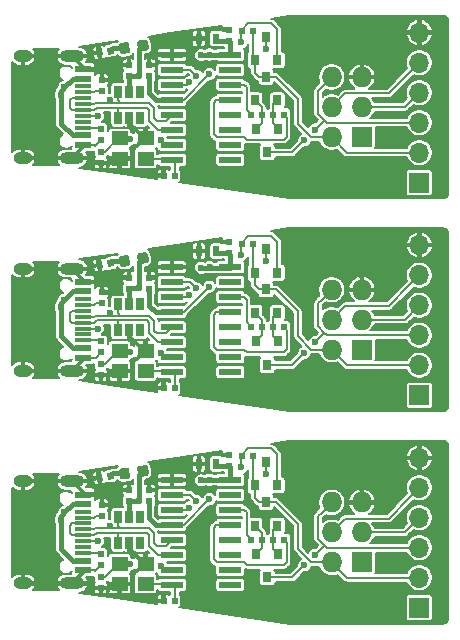
<source format=gtl>
%MOIN*%
%OFA0B0*%
%FSLAX46Y46*%
%IPPOS*%
%LPD*%
%ADD10R,0.031496062992125991X0.035433070866141732*%
%ADD11O,0.068X0.068*%
%ADD12R,0.068X0.068*%
%ADD13O,0.066929133858267723X0.066929133858267723*%
%ADD14R,0.066929133858267723X0.066929133858267723*%
%ADD15R,0.055118110236220472X0.047244094488188976*%
%ADD16R,0.076771653543307089X0.023622047244094488*%
%ADD17R,0.025590551181102365X0.041732283464566935*%
%ADD18R,0.01968503937007874X0.023622047244094488*%
%ADD19C,0.0039370078740157488*%
%ADD20R,0.023622047244094488X0.01968503937007874*%
%ADD21R,0.057086614173228349X0.023622047244094488*%
%ADD22O,0.082677165354330714X0.03937007874015748*%
%ADD23O,0.062992125984251982X0.03937007874015748*%
%ADD24R,0.057086614173228349X0.011811023622047244*%
%ADD25R,0.023622047244094488X0.035433070866141732*%
%ADD26C,0.023622047244094488*%
%ADD27C,0.0078740157480314977*%
%ADD28C,0.011811023622047244*%
%ADD29C,0.015748031496062995*%
%ADD40R,0.031496062992125991X0.035433070866141732*%
%ADD41O,0.068X0.068*%
%ADD42R,0.068X0.068*%
%ADD43O,0.066929133858267723X0.066929133858267723*%
%ADD44R,0.066929133858267723X0.066929133858267723*%
%ADD45R,0.055118110236220472X0.047244094488188976*%
%ADD46R,0.076771653543307089X0.023622047244094488*%
%ADD47R,0.025590551181102365X0.041732283464566935*%
%ADD48R,0.01968503937007874X0.023622047244094488*%
%ADD49C,0.0039370078740157488*%
%ADD50R,0.023622047244094488X0.01968503937007874*%
%ADD51R,0.057086614173228349X0.023622047244094488*%
%ADD52O,0.082677165354330714X0.03937007874015748*%
%ADD53O,0.062992125984251982X0.03937007874015748*%
%ADD54R,0.057086614173228349X0.011811023622047244*%
%ADD55R,0.023622047244094488X0.035433070866141732*%
%ADD56C,0.023622047244094488*%
%ADD57C,0.0078740157480314977*%
%ADD58C,0.011811023622047244*%
%ADD59C,0.015748031496062995*%
%ADD60R,0.031496062992125991X0.035433070866141732*%
%ADD61O,0.068X0.068*%
%ADD62R,0.068X0.068*%
%ADD63O,0.066929133858267723X0.066929133858267723*%
%ADD64R,0.066929133858267723X0.066929133858267723*%
%ADD65R,0.055118110236220472X0.047244094488188976*%
%ADD66R,0.076771653543307089X0.023622047244094488*%
%ADD67R,0.025590551181102365X0.041732283464566935*%
%ADD68R,0.01968503937007874X0.023622047244094488*%
%ADD69C,0.0039370078740157488*%
%ADD70R,0.023622047244094488X0.01968503937007874*%
%ADD71R,0.057086614173228349X0.023622047244094488*%
%ADD72O,0.082677165354330714X0.03937007874015748*%
%ADD73O,0.062992125984251982X0.03937007874015748*%
%ADD74R,0.057086614173228349X0.011811023622047244*%
%ADD75R,0.023622047244094488X0.035433070866141732*%
%ADD76C,0.023622047244094488*%
%ADD77C,0.0078740157480314977*%
%ADD78C,0.011811023622047244*%
%ADD79C,0.015748031496062995*%
D10*
X-0003700787Y0005669291D02*
X0001122047Y0001967519D03*
X0001159448Y0001888779D03*
X0001084645Y0001888779D03*
D11*
X0001340944Y0001832283D03*
X0001440944Y0001832283D03*
X0001340944Y0001732283D03*
X0001440944Y0001732283D03*
X0001340944Y0001632283D03*
D12*
X0001440944Y0001632283D03*
D13*
X0001633070Y0001980708D03*
X0001633070Y0001880708D03*
X0001633070Y0001780708D03*
X0001633070Y0001680708D03*
X0001633070Y0001580708D03*
D14*
X0001633070Y0001480708D03*
D15*
X0000720472Y0001561023D03*
X0000633858Y0001561023D03*
X0000633858Y0001627952D03*
X0000720472Y0001627952D03*
D16*
X0001002952Y0001907283D03*
X0001002952Y0001857283D03*
X0001002952Y0001807283D03*
X0001002952Y0001757283D03*
X0001002952Y0001707283D03*
X0001002952Y0001657283D03*
X0001002952Y0001607283D03*
X0001002952Y0001557283D03*
X0000808070Y0001557283D03*
X0000808070Y0001607283D03*
X0000808070Y0001657283D03*
X0000808070Y0001707283D03*
X0000808070Y0001757283D03*
X0000808070Y0001807283D03*
X0000808070Y0001857283D03*
X0000808070Y0001907283D03*
D17*
X0000665354Y0001783464D03*
X0000627952Y0001783464D03*
X0000702755Y0001783464D03*
X0000702755Y0001696850D03*
X0000665354Y0001696850D03*
X0000627952Y0001696850D03*
D18*
X0001077559Y0001986220D03*
X0001040551Y0001986220D03*
X0001071062Y0001707677D03*
X0001108070Y0001707677D03*
X0001182874Y0001707677D03*
X0001145866Y0001707677D03*
D19*
G36*
X0000574333Y0001927723D02*
G01*
X0000577825Y0001904361D01*
X0000558356Y0001901451D01*
X0000554864Y0001924814D01*
X0000574333Y0001927723D01*
G37*
G36*
X0000610934Y0001933193D02*
G01*
X0000614426Y0001909831D01*
X0000594957Y0001906921D01*
X0000591466Y0001930284D01*
X0000610934Y0001933193D01*
G37*
D20*
X0000570866Y0001660236D03*
X0000570866Y0001623228D03*
X0000574803Y0001786614D03*
X0000574803Y0001823622D03*
D10*
X0001122047Y0001833661D03*
X0001159448Y0001754921D03*
X0001084645Y0001754921D03*
X0001125984Y0001581692D03*
X0001088582Y0001660433D03*
X0001163385Y0001660433D03*
D21*
X0000511811Y0001826771D03*
X0000511811Y0001637795D03*
X0000511811Y0001606299D03*
X0000511811Y0001858267D03*
D22*
X0000475787Y0001902362D03*
X0000475787Y0001562204D03*
D23*
X0000311220Y0001902362D03*
X0000311220Y0001562204D03*
D21*
X0000511811Y0001606299D03*
X0000511811Y0001637795D03*
D24*
X0000511811Y0001663385D03*
X0000511811Y0001683070D03*
X0000511811Y0001702755D03*
X0000511811Y0001722440D03*
X0000511811Y0001742125D03*
X0000511811Y0001761811D03*
X0000511811Y0001781496D03*
X0000511811Y0001801181D03*
D21*
X0000511811Y0001826771D03*
X0000511811Y0001858267D03*
D19*
G36*
X0000720046Y0001957424D02*
G01*
X0000720875Y0001957260D01*
X0000721684Y0001957016D01*
X0000722465Y0001956693D01*
X0000723211Y0001956296D01*
X0000723914Y0001955827D01*
X0000724568Y0001955291D01*
X0000725167Y0001954694D01*
X0000725703Y0001954042D01*
X0000726174Y0001953339D01*
X0000726573Y0001952594D01*
X0000726897Y0001951814D01*
X0000727143Y0001951006D01*
X0000727309Y0001950177D01*
X0000730292Y0001930221D01*
X0000730375Y0001929380D01*
X0000730376Y0001928535D01*
X0000730294Y0001927694D01*
X0000730130Y0001926865D01*
X0000729886Y0001926056D01*
X0000729563Y0001925275D01*
X0000729166Y0001924529D01*
X0000728697Y0001923825D01*
X0000728162Y0001923172D01*
X0000727565Y0001922573D01*
X0000726912Y0001922036D01*
X0000726210Y0001921566D01*
X0000725465Y0001921167D01*
X0000724684Y0001920843D01*
X0000723876Y0001920596D01*
X0000723047Y0001920431D01*
X0000706012Y0001917885D01*
X0000705171Y0001917801D01*
X0000704326Y0001917800D01*
X0000703484Y0001917882D01*
X0000702655Y0001918046D01*
X0000701846Y0001918290D01*
X0000701065Y0001918613D01*
X0000700319Y0001919011D01*
X0000699616Y0001919479D01*
X0000698962Y0001920015D01*
X0000698364Y0001920612D01*
X0000697827Y0001921264D01*
X0000697357Y0001921967D01*
X0000696958Y0001922712D01*
X0000696633Y0001923492D01*
X0000696387Y0001924301D01*
X0000696221Y0001925129D01*
X0000693239Y0001945085D01*
X0000693155Y0001945926D01*
X0000693154Y0001946771D01*
X0000693236Y0001947612D01*
X0000693400Y0001948441D01*
X0000693645Y0001949250D01*
X0000693967Y0001950032D01*
X0000694365Y0001950777D01*
X0000694833Y0001951481D01*
X0000695369Y0001952134D01*
X0000695966Y0001952733D01*
X0000696619Y0001953270D01*
X0000697321Y0001953740D01*
X0000698066Y0001954139D01*
X0000698846Y0001954463D01*
X0000699655Y0001954710D01*
X0000700483Y0001954875D01*
X0000717519Y0001957421D01*
X0000718360Y0001957505D01*
X0000719205Y0001957506D01*
X0000720046Y0001957424D01*
G37*
G36*
X0000658719Y0001948259D02*
G01*
X0000659548Y0001948095D01*
X0000660357Y0001947850D01*
X0000661139Y0001947528D01*
X0000661884Y0001947130D01*
X0000662588Y0001946661D01*
X0000663241Y0001946126D01*
X0000663840Y0001945529D01*
X0000664377Y0001944876D01*
X0000664847Y0001944174D01*
X0000665246Y0001943429D01*
X0000665570Y0001942649D01*
X0000665817Y0001941840D01*
X0000665982Y0001941011D01*
X0000668965Y0001921056D01*
X0000669049Y0001920215D01*
X0000669050Y0001919370D01*
X0000668968Y0001918529D01*
X0000668804Y0001917699D01*
X0000668559Y0001916890D01*
X0000668237Y0001916109D01*
X0000667839Y0001915363D01*
X0000667370Y0001914660D01*
X0000666835Y0001914006D01*
X0000666238Y0001913408D01*
X0000665585Y0001912871D01*
X0000664883Y0001912401D01*
X0000664138Y0001912002D01*
X0000663357Y0001911677D01*
X0000662549Y0001911431D01*
X0000661720Y0001911265D01*
X0000644685Y0001908719D01*
X0000643844Y0001908636D01*
X0000642999Y0001908635D01*
X0000642158Y0001908717D01*
X0000641329Y0001908881D01*
X0000640520Y0001909125D01*
X0000639738Y0001909448D01*
X0000638993Y0001909845D01*
X0000638289Y0001910314D01*
X0000637635Y0001910849D01*
X0000637037Y0001911446D01*
X0000636500Y0001912099D01*
X0000636030Y0001912801D01*
X0000635631Y0001913546D01*
X0000635306Y0001914327D01*
X0000635060Y0001915135D01*
X0000634894Y0001915964D01*
X0000631912Y0001935920D01*
X0000631828Y0001936761D01*
X0000631827Y0001937606D01*
X0000631909Y0001938447D01*
X0000632073Y0001939276D01*
X0000632318Y0001940085D01*
X0000632640Y0001940866D01*
X0000633038Y0001941612D01*
X0000633507Y0001942315D01*
X0000634042Y0001942969D01*
X0000634639Y0001943567D01*
X0000635292Y0001944104D01*
X0000635994Y0001944575D01*
X0000636739Y0001944974D01*
X0000637520Y0001945298D01*
X0000638328Y0001945544D01*
X0000639157Y0001945710D01*
X0000656192Y0001948256D01*
X0000657033Y0001948340D01*
X0000657878Y0001948341D01*
X0000658719Y0001948259D01*
G37*
D20*
X0000732283Y0001872834D03*
X0000732283Y0001835826D03*
D18*
X0000780708Y0001503937D03*
X0000817716Y0001503937D03*
D20*
X0000570866Y0001584251D03*
X0000570866Y0001547244D03*
X0000998031Y0001990944D03*
X0000998031Y0001953936D03*
X0000665354Y0001872834D03*
X0000665354Y0001835826D03*
D25*
X0000897637Y0001960629D03*
X0000956692Y0001960629D03*
D26*
X0000594488Y0001688976D03*
X0000740157Y0001511811D03*
X0000692913Y0001515748D03*
X0000574803Y0001858267D03*
X0000625984Y0001838582D03*
X0000870078Y0001921259D03*
X0000909448Y0001866141D03*
X0000885826Y0001748031D03*
X0000885826Y0001692913D03*
X0000885826Y0001637795D03*
X0000885826Y0001582677D03*
X0001074803Y0001582677D03*
X0001216535Y0001625984D03*
X0001122047Y0001791338D03*
X0001192913Y0001846456D03*
X0001259842Y0001767716D03*
X0001185039Y0002019685D03*
X0001192913Y0001952755D03*
X0001259842Y0001885826D03*
X0001346456Y0001948818D03*
X0001507874Y0001933070D03*
X0001547244Y0001897637D03*
X0001566929Y0001767716D03*
X0001499999Y0001811023D03*
X0001501968Y0001706692D03*
X0001568897Y0001706692D03*
X0001568897Y0001631889D03*
X0001501968Y0001631889D03*
X0001566929Y0001553149D03*
X0001279527Y0001584645D03*
X0001062992Y0001832677D03*
X0000629921Y0001889763D03*
X0000751968Y0001933070D03*
X0001570866Y0001452755D03*
X0001194881Y0001452755D03*
X0000450000Y0001799606D03*
X0000437401Y0001773228D03*
X0000933464Y0001907480D03*
X0000905511Y0001905511D03*
X0000698818Y0001836614D03*
X0000772440Y0001621653D03*
X0000667716Y0001625590D03*
X0001039370Y0001948818D03*
X0000933070Y0001842519D03*
X0000600787Y0001754724D03*
X0000561371Y0001701829D03*
X0001285433Y0001657480D03*
X0001250000Y0001622047D03*
X0000889763Y0001836614D03*
X0000866141Y0001814960D03*
X0001122047Y0001927165D03*
D27*
X0000553936Y0001606299D02*
X0000511811Y0001606299D01*
X0000570866Y0001623228D02*
X0000553936Y0001606299D01*
D28*
X0000716535Y0001627952D02*
X0000690944Y0001602362D01*
X0000690944Y0001602362D02*
X0000681102Y0001602362D01*
X0000665354Y0001679133D02*
X0000665354Y0001696850D01*
X0000716535Y0001627952D02*
X0000665354Y0001679133D01*
X0000720472Y0001627952D02*
X0000716535Y0001627952D01*
X0000620078Y0001547244D02*
X0000633858Y0001561023D01*
X0000594488Y0001547244D02*
X0000594488Y0001535433D01*
X0000570866Y0001547244D02*
X0000594488Y0001547244D01*
X0000594488Y0001547244D02*
X0000620078Y0001547244D01*
X0000511811Y0001598228D02*
X0000475787Y0001562204D01*
X0000511811Y0001606299D02*
X0000511811Y0001598228D01*
X0000511811Y0001866338D02*
X0000475787Y0001902362D01*
X0000511811Y0001858267D02*
X0000511811Y0001866338D01*
D29*
X0000665354Y0001783464D02*
X0000665354Y0001835826D01*
X0001002952Y0001949015D02*
X0000998031Y0001953936D01*
X0001002952Y0001907283D02*
X0001002952Y0001949015D01*
X0000963385Y0001953936D02*
X0000956692Y0001960629D01*
X0000998031Y0001953936D02*
X0000963385Y0001953936D01*
X0000477874Y0001826771D02*
X0000511811Y0001826771D01*
X0000445039Y0001794645D02*
X0000450000Y0001799606D01*
X0000445039Y0001793936D02*
X0000445039Y0001794645D01*
X0000450000Y0001799606D02*
X0000477874Y0001826771D01*
X0000438188Y0001787086D02*
X0000445039Y0001793936D01*
X0000437401Y0001773228D02*
X0000438188Y0001787086D01*
X0000511811Y0001637795D02*
X0000477874Y0001637795D01*
X0000477874Y0001637795D02*
X0000438188Y0001677480D01*
X0000438188Y0001774015D02*
X0000437401Y0001773228D01*
X0000438188Y0001677480D02*
X0000438188Y0001774015D01*
X0001001181Y0001905511D02*
X0001002952Y0001907283D01*
X0000905511Y0001905511D02*
X0001001181Y0001905511D01*
X0000666141Y0001836614D02*
X0000665354Y0001835826D01*
X0000698818Y0001836614D02*
X0000666141Y0001836614D01*
X0000698818Y0001924706D02*
X0000711765Y0001937653D01*
X0000698818Y0001836614D02*
X0000698818Y0001924706D01*
D27*
X0000808070Y0001607283D02*
X0000786811Y0001607283D01*
X0000786811Y0001607283D02*
X0000772440Y0001621653D01*
X0000636220Y0001625590D02*
X0000633858Y0001627952D01*
X0000667716Y0001625590D02*
X0000636220Y0001625590D01*
X0000629921Y0001627952D02*
X0000633858Y0001627952D01*
X0000586220Y0001584251D02*
X0000629921Y0001627952D01*
X0000570866Y0001584251D02*
X0000586220Y0001584251D01*
X0000804330Y0001561023D02*
X0000808070Y0001557283D01*
X0000720472Y0001561023D02*
X0000804330Y0001561023D01*
X0000817716Y0001547637D02*
X0000808070Y0001557283D01*
X0000817716Y0001503937D02*
X0000817716Y0001547637D01*
D29*
X0000732283Y0001810236D02*
X0000732283Y0001835826D01*
X0000732283Y0001778937D02*
X0000732283Y0001810236D01*
X0000753937Y0001757283D02*
X0000732283Y0001778937D01*
X0000808070Y0001757283D02*
X0000753937Y0001757283D01*
D27*
X0001039370Y0001985039D02*
X0001040551Y0001986220D01*
X0001039370Y0001948818D02*
X0001039370Y0001985039D01*
X0001062992Y0002011810D02*
X0001040551Y0001989370D01*
X0001139763Y0002011810D02*
X0001062992Y0002011810D01*
X0001040551Y0001989370D02*
X0001040551Y0001986220D01*
X0001159448Y0001888779D02*
X0001159448Y0001992125D01*
X0001159448Y0001992125D02*
X0001139763Y0002011810D01*
X0000847834Y0001757283D02*
X0000933070Y0001842519D01*
X0000808070Y0001757283D02*
X0000847834Y0001757283D01*
D29*
X0000611376Y0001928488D02*
X0000602946Y0001920057D01*
X0000650438Y0001928488D02*
X0000611376Y0001928488D01*
D27*
X0000567716Y0001663385D02*
X0000570866Y0001660236D01*
X0000511811Y0001663385D02*
X0000567716Y0001663385D01*
X0000627952Y0001754724D02*
X0000627952Y0001783464D01*
X0000636614Y0001746062D02*
X0000627952Y0001754724D01*
X0000547244Y0001742125D02*
X0000511811Y0001742125D01*
X0000551181Y0001746062D02*
X0000547244Y0001742125D01*
X0000730708Y0001746062D02*
X0000636614Y0001746062D01*
X0000748031Y0001728740D02*
X0000730708Y0001746062D01*
X0000787401Y0001686614D02*
X0000757480Y0001686614D01*
X0000808070Y0001707283D02*
X0000787401Y0001686614D01*
X0000757480Y0001686614D02*
X0000748031Y0001696062D01*
X0000748031Y0001696062D02*
X0000748031Y0001728740D01*
X0000511811Y0001702755D02*
X0000560444Y0001702755D01*
X0000560444Y0001702755D02*
X0000561371Y0001701829D01*
X0000600787Y0001754724D02*
X0000600787Y0001746456D01*
X0000636614Y0001746062D02*
X0000600393Y0001746062D01*
X0000600787Y0001746456D02*
X0000600393Y0001746062D01*
X0000600393Y0001746062D02*
X0000551181Y0001746062D01*
X0000632676Y0001730314D02*
X0000627952Y0001725590D01*
X0000627952Y0001725590D02*
X0000627952Y0001696850D01*
X0000475393Y0001722440D02*
X0000468503Y0001729330D01*
X0000511811Y0001722440D02*
X0000475393Y0001722440D01*
X0000468503Y0001754921D02*
X0000475393Y0001761811D01*
X0000475393Y0001761811D02*
X0000511811Y0001761811D01*
X0000468503Y0001729330D02*
X0000468503Y0001754921D01*
X0000761810Y0001657283D02*
X0000732282Y0001686811D01*
X0000808070Y0001657283D02*
X0000761810Y0001657283D01*
X0000724185Y0001730314D02*
X0000632676Y0001730314D01*
X0000732282Y0001722216D02*
X0000724185Y0001730314D01*
X0000732282Y0001686811D02*
X0000732282Y0001722216D01*
X0000557704Y0001730314D02*
X0000549830Y0001722440D01*
X0000549830Y0001722440D02*
X0000511811Y0001722440D01*
X0000632676Y0001730314D02*
X0000557704Y0001730314D01*
X0000555118Y0001786614D02*
X0000574803Y0001786614D01*
X0000549999Y0001781496D02*
X0000555118Y0001786614D01*
X0000511811Y0001781496D02*
X0000549999Y0001781496D01*
X0001306944Y0001798283D02*
X0001340944Y0001832283D01*
X0001295133Y0001786472D02*
X0001306944Y0001798283D01*
X0001295133Y0001710294D02*
X0001295133Y0001786472D01*
X0001633070Y0001680708D02*
X0001324719Y0001680708D01*
X0001314960Y0001687007D02*
X0001314960Y0001688976D01*
X0001285433Y0001657480D02*
X0001314960Y0001687007D01*
X0001324719Y0001680708D02*
X0001314960Y0001688976D01*
X0001314960Y0001688976D02*
X0001295133Y0001710294D01*
X0001125984Y0001581692D02*
X0001209645Y0001581692D01*
X0001209645Y0001581692D02*
X0001250000Y0001622047D01*
X0001599606Y0001847244D02*
X0001633070Y0001880708D01*
X0001530456Y0001778094D02*
X0001599606Y0001847244D01*
X0001386755Y0001778094D02*
X0001530456Y0001778094D01*
X0001340944Y0001732283D02*
X0001386755Y0001778094D01*
X0000808070Y0001857283D02*
X0000869094Y0001857283D01*
X0000869094Y0001857283D02*
X0000889763Y0001836614D01*
X0001584645Y0001732283D02*
X0001633070Y0001780708D01*
X0001440944Y0001732283D02*
X0001584645Y0001732283D01*
X0000808070Y0001807283D02*
X0000858464Y0001807283D01*
X0000858464Y0001807283D02*
X0000866141Y0001814960D01*
X0001077559Y0001895866D02*
X0001084645Y0001888779D01*
X0001077559Y0001986220D02*
X0001077559Y0001895866D01*
X0001084645Y0001863188D02*
X0001084645Y0001888779D01*
X0001098425Y0001833661D02*
X0001084645Y0001847440D01*
X0001084645Y0001847440D02*
X0001084645Y0001863188D01*
X0001122047Y0001833661D02*
X0001098425Y0001833661D01*
X0001585744Y0001580708D02*
X0001633070Y0001580708D01*
X0001391732Y0001580708D02*
X0001585744Y0001580708D01*
X0001340944Y0001632283D02*
X0001340944Y0001631496D01*
X0001340944Y0001631496D02*
X0001391732Y0001580708D01*
X0001273228Y0001632283D02*
X0001340944Y0001632283D01*
X0001122047Y0001833661D02*
X0001154527Y0001833661D01*
X0001228346Y0001677165D02*
X0001273228Y0001632283D01*
X0001228346Y0001759842D02*
X0001228346Y0001677165D01*
X0001154527Y0001833661D02*
X0001228346Y0001759842D01*
X0001122047Y0001967519D02*
X0001122047Y0001927165D01*
X0001108070Y0001679921D02*
X0001108070Y0001707677D01*
X0001088582Y0001660433D02*
X0001108070Y0001679921D01*
X0001108070Y0001731496D02*
X0001108070Y0001707677D01*
X0001084645Y0001754921D02*
X0001108070Y0001731496D01*
X0001145866Y0001741338D02*
X0001159448Y0001754921D01*
X0001145866Y0001707677D02*
X0001145866Y0001741338D01*
X0001145866Y0001677952D02*
X0001163385Y0001660433D01*
X0001145866Y0001707677D02*
X0001145866Y0001677952D01*
X0001190944Y0001633267D02*
X0001181692Y0001624015D01*
X0001190944Y0001697637D02*
X0001190944Y0001633267D01*
X0001182874Y0001707677D02*
X0001182874Y0001705708D01*
X0001182874Y0001705708D02*
X0001190944Y0001697637D01*
X0001057677Y0001624015D02*
X0001049803Y0001631889D01*
X0001181692Y0001624015D02*
X0001057677Y0001624015D01*
X0000956889Y0001631889D02*
X0000946850Y0001641929D01*
X0001049803Y0001631889D02*
X0000956889Y0001631889D01*
X0000956692Y0001757283D02*
X0001002952Y0001757283D01*
X0000946850Y0001747440D02*
X0000956692Y0001757283D01*
X0000946850Y0001641929D02*
X0000946850Y0001747440D01*
X0001071062Y0001709645D02*
X0001057086Y0001723622D01*
X0001071062Y0001707677D02*
X0001071062Y0001709645D01*
X0001057086Y0001799409D02*
X0001049212Y0001807283D01*
X0001049212Y0001807283D02*
X0001002952Y0001807283D01*
X0001057086Y0001723622D02*
X0001057086Y0001799409D01*
G36*
X0001715049Y0002036038D02*
G01*
X0001718163Y0002035098D01*
X0001721036Y0002033570D01*
X0001723557Y0002031514D01*
X0001725631Y0002029007D01*
X0001727179Y0002026145D01*
X0001728141Y0002023037D01*
X0001728543Y0002019213D01*
X0001728543Y0001445508D01*
X0001728164Y0001441643D01*
X0001727224Y0001438529D01*
X0001725696Y0001435656D01*
X0001723640Y0001433134D01*
X0001721133Y0001431061D01*
X0001718271Y0001429513D01*
X0001715162Y0001428551D01*
X0001711340Y0001428149D01*
X0001201714Y0001428149D01*
X0000833306Y0001481805D01*
X0000834152Y0001482257D01*
X0000835951Y0001483733D01*
X0000837427Y0001485532D01*
X0000838523Y0001487584D01*
X0000839199Y0001489810D01*
X0000839427Y0001492125D01*
X0000839427Y0001514173D01*
X0001587738Y0001514173D01*
X0001587738Y0001447244D01*
X0001587966Y0001444928D01*
X0001588641Y0001442702D01*
X0001589738Y0001440650D01*
X0001591214Y0001438852D01*
X0001593012Y0001437376D01*
X0001595064Y0001436279D01*
X0001597290Y0001435603D01*
X0001599606Y0001435375D01*
X0001666535Y0001435375D01*
X0001668850Y0001435603D01*
X0001671077Y0001436279D01*
X0001673129Y0001437376D01*
X0001674927Y0001438852D01*
X0001676403Y0001440650D01*
X0001677500Y0001442702D01*
X0001678175Y0001444928D01*
X0001678403Y0001447244D01*
X0001678403Y0001514173D01*
X0001678175Y0001516488D01*
X0001677500Y0001518714D01*
X0001676403Y0001520766D01*
X0001674927Y0001522565D01*
X0001673129Y0001524041D01*
X0001671077Y0001525137D01*
X0001668850Y0001525813D01*
X0001666535Y0001526041D01*
X0001599606Y0001526041D01*
X0001597290Y0001525813D01*
X0001595064Y0001525137D01*
X0001593012Y0001524041D01*
X0001591214Y0001522565D01*
X0001589738Y0001520766D01*
X0001588641Y0001518714D01*
X0001587966Y0001516488D01*
X0001587738Y0001514173D01*
X0000839427Y0001514173D01*
X0000839427Y0001515748D01*
X0000839199Y0001518063D01*
X0000838523Y0001520289D01*
X0000837427Y0001522341D01*
X0000835951Y0001524140D01*
X0000834152Y0001525616D01*
X0000833464Y0001525983D01*
X0000833464Y0001533604D01*
X0000846456Y0001533604D01*
X0000848772Y0001533832D01*
X0000850998Y0001534507D01*
X0000853050Y0001535604D01*
X0000854848Y0001537080D01*
X0000856324Y0001538878D01*
X0000857421Y0001540930D01*
X0000858096Y0001543157D01*
X0000858324Y0001545472D01*
X0000858324Y0001569094D01*
X0000952698Y0001569094D01*
X0000952698Y0001545472D01*
X0000952926Y0001543157D01*
X0000953602Y0001540930D01*
X0000954698Y0001538878D01*
X0000956174Y0001537080D01*
X0000957973Y0001535604D01*
X0000960025Y0001534507D01*
X0000962251Y0001533832D01*
X0000964566Y0001533604D01*
X0001041338Y0001533604D01*
X0001043653Y0001533832D01*
X0001045880Y0001534507D01*
X0001047932Y0001535604D01*
X0001049730Y0001537080D01*
X0001051206Y0001538878D01*
X0001052303Y0001540930D01*
X0001052978Y0001543157D01*
X0001053206Y0001545472D01*
X0001053206Y0001569094D01*
X0001052978Y0001571409D01*
X0001052303Y0001573636D01*
X0001051206Y0001575688D01*
X0001049730Y0001577486D01*
X0001047932Y0001578962D01*
X0001045880Y0001580059D01*
X0001043653Y0001580734D01*
X0001041338Y0001580962D01*
X0000964566Y0001580962D01*
X0000962251Y0001580734D01*
X0000960025Y0001580059D01*
X0000957973Y0001578962D01*
X0000956174Y0001577486D01*
X0000954698Y0001575688D01*
X0000953602Y0001573636D01*
X0000952926Y0001571409D01*
X0000952698Y0001569094D01*
X0000858324Y0001569094D01*
X0000858096Y0001571409D01*
X0000857421Y0001573636D01*
X0000856324Y0001575688D01*
X0000854848Y0001577486D01*
X0000853050Y0001578962D01*
X0000850998Y0001580059D01*
X0000848772Y0001580734D01*
X0000846456Y0001580962D01*
X0000769685Y0001580962D01*
X0000767369Y0001580734D01*
X0000765143Y0001580059D01*
X0000763091Y0001578962D01*
X0000761292Y0001577486D01*
X0000760706Y0001576771D01*
X0000759899Y0001576771D01*
X0000759899Y0001584645D01*
X0000759671Y0001586960D01*
X0000758996Y0001589187D01*
X0000757899Y0001591239D01*
X0000756423Y0001593037D01*
X0000754656Y0001594488D01*
X0000756423Y0001595938D01*
X0000757816Y0001597636D01*
X0000757816Y0001595472D01*
X0000758044Y0001593157D01*
X0000758720Y0001590930D01*
X0000759817Y0001588878D01*
X0000761292Y0001587080D01*
X0000763091Y0001585604D01*
X0000765143Y0001584507D01*
X0000767369Y0001583832D01*
X0000769685Y0001583604D01*
X0000846456Y0001583604D01*
X0000848772Y0001583832D01*
X0000850998Y0001584507D01*
X0000853050Y0001585604D01*
X0000854848Y0001587080D01*
X0000856324Y0001588878D01*
X0000857421Y0001590930D01*
X0000858096Y0001593157D01*
X0000858324Y0001595472D01*
X0000858324Y0001619094D01*
X0000858096Y0001621409D01*
X0000857421Y0001623636D01*
X0000856324Y0001625688D01*
X0000854848Y0001627486D01*
X0000853050Y0001628962D01*
X0000850998Y0001630059D01*
X0000848772Y0001630734D01*
X0000846456Y0001630962D01*
X0000794153Y0001630962D01*
X0000793374Y0001632842D01*
X0000792865Y0001633604D01*
X0000846456Y0001633604D01*
X0000848772Y0001633832D01*
X0000850998Y0001634507D01*
X0000853050Y0001635604D01*
X0000854848Y0001637080D01*
X0000856324Y0001638878D01*
X0000857421Y0001640930D01*
X0000858096Y0001643157D01*
X0000858324Y0001645472D01*
X0000858324Y0001669094D01*
X0000858096Y0001671409D01*
X0000857421Y0001673636D01*
X0000856324Y0001675688D01*
X0000854848Y0001677486D01*
X0000853050Y0001678962D01*
X0000850998Y0001680059D01*
X0000848772Y0001680734D01*
X0000846456Y0001680962D01*
X0000804021Y0001680962D01*
X0000806662Y0001683604D01*
X0000846456Y0001683604D01*
X0000848772Y0001683832D01*
X0000850998Y0001684507D01*
X0000853050Y0001685604D01*
X0000854848Y0001687080D01*
X0000856324Y0001688878D01*
X0000857421Y0001690930D01*
X0000858096Y0001693157D01*
X0000858324Y0001695472D01*
X0000858324Y0001719094D01*
X0000858096Y0001721409D01*
X0000857421Y0001723636D01*
X0000856324Y0001725688D01*
X0000854848Y0001727486D01*
X0000853050Y0001728962D01*
X0000850998Y0001730059D01*
X0000848772Y0001730734D01*
X0000846456Y0001730962D01*
X0000769685Y0001730962D01*
X0000767369Y0001730734D01*
X0000765143Y0001730059D01*
X0000763796Y0001729339D01*
X0000763779Y0001729513D01*
X0000763779Y0001729513D01*
X0000763551Y0001731827D01*
X0000762651Y0001734795D01*
X0000761537Y0001736880D01*
X0000763091Y0001735604D01*
X0000765143Y0001734507D01*
X0000767369Y0001733832D01*
X0000769685Y0001733604D01*
X0000846456Y0001733604D01*
X0000848772Y0001733832D01*
X0000850998Y0001734507D01*
X0000853050Y0001735604D01*
X0000854848Y0001737080D01*
X0000856324Y0001738878D01*
X0000857421Y0001740930D01*
X0000858096Y0001743157D01*
X0000858324Y0001745472D01*
X0000858324Y0001745520D01*
X0000859023Y0001746094D01*
X0000859517Y0001746694D01*
X0000931719Y0001818897D01*
X0000935397Y0001818897D01*
X0000939961Y0001819805D01*
X0000944260Y0001821586D01*
X0000948129Y0001824171D01*
X0000951419Y0001827461D01*
X0000954004Y0001831330D01*
X0000955785Y0001835629D01*
X0000956093Y0001837179D01*
X0000956174Y0001837080D01*
X0000957973Y0001835604D01*
X0000960025Y0001834507D01*
X0000962251Y0001833832D01*
X0000964566Y0001833604D01*
X0001041338Y0001833604D01*
X0001043653Y0001833832D01*
X0001045880Y0001834507D01*
X0001047932Y0001835604D01*
X0001049730Y0001837080D01*
X0001051206Y0001838878D01*
X0001052303Y0001840930D01*
X0001052978Y0001843157D01*
X0001053206Y0001845472D01*
X0001053206Y0001869094D01*
X0001052978Y0001871409D01*
X0001052303Y0001873636D01*
X0001051206Y0001875688D01*
X0001049730Y0001877486D01*
X0001047932Y0001878962D01*
X0001045880Y0001880059D01*
X0001043653Y0001880734D01*
X0001041338Y0001880962D01*
X0000964566Y0001880962D01*
X0000962251Y0001880734D01*
X0000960025Y0001880059D01*
X0000957973Y0001878962D01*
X0000956174Y0001877486D01*
X0000954698Y0001875688D01*
X0000953602Y0001873636D01*
X0000952926Y0001871409D01*
X0000952698Y0001869094D01*
X0000952698Y0001855663D01*
X0000951419Y0001857577D01*
X0000948129Y0001860868D01*
X0000944260Y0001863453D01*
X0000939961Y0001865233D01*
X0000935397Y0001866141D01*
X0000930744Y0001866141D01*
X0000926180Y0001865233D01*
X0000921881Y0001863453D01*
X0000918012Y0001860868D01*
X0000914722Y0001857577D01*
X0000912137Y0001853709D01*
X0000910356Y0001849410D01*
X0000910188Y0001848564D01*
X0000908112Y0001851672D01*
X0000904821Y0001854962D01*
X0000900953Y0001857547D01*
X0000896654Y0001859328D01*
X0000892090Y0001860236D01*
X0000888412Y0001860236D01*
X0000880777Y0001867871D01*
X0000880283Y0001868472D01*
X0000877885Y0001870440D01*
X0000875150Y0001871903D01*
X0000872181Y0001872803D01*
X0000869867Y0001873031D01*
X0000869867Y0001873031D01*
X0000869094Y0001873107D01*
X0000868320Y0001873031D01*
X0000857604Y0001873031D01*
X0000857421Y0001873636D01*
X0000856324Y0001875688D01*
X0000854848Y0001877486D01*
X0000853050Y0001878962D01*
X0000850998Y0001880059D01*
X0000848772Y0001880734D01*
X0000846456Y0001880962D01*
X0000769685Y0001880962D01*
X0000767369Y0001880734D01*
X0000765143Y0001880059D01*
X0000763091Y0001878962D01*
X0000761292Y0001877486D01*
X0000759817Y0001875688D01*
X0000758720Y0001873636D01*
X0000758044Y0001871409D01*
X0000757816Y0001869094D01*
X0000757816Y0001845472D01*
X0000758044Y0001843157D01*
X0000758720Y0001840930D01*
X0000759817Y0001838878D01*
X0000761292Y0001837080D01*
X0000763091Y0001835604D01*
X0000765143Y0001834507D01*
X0000767369Y0001833832D01*
X0000769685Y0001833604D01*
X0000846456Y0001833604D01*
X0000848772Y0001833832D01*
X0000850998Y0001834507D01*
X0000853050Y0001835604D01*
X0000854848Y0001837080D01*
X0000856324Y0001838878D01*
X0000857421Y0001840930D01*
X0000857604Y0001841535D01*
X0000862571Y0001841535D01*
X0000865524Y0001838582D01*
X0000863815Y0001838582D01*
X0000859251Y0001837674D01*
X0000854952Y0001835894D01*
X0000851083Y0001833309D01*
X0000848532Y0001830758D01*
X0000846456Y0001830962D01*
X0000769685Y0001830962D01*
X0000767369Y0001830734D01*
X0000765143Y0001830059D01*
X0000763091Y0001828962D01*
X0000761292Y0001827486D01*
X0000759817Y0001825688D01*
X0000758720Y0001823636D01*
X0000758044Y0001821409D01*
X0000757816Y0001819094D01*
X0000757816Y0001795472D01*
X0000758044Y0001793157D01*
X0000758720Y0001790930D01*
X0000759817Y0001788878D01*
X0000761292Y0001787080D01*
X0000763091Y0001785604D01*
X0000765143Y0001784507D01*
X0000767369Y0001783832D01*
X0000769685Y0001783604D01*
X0000846456Y0001783604D01*
X0000848772Y0001783832D01*
X0000850998Y0001784507D01*
X0000853050Y0001785604D01*
X0000854848Y0001787080D01*
X0000856324Y0001788878D01*
X0000857421Y0001790930D01*
X0000857604Y0001791535D01*
X0000857691Y0001791535D01*
X0000858464Y0001791459D01*
X0000859238Y0001791535D01*
X0000859238Y0001791535D01*
X0000859878Y0001791598D01*
X0000848958Y0001780678D01*
X0000848772Y0001780734D01*
X0000846456Y0001780962D01*
X0000769685Y0001780962D01*
X0000767369Y0001780734D01*
X0000765143Y0001780059D01*
X0000763091Y0001778962D01*
X0000761446Y0001777612D01*
X0000751968Y0001787090D01*
X0000751968Y0001817167D01*
X0000752486Y0001817592D01*
X0000753962Y0001819390D01*
X0000755059Y0001821442D01*
X0000755734Y0001823668D01*
X0000755962Y0001825984D01*
X0000755962Y0001845669D01*
X0000755734Y0001847984D01*
X0000755059Y0001850211D01*
X0000753962Y0001852262D01*
X0000752486Y0001854061D01*
X0000752158Y0001854330D01*
X0000752486Y0001854600D01*
X0000753962Y0001856398D01*
X0000755059Y0001858450D01*
X0000755734Y0001860676D01*
X0000755962Y0001862992D01*
X0000755905Y0001865944D01*
X0000752952Y0001868897D01*
X0000736220Y0001868897D01*
X0000736220Y0001868110D01*
X0000728346Y0001868110D01*
X0000728346Y0001868897D01*
X0000727559Y0001868897D01*
X0000727559Y0001876771D01*
X0000728346Y0001876771D01*
X0000728346Y0001891535D01*
X0000736220Y0001891535D01*
X0000736220Y0001876771D01*
X0000752952Y0001876771D01*
X0000755905Y0001879724D01*
X0000755962Y0001882677D01*
X0000755734Y0001884992D01*
X0000755059Y0001887218D01*
X0000753962Y0001889270D01*
X0000752486Y0001891069D01*
X0000750688Y0001892545D01*
X0000748636Y0001893641D01*
X0000746409Y0001894317D01*
X0000744094Y0001894545D01*
X0000739173Y0001894488D01*
X0000736220Y0001891535D01*
X0000728346Y0001891535D01*
X0000725393Y0001894488D01*
X0000720472Y0001894545D01*
X0000718503Y0001894351D01*
X0000718503Y0001895472D01*
X0000757816Y0001895472D01*
X0000758044Y0001893157D01*
X0000758720Y0001890930D01*
X0000759817Y0001888878D01*
X0000761292Y0001887080D01*
X0000763091Y0001885604D01*
X0000765143Y0001884507D01*
X0000767369Y0001883832D01*
X0000769685Y0001883604D01*
X0000801181Y0001883661D01*
X0000804133Y0001886614D01*
X0000804133Y0001903346D01*
X0000812007Y0001903346D01*
X0000812007Y0001886614D01*
X0000814960Y0001883661D01*
X0000846456Y0001883604D01*
X0000848772Y0001883832D01*
X0000850998Y0001884507D01*
X0000853050Y0001885604D01*
X0000854848Y0001887080D01*
X0000856324Y0001888878D01*
X0000857421Y0001890930D01*
X0000858096Y0001893157D01*
X0000858324Y0001895472D01*
X0000858267Y0001900393D01*
X0000855314Y0001903346D01*
X0000812007Y0001903346D01*
X0000804133Y0001903346D01*
X0000760826Y0001903346D01*
X0000757874Y0001900393D01*
X0000757816Y0001895472D01*
X0000718503Y0001895472D01*
X0000718503Y0001907752D01*
X0000724801Y0001908693D01*
X0000728695Y0001909673D01*
X0000732322Y0001911393D01*
X0000735544Y0001913788D01*
X0000738237Y0001916766D01*
X0000739629Y0001919094D01*
X0000757816Y0001919094D01*
X0000757874Y0001914173D01*
X0000760826Y0001911220D01*
X0000804133Y0001911220D01*
X0000804133Y0001927952D01*
X0000812007Y0001927952D01*
X0000812007Y0001911220D01*
X0000855314Y0001911220D01*
X0000858267Y0001914173D01*
X0000858324Y0001919094D01*
X0000858096Y0001921409D01*
X0000857421Y0001923636D01*
X0000856324Y0001925688D01*
X0000854848Y0001927486D01*
X0000853050Y0001928962D01*
X0000850998Y0001930059D01*
X0000848772Y0001930734D01*
X0000846456Y0001930962D01*
X0000814960Y0001930905D01*
X0000812007Y0001927952D01*
X0000804133Y0001927952D01*
X0000801181Y0001930905D01*
X0000769685Y0001930962D01*
X0000767369Y0001930734D01*
X0000765143Y0001930059D01*
X0000763091Y0001928962D01*
X0000761292Y0001927486D01*
X0000759817Y0001925688D01*
X0000758720Y0001923636D01*
X0000758044Y0001921409D01*
X0000757816Y0001919094D01*
X0000739629Y0001919094D01*
X0000740298Y0001920212D01*
X0000741646Y0001923994D01*
X0000742231Y0001927966D01*
X0000742029Y0001931975D01*
X0000740395Y0001942913D01*
X0000873958Y0001942913D01*
X0000874186Y0001940598D01*
X0000874862Y0001938371D01*
X0000875958Y0001936319D01*
X0000877434Y0001934521D01*
X0000879233Y0001933045D01*
X0000881285Y0001931948D01*
X0000883511Y0001931273D01*
X0000885826Y0001931045D01*
X0000890748Y0001931102D01*
X0000893700Y0001934055D01*
X0000893700Y0001956692D01*
X0000901574Y0001956692D01*
X0000901574Y0001934055D01*
X0000904527Y0001931102D01*
X0000909448Y0001931045D01*
X0000911764Y0001931273D01*
X0000913990Y0001931948D01*
X0000916042Y0001933045D01*
X0000917840Y0001934521D01*
X0000919316Y0001936319D01*
X0000920413Y0001938371D01*
X0000921088Y0001940598D01*
X0000921317Y0001942913D01*
X0000921259Y0001953740D01*
X0000918307Y0001956692D01*
X0000901574Y0001956692D01*
X0000893700Y0001956692D01*
X0000876968Y0001956692D01*
X0000874015Y0001953740D01*
X0000873958Y0001942913D01*
X0000740395Y0001942913D01*
X0000739047Y0001951931D01*
X0000738067Y0001955824D01*
X0000736347Y0001959452D01*
X0000733952Y0001962674D01*
X0000730974Y0001965367D01*
X0000727603Y0001967382D01*
X0000802586Y0001978346D01*
X0000873958Y0001978346D01*
X0000874015Y0001967519D01*
X0000876968Y0001964566D01*
X0000893700Y0001964566D01*
X0000893700Y0001987204D01*
X0000901574Y0001987204D01*
X0000901574Y0001964566D01*
X0000918307Y0001964566D01*
X0000921259Y0001967519D01*
X0000921317Y0001978346D01*
X0000921088Y0001980661D01*
X0000920413Y0001982888D01*
X0000919316Y0001984940D01*
X0000917840Y0001986738D01*
X0000916042Y0001988214D01*
X0000913990Y0001989311D01*
X0000911764Y0001989986D01*
X0000909448Y0001990214D01*
X0000904527Y0001990157D01*
X0000901574Y0001987204D01*
X0000893700Y0001987204D01*
X0000890748Y0001990157D01*
X0000885826Y0001990214D01*
X0000883511Y0001989986D01*
X0000881285Y0001989311D01*
X0000879233Y0001988214D01*
X0000877434Y0001986738D01*
X0000875958Y0001984940D01*
X0000874862Y0001982888D01*
X0000874186Y0001980661D01*
X0000873958Y0001978346D01*
X0000802586Y0001978346D01*
X0000974704Y0002003512D01*
X0000974580Y0002003102D01*
X0000974352Y0002000787D01*
X0000974409Y0001997834D01*
X0000977362Y0001994881D01*
X0000994094Y0001994881D01*
X0000994094Y0001995669D01*
X0001001968Y0001995669D01*
X0001001968Y0001994881D01*
X0001002755Y0001994881D01*
X0001002755Y0001987007D01*
X0001001968Y0001987007D01*
X0001001968Y0001986220D01*
X0000994094Y0001986220D01*
X0000994094Y0001987007D01*
X0000977362Y0001987007D01*
X0000976984Y0001986630D01*
X0000976895Y0001986738D01*
X0000975097Y0001988214D01*
X0000973045Y0001989311D01*
X0000970819Y0001989986D01*
X0000968503Y0001990214D01*
X0000944881Y0001990214D01*
X0000942566Y0001989986D01*
X0000940340Y0001989311D01*
X0000938288Y0001988214D01*
X0000936489Y0001986738D01*
X0000935013Y0001984940D01*
X0000933917Y0001982888D01*
X0000933241Y0001980661D01*
X0000933013Y0001978346D01*
X0000933013Y0001942913D01*
X0000933241Y0001940598D01*
X0000933917Y0001938371D01*
X0000935013Y0001936319D01*
X0000936489Y0001934521D01*
X0000938288Y0001933045D01*
X0000940340Y0001931948D01*
X0000942566Y0001931273D01*
X0000944881Y0001931045D01*
X0000968503Y0001931045D01*
X0000970819Y0001931273D01*
X0000973045Y0001931948D01*
X0000975097Y0001933045D01*
X0000976567Y0001934251D01*
X0000979595Y0001934251D01*
X0000979626Y0001934226D01*
X0000981678Y0001933129D01*
X0000983267Y0001932647D01*
X0000983267Y0001930962D01*
X0000964566Y0001930962D01*
X0000962251Y0001930734D01*
X0000960025Y0001930059D01*
X0000957973Y0001928962D01*
X0000956174Y0001927486D01*
X0000954698Y0001925688D01*
X0000954436Y0001925196D01*
X0000949154Y0001925196D01*
X0000948522Y0001925828D01*
X0000944653Y0001928413D01*
X0000940354Y0001930194D01*
X0000935791Y0001931102D01*
X0000931137Y0001931102D01*
X0000926574Y0001930194D01*
X0000922275Y0001928413D01*
X0000918406Y0001925828D01*
X0000918092Y0001925515D01*
X0000916701Y0001926445D01*
X0000912402Y0001928226D01*
X0000907838Y0001929133D01*
X0000903185Y0001929133D01*
X0000898621Y0001928226D01*
X0000894322Y0001926445D01*
X0000890453Y0001923860D01*
X0000887163Y0001920570D01*
X0000884578Y0001916701D01*
X0000882797Y0001912402D01*
X0000881889Y0001907838D01*
X0000881889Y0001903185D01*
X0000882797Y0001898621D01*
X0000884578Y0001894322D01*
X0000887163Y0001890453D01*
X0000890453Y0001887163D01*
X0000894322Y0001884578D01*
X0000898621Y0001882797D01*
X0000903185Y0001881889D01*
X0000907838Y0001881889D01*
X0000912402Y0001882797D01*
X0000916701Y0001884578D01*
X0000918569Y0001885826D01*
X0000924013Y0001885826D01*
X0000926574Y0001884766D01*
X0000931137Y0001883858D01*
X0000935791Y0001883858D01*
X0000940354Y0001884766D01*
X0000942915Y0001885826D01*
X0000957702Y0001885826D01*
X0000957973Y0001885604D01*
X0000960025Y0001884507D01*
X0000962251Y0001883832D01*
X0000964566Y0001883604D01*
X0001041338Y0001883604D01*
X0001043653Y0001883832D01*
X0001045880Y0001884507D01*
X0001047932Y0001885604D01*
X0001049730Y0001887080D01*
X0001051206Y0001888878D01*
X0001052303Y0001890930D01*
X0001052978Y0001893157D01*
X0001053206Y0001895472D01*
X0001053206Y0001919094D01*
X0001052978Y0001921409D01*
X0001052303Y0001923636D01*
X0001051206Y0001925688D01*
X0001049730Y0001927486D01*
X0001049685Y0001927523D01*
X0001050559Y0001927885D01*
X0001054428Y0001930470D01*
X0001057718Y0001933760D01*
X0001060303Y0001937629D01*
X0001061811Y0001941268D01*
X0001061811Y0001915959D01*
X0001060505Y0001914888D01*
X0001059029Y0001913089D01*
X0001057932Y0001911037D01*
X0001057257Y0001908811D01*
X0001057029Y0001906496D01*
X0001057029Y0001871062D01*
X0001057257Y0001868747D01*
X0001057932Y0001866521D01*
X0001059029Y0001864469D01*
X0001060505Y0001862670D01*
X0001062304Y0001861195D01*
X0001064355Y0001860098D01*
X0001066582Y0001859422D01*
X0001068897Y0001859194D01*
X0001068897Y0001848214D01*
X0001068821Y0001847440D01*
X0001069015Y0001845472D01*
X0001069125Y0001844353D01*
X0001070025Y0001841385D01*
X0001071488Y0001838649D01*
X0001073456Y0001836251D01*
X0001074057Y0001835758D01*
X0001086742Y0001823072D01*
X0001087235Y0001822472D01*
X0001087836Y0001821979D01*
X0001087836Y0001821978D01*
X0001089633Y0001820504D01*
X0001092369Y0001819041D01*
X0001094431Y0001818416D01*
X0001094431Y0001815944D01*
X0001094659Y0001813629D01*
X0001095334Y0001811403D01*
X0001096431Y0001809351D01*
X0001097907Y0001807552D01*
X0001099705Y0001806076D01*
X0001101757Y0001804980D01*
X0001103983Y0001804304D01*
X0001106299Y0001804076D01*
X0001137795Y0001804076D01*
X0001140110Y0001804304D01*
X0001142337Y0001804980D01*
X0001144388Y0001806076D01*
X0001146187Y0001807552D01*
X0001147663Y0001809351D01*
X0001148760Y0001811403D01*
X0001149435Y0001813629D01*
X0001149663Y0001815944D01*
X0001149663Y0001816254D01*
X0001212598Y0001753319D01*
X0001212598Y0001677939D01*
X0001212522Y0001677165D01*
X0001212826Y0001674078D01*
X0001213726Y0001671109D01*
X0001215189Y0001668373D01*
X0001216663Y0001666576D01*
X0001216664Y0001666576D01*
X0001217157Y0001665975D01*
X0001217757Y0001665482D01*
X0001239835Y0001643405D01*
X0001238810Y0001642980D01*
X0001234941Y0001640395D01*
X0001231651Y0001637105D01*
X0001229066Y0001633236D01*
X0001227285Y0001628937D01*
X0001226377Y0001624373D01*
X0001226377Y0001620696D01*
X0001203122Y0001597440D01*
X0001153600Y0001597440D01*
X0001153600Y0001599409D01*
X0001153372Y0001601724D01*
X0001152696Y0001603951D01*
X0001151600Y0001606003D01*
X0001150124Y0001607801D01*
X0001149556Y0001608267D01*
X0001180919Y0001608267D01*
X0001181692Y0001608191D01*
X0001182466Y0001608267D01*
X0001182466Y0001608267D01*
X0001184780Y0001608495D01*
X0001187748Y0001609396D01*
X0001190484Y0001610858D01*
X0001192882Y0001612826D01*
X0001193375Y0001613427D01*
X0001201533Y0001621585D01*
X0001202134Y0001622078D01*
X0001204102Y0001624476D01*
X0001205564Y0001627212D01*
X0001206465Y0001630180D01*
X0001206692Y0001632494D01*
X0001206769Y0001633267D01*
X0001206692Y0001634041D01*
X0001206692Y0001696864D01*
X0001206769Y0001697637D01*
X0001206692Y0001698410D01*
X0001206692Y0001698411D01*
X0001206465Y0001700724D01*
X0001205564Y0001703693D01*
X0001204584Y0001705526D01*
X0001204584Y0001719488D01*
X0001204356Y0001721803D01*
X0001203681Y0001724029D01*
X0001202584Y0001726081D01*
X0001201108Y0001727880D01*
X0001199310Y0001729356D01*
X0001197258Y0001730452D01*
X0001195031Y0001731128D01*
X0001192716Y0001731356D01*
X0001185463Y0001731356D01*
X0001186161Y0001732662D01*
X0001186836Y0001734889D01*
X0001187064Y0001737204D01*
X0001187064Y0001772637D01*
X0001186836Y0001774953D01*
X0001186161Y0001777179D01*
X0001185064Y0001779231D01*
X0001183588Y0001781029D01*
X0001181790Y0001782505D01*
X0001179738Y0001783602D01*
X0001177512Y0001784277D01*
X0001175196Y0001784505D01*
X0001143700Y0001784505D01*
X0001141385Y0001784277D01*
X0001139159Y0001783602D01*
X0001137107Y0001782505D01*
X0001135308Y0001781029D01*
X0001133832Y0001779231D01*
X0001132736Y0001777179D01*
X0001132060Y0001774953D01*
X0001131832Y0001772637D01*
X0001131832Y0001748490D01*
X0001131246Y0001747394D01*
X0001130345Y0001744425D01*
X0001130041Y0001741338D01*
X0001130118Y0001740564D01*
X0001130118Y0001729723D01*
X0001129430Y0001729356D01*
X0001127631Y0001727880D01*
X0001126968Y0001727072D01*
X0001126305Y0001727880D01*
X0001124506Y0001729356D01*
X0001123818Y0001729723D01*
X0001123818Y0001730722D01*
X0001123895Y0001731496D01*
X0001123804Y0001732417D01*
X0001123591Y0001734583D01*
X0001122690Y0001737551D01*
X0001121228Y0001740287D01*
X0001120582Y0001741074D01*
X0001119753Y0001742084D01*
X0001119753Y0001742084D01*
X0001119260Y0001742685D01*
X0001118659Y0001743178D01*
X0001112261Y0001749576D01*
X0001112261Y0001772637D01*
X0001112033Y0001774953D01*
X0001111358Y0001777179D01*
X0001110261Y0001779231D01*
X0001108785Y0001781029D01*
X0001106987Y0001782505D01*
X0001104935Y0001783602D01*
X0001102709Y0001784277D01*
X0001100393Y0001784505D01*
X0001072834Y0001784505D01*
X0001072834Y0001798635D01*
X0001072910Y0001799409D01*
X0001072606Y0001802496D01*
X0001071706Y0001805465D01*
X0001071615Y0001805635D01*
X0001070243Y0001808200D01*
X0001068275Y0001810598D01*
X0001067674Y0001811092D01*
X0001060895Y0001817872D01*
X0001060402Y0001818472D01*
X0001058004Y0001820440D01*
X0001055268Y0001821903D01*
X0001052581Y0001822718D01*
X0001052303Y0001823636D01*
X0001051206Y0001825688D01*
X0001049730Y0001827486D01*
X0001047932Y0001828962D01*
X0001045880Y0001830059D01*
X0001043653Y0001830734D01*
X0001041338Y0001830962D01*
X0000964566Y0001830962D01*
X0000962251Y0001830734D01*
X0000960025Y0001830059D01*
X0000957973Y0001828962D01*
X0000956174Y0001827486D01*
X0000954698Y0001825688D01*
X0000953602Y0001823636D01*
X0000952926Y0001821409D01*
X0000952698Y0001819094D01*
X0000952698Y0001795472D01*
X0000952926Y0001793157D01*
X0000953602Y0001790930D01*
X0000954698Y0001788878D01*
X0000956174Y0001787080D01*
X0000957973Y0001785604D01*
X0000960025Y0001784507D01*
X0000962251Y0001783832D01*
X0000964566Y0001783604D01*
X0001041338Y0001783604D01*
X0001041338Y0001780962D01*
X0000964566Y0001780962D01*
X0000962251Y0001780734D01*
X0000960025Y0001780059D01*
X0000957973Y0001778962D01*
X0000956174Y0001777486D01*
X0000954698Y0001775688D01*
X0000953602Y0001773636D01*
X0000953323Y0001772718D01*
X0000950637Y0001771903D01*
X0000947901Y0001770440D01*
X0000945503Y0001768472D01*
X0000945010Y0001767871D01*
X0000936261Y0001759123D01*
X0000935660Y0001758630D01*
X0000935168Y0001758029D01*
X0000935167Y0001758029D01*
X0000933692Y0001756232D01*
X0000932230Y0001753496D01*
X0000931330Y0001750528D01*
X0000931026Y0001747440D01*
X0000931102Y0001746667D01*
X0000931102Y0001642702D01*
X0000931026Y0001641929D01*
X0000931102Y0001641155D01*
X0000931330Y0001638841D01*
X0000932230Y0001635873D01*
X0000933692Y0001633137D01*
X0000935660Y0001630739D01*
X0000936261Y0001630246D01*
X0000945206Y0001621301D01*
X0000945700Y0001620700D01*
X0000947820Y0001618960D01*
X0000948098Y0001618732D01*
X0000950834Y0001617270D01*
X0000952698Y0001616704D01*
X0000952698Y0001595472D01*
X0000952926Y0001593157D01*
X0000953602Y0001590930D01*
X0000954698Y0001588878D01*
X0000956174Y0001587080D01*
X0000957973Y0001585604D01*
X0000960025Y0001584507D01*
X0000962251Y0001583832D01*
X0000964566Y0001583604D01*
X0001041338Y0001583604D01*
X0001043653Y0001583832D01*
X0001045880Y0001584507D01*
X0001047932Y0001585604D01*
X0001049730Y0001587080D01*
X0001051206Y0001588878D01*
X0001052303Y0001590930D01*
X0001052978Y0001593157D01*
X0001053206Y0001595472D01*
X0001053206Y0001608915D01*
X0001054590Y0001608495D01*
X0001057677Y0001608191D01*
X0001058450Y0001608267D01*
X0001102412Y0001608267D01*
X0001101844Y0001607801D01*
X0001100368Y0001606003D01*
X0001099271Y0001603951D01*
X0001098596Y0001601724D01*
X0001098368Y0001599409D01*
X0001098368Y0001563976D01*
X0001098596Y0001561661D01*
X0001099271Y0001559434D01*
X0001100368Y0001557382D01*
X0001101844Y0001555584D01*
X0001103642Y0001554108D01*
X0001105694Y0001553011D01*
X0001107920Y0001552336D01*
X0001110236Y0001552108D01*
X0001141732Y0001552108D01*
X0001144047Y0001552336D01*
X0001146273Y0001553011D01*
X0001148325Y0001554108D01*
X0001150124Y0001555584D01*
X0001151600Y0001557382D01*
X0001152696Y0001559434D01*
X0001153372Y0001561661D01*
X0001153600Y0001563976D01*
X0001153600Y0001565944D01*
X0001208872Y0001565944D01*
X0001209645Y0001565868D01*
X0001210419Y0001565944D01*
X0001210419Y0001565944D01*
X0001212732Y0001566172D01*
X0001215701Y0001567073D01*
X0001218437Y0001568535D01*
X0001220835Y0001570503D01*
X0001221328Y0001571104D01*
X0001248649Y0001598425D01*
X0001252326Y0001598425D01*
X0001256890Y0001599332D01*
X0001261189Y0001601113D01*
X0001265058Y0001603698D01*
X0001268348Y0001606988D01*
X0001270933Y0001610857D01*
X0001272714Y0001615156D01*
X0001272978Y0001616483D01*
X0001273228Y0001616459D01*
X0001274001Y0001616535D01*
X0001297882Y0001616535D01*
X0001300347Y0001610583D01*
X0001305361Y0001603080D01*
X0001311742Y0001596699D01*
X0001319245Y0001591686D01*
X0001327582Y0001588232D01*
X0001336432Y0001586472D01*
X0001345456Y0001586472D01*
X0001354307Y0001588232D01*
X0001359702Y0001590467D01*
X0001380049Y0001570120D01*
X0001380542Y0001569519D01*
X0001382940Y0001567551D01*
X0001385676Y0001566088D01*
X0001388645Y0001565188D01*
X0001390958Y0001564960D01*
X0001390959Y0001564960D01*
X0001391732Y0001564884D01*
X0001392505Y0001564960D01*
X0001590587Y0001564960D01*
X0001592948Y0001559262D01*
X0001597903Y0001551847D01*
X0001604209Y0001545540D01*
X0001611624Y0001540585D01*
X0001619864Y0001537172D01*
X0001628611Y0001535433D01*
X0001637530Y0001535433D01*
X0001646277Y0001537172D01*
X0001654516Y0001540585D01*
X0001661932Y0001545540D01*
X0001668238Y0001551847D01*
X0001673193Y0001559262D01*
X0001676606Y0001567502D01*
X0001678346Y0001576249D01*
X0001678346Y0001585167D01*
X0001676606Y0001593915D01*
X0001673193Y0001602154D01*
X0001668238Y0001609570D01*
X0001661932Y0001615876D01*
X0001654516Y0001620831D01*
X0001646277Y0001624244D01*
X0001637530Y0001625984D01*
X0001628611Y0001625984D01*
X0001619864Y0001624244D01*
X0001611624Y0001620831D01*
X0001604209Y0001615876D01*
X0001597903Y0001609570D01*
X0001592948Y0001602154D01*
X0001590587Y0001596456D01*
X0001486633Y0001596456D01*
X0001486813Y0001598283D01*
X0001486813Y0001664960D01*
X0001590587Y0001664960D01*
X0001592948Y0001659262D01*
X0001597903Y0001651847D01*
X0001604209Y0001645540D01*
X0001611624Y0001640585D01*
X0001619864Y0001637172D01*
X0001628611Y0001635433D01*
X0001637530Y0001635433D01*
X0001646277Y0001637172D01*
X0001654516Y0001640585D01*
X0001661932Y0001645540D01*
X0001668238Y0001651847D01*
X0001673193Y0001659262D01*
X0001676606Y0001667502D01*
X0001678346Y0001676249D01*
X0001678346Y0001685167D01*
X0001676606Y0001693915D01*
X0001673193Y0001702154D01*
X0001668238Y0001709570D01*
X0001661932Y0001715876D01*
X0001654516Y0001720831D01*
X0001646277Y0001724244D01*
X0001637530Y0001725984D01*
X0001628611Y0001725984D01*
X0001619864Y0001724244D01*
X0001611624Y0001720831D01*
X0001604209Y0001715876D01*
X0001597903Y0001709570D01*
X0001592948Y0001702154D01*
X0001590587Y0001696456D01*
X0001469783Y0001696456D01*
X0001470147Y0001696699D01*
X0001476528Y0001703080D01*
X0001481542Y0001710583D01*
X0001484007Y0001716535D01*
X0001583872Y0001716535D01*
X0001584645Y0001716459D01*
X0001585419Y0001716535D01*
X0001585419Y0001716535D01*
X0001587732Y0001716763D01*
X0001590701Y0001717663D01*
X0001593437Y0001719126D01*
X0001595835Y0001721094D01*
X0001596328Y0001721694D01*
X0001614166Y0001739533D01*
X0001619864Y0001737172D01*
X0001628611Y0001735433D01*
X0001637530Y0001735433D01*
X0001646277Y0001737172D01*
X0001654516Y0001740585D01*
X0001661932Y0001745540D01*
X0001668238Y0001751847D01*
X0001673193Y0001759262D01*
X0001676606Y0001767502D01*
X0001678346Y0001776249D01*
X0001678346Y0001785167D01*
X0001676606Y0001793915D01*
X0001673193Y0001802154D01*
X0001668238Y0001809570D01*
X0001661932Y0001815876D01*
X0001654516Y0001820831D01*
X0001646277Y0001824244D01*
X0001637530Y0001825984D01*
X0001628611Y0001825984D01*
X0001619864Y0001824244D01*
X0001611624Y0001820831D01*
X0001604209Y0001815876D01*
X0001597903Y0001809570D01*
X0001592948Y0001802154D01*
X0001589535Y0001793915D01*
X0001587795Y0001785167D01*
X0001587795Y0001776249D01*
X0001589535Y0001767502D01*
X0001591895Y0001761804D01*
X0001578122Y0001748031D01*
X0001484007Y0001748031D01*
X0001481542Y0001753983D01*
X0001476528Y0001761486D01*
X0001475668Y0001762346D01*
X0001529683Y0001762346D01*
X0001530456Y0001762270D01*
X0001531230Y0001762346D01*
X0001531230Y0001762346D01*
X0001533543Y0001762574D01*
X0001536512Y0001763474D01*
X0001539248Y0001764937D01*
X0001541646Y0001766905D01*
X0001542139Y0001767506D01*
X0001614166Y0001839533D01*
X0001619864Y0001837172D01*
X0001628611Y0001835433D01*
X0001637530Y0001835433D01*
X0001646277Y0001837172D01*
X0001654516Y0001840585D01*
X0001661932Y0001845540D01*
X0001668238Y0001851847D01*
X0001673193Y0001859262D01*
X0001676606Y0001867502D01*
X0001678346Y0001876249D01*
X0001678346Y0001885167D01*
X0001676606Y0001893915D01*
X0001673193Y0001902154D01*
X0001668238Y0001909570D01*
X0001661932Y0001915876D01*
X0001654516Y0001920831D01*
X0001646277Y0001924244D01*
X0001637530Y0001925984D01*
X0001628611Y0001925984D01*
X0001619864Y0001924244D01*
X0001611624Y0001920831D01*
X0001604209Y0001915876D01*
X0001597903Y0001909570D01*
X0001592948Y0001902154D01*
X0001589535Y0001893915D01*
X0001587795Y0001885167D01*
X0001587795Y0001876249D01*
X0001589535Y0001867502D01*
X0001591895Y0001861804D01*
X0001523933Y0001793842D01*
X0001465496Y0001793842D01*
X0001468149Y0001795424D01*
X0001474817Y0001801440D01*
X0001480183Y0001808641D01*
X0001484042Y0001816750D01*
X0001485408Y0001821255D01*
X0001483621Y0001828346D01*
X0001444881Y0001828346D01*
X0001444881Y0001827559D01*
X0001437007Y0001827559D01*
X0001437007Y0001828346D01*
X0001398267Y0001828346D01*
X0001396481Y0001821255D01*
X0001397847Y0001816750D01*
X0001401705Y0001808641D01*
X0001407072Y0001801440D01*
X0001413740Y0001795424D01*
X0001416393Y0001793842D01*
X0001387528Y0001793842D01*
X0001386755Y0001793918D01*
X0001385982Y0001793842D01*
X0001385982Y0001793842D01*
X0001383668Y0001793614D01*
X0001380700Y0001792714D01*
X0001377964Y0001791251D01*
X0001377457Y0001790836D01*
X0001376167Y0001789777D01*
X0001376167Y0001789776D01*
X0001375566Y0001789283D01*
X0001375073Y0001788683D01*
X0001360259Y0001773868D01*
X0001354307Y0001776333D01*
X0001345456Y0001778094D01*
X0001336432Y0001778094D01*
X0001327582Y0001776333D01*
X0001319245Y0001772880D01*
X0001311742Y0001767867D01*
X0001310881Y0001767007D01*
X0001310881Y0001779949D01*
X0001318627Y0001787694D01*
X0001318627Y0001787695D01*
X0001321630Y0001790698D01*
X0001327582Y0001788232D01*
X0001336432Y0001786472D01*
X0001345456Y0001786472D01*
X0001354307Y0001788232D01*
X0001362644Y0001791686D01*
X0001370147Y0001796699D01*
X0001376528Y0001803080D01*
X0001381542Y0001810583D01*
X0001384995Y0001818920D01*
X0001386755Y0001827771D01*
X0001386755Y0001836795D01*
X0001385459Y0001843311D01*
X0001396481Y0001843311D01*
X0001398267Y0001836220D01*
X0001437007Y0001836220D01*
X0001437007Y0001874972D01*
X0001444881Y0001874972D01*
X0001444881Y0001836220D01*
X0001483621Y0001836220D01*
X0001485408Y0001843311D01*
X0001484042Y0001847816D01*
X0001480183Y0001855925D01*
X0001474817Y0001863126D01*
X0001468149Y0001869142D01*
X0001460435Y0001873741D01*
X0001451973Y0001876747D01*
X0001444881Y0001874972D01*
X0001437007Y0001874972D01*
X0001429916Y0001876747D01*
X0001421453Y0001873741D01*
X0001413740Y0001869142D01*
X0001407072Y0001863126D01*
X0001401705Y0001855925D01*
X0001397847Y0001847816D01*
X0001396481Y0001843311D01*
X0001385459Y0001843311D01*
X0001384995Y0001845646D01*
X0001381542Y0001853983D01*
X0001376528Y0001861486D01*
X0001370147Y0001867867D01*
X0001362644Y0001872880D01*
X0001354307Y0001876333D01*
X0001345456Y0001878094D01*
X0001336432Y0001878094D01*
X0001327582Y0001876333D01*
X0001319245Y0001872880D01*
X0001311742Y0001867867D01*
X0001305361Y0001861486D01*
X0001300347Y0001853983D01*
X0001296894Y0001845646D01*
X0001295133Y0001836795D01*
X0001295133Y0001827771D01*
X0001296894Y0001818920D01*
X0001299359Y0001812969D01*
X0001296356Y0001809966D01*
X0001296356Y0001809965D01*
X0001284545Y0001798154D01*
X0001283944Y0001797661D01*
X0001283451Y0001797061D01*
X0001283451Y0001797060D01*
X0001281976Y0001795263D01*
X0001280514Y0001792528D01*
X0001279613Y0001789559D01*
X0001279309Y0001786472D01*
X0001279385Y0001785698D01*
X0001279385Y0001711353D01*
X0001279319Y0001710867D01*
X0001279385Y0001709806D01*
X0001279385Y0001709520D01*
X0001279433Y0001709034D01*
X0001279512Y0001707771D01*
X0001279585Y0001707493D01*
X0001279613Y0001707206D01*
X0001279981Y0001705995D01*
X0001280304Y0001704771D01*
X0001280430Y0001704513D01*
X0001280514Y0001704238D01*
X0001281110Y0001703122D01*
X0001281666Y0001701984D01*
X0001281840Y0001701756D01*
X0001281976Y0001701502D01*
X0001282779Y0001700524D01*
X0001283075Y0001700135D01*
X0001283270Y0001699926D01*
X0001283944Y0001699104D01*
X0001284324Y0001698793D01*
X0001294034Y0001688352D01*
X0001286784Y0001681102D01*
X0001283106Y0001681102D01*
X0001278542Y0001680194D01*
X0001274243Y0001678413D01*
X0001270374Y0001675828D01*
X0001267084Y0001672538D01*
X0001264499Y0001668669D01*
X0001262921Y0001664860D01*
X0001244094Y0001683688D01*
X0001244094Y0001759069D01*
X0001244170Y0001759842D01*
X0001244094Y0001760615D01*
X0001244094Y0001760615D01*
X0001243866Y0001762929D01*
X0001242966Y0001765898D01*
X0001241503Y0001768633D01*
X0001239535Y0001771031D01*
X0001238934Y0001771525D01*
X0001166210Y0001844249D01*
X0001165716Y0001844850D01*
X0001163319Y0001846818D01*
X0001160583Y0001848281D01*
X0001157614Y0001849181D01*
X0001155301Y0001849409D01*
X0001155300Y0001849409D01*
X0001154527Y0001849485D01*
X0001153754Y0001849409D01*
X0001149663Y0001849409D01*
X0001149663Y0001851377D01*
X0001149435Y0001853693D01*
X0001148760Y0001855919D01*
X0001147663Y0001857971D01*
X0001146659Y0001859194D01*
X0001175196Y0001859194D01*
X0001177512Y0001859422D01*
X0001179738Y0001860098D01*
X0001181790Y0001861195D01*
X0001183588Y0001862670D01*
X0001185064Y0001864469D01*
X0001186161Y0001866521D01*
X0001186836Y0001868747D01*
X0001187064Y0001871062D01*
X0001187064Y0001906496D01*
X0001186836Y0001908811D01*
X0001186161Y0001911037D01*
X0001185064Y0001913089D01*
X0001183588Y0001914888D01*
X0001181790Y0001916364D01*
X0001179738Y0001917460D01*
X0001177512Y0001918136D01*
X0001175196Y0001918364D01*
X0001175196Y0001969764D01*
X0001589137Y0001969764D01*
X0001590461Y0001965400D01*
X0001594266Y0001957382D01*
X0001599562Y0001950259D01*
X0001606147Y0001944307D01*
X0001613765Y0001939754D01*
X0001622126Y0001936775D01*
X0001629133Y0001938557D01*
X0001629133Y0001976771D01*
X0001637007Y0001976771D01*
X0001637007Y0001938557D01*
X0001644015Y0001936775D01*
X0001652375Y0001939754D01*
X0001659994Y0001944307D01*
X0001666578Y0001950259D01*
X0001671875Y0001957382D01*
X0001675680Y0001965400D01*
X0001677003Y0001969764D01*
X0001675210Y0001976771D01*
X0001637007Y0001976771D01*
X0001629133Y0001976771D01*
X0001590931Y0001976771D01*
X0001589137Y0001969764D01*
X0001175196Y0001969764D01*
X0001175196Y0001991352D01*
X0001175226Y0001991653D01*
X0001589137Y0001991653D01*
X0001590931Y0001984645D01*
X0001629133Y0001984645D01*
X0001629133Y0002022860D01*
X0001637007Y0002022860D01*
X0001637007Y0001984645D01*
X0001675210Y0001984645D01*
X0001677003Y0001991653D01*
X0001675680Y0001996016D01*
X0001671875Y0002004035D01*
X0001666578Y0002011157D01*
X0001659994Y0002017109D01*
X0001652375Y0002021662D01*
X0001644015Y0002024641D01*
X0001637007Y0002022860D01*
X0001629133Y0002022860D01*
X0001622126Y0002024641D01*
X0001613765Y0002021662D01*
X0001606147Y0002017109D01*
X0001599562Y0002011157D01*
X0001594266Y0002004035D01*
X0001590461Y0001996016D01*
X0001589137Y0001991653D01*
X0001175226Y0001991653D01*
X0001175272Y0001992125D01*
X0001174968Y0001995213D01*
X0001174068Y0001998181D01*
X0001172606Y0002000917D01*
X0001171131Y0002002714D01*
X0001171131Y0002002714D01*
X0001170638Y0002003315D01*
X0001170037Y0002003808D01*
X0001151446Y0002022399D01*
X0001150953Y0002023000D01*
X0001148555Y0002024968D01*
X0001145819Y0002026430D01*
X0001142850Y0002027331D01*
X0001140537Y0002027559D01*
X0001140537Y0002027559D01*
X0001139763Y0002027635D01*
X0001139526Y0002027611D01*
X0001199749Y0002036417D01*
X0001711185Y0002036417D01*
X0001715049Y0002036038D01*
G37*
X0001715049Y0002036038D02*
X0001718163Y0002035098D01*
X0001721036Y0002033570D01*
X0001723557Y0002031514D01*
X0001725631Y0002029007D01*
X0001727179Y0002026145D01*
X0001728141Y0002023037D01*
X0001728543Y0002019213D01*
X0001728543Y0001445508D01*
X0001728164Y0001441643D01*
X0001727224Y0001438529D01*
X0001725696Y0001435656D01*
X0001723640Y0001433134D01*
X0001721133Y0001431061D01*
X0001718271Y0001429513D01*
X0001715162Y0001428551D01*
X0001711340Y0001428149D01*
X0001201714Y0001428149D01*
X0000833306Y0001481805D01*
X0000834152Y0001482257D01*
X0000835951Y0001483733D01*
X0000837427Y0001485532D01*
X0000838523Y0001487584D01*
X0000839199Y0001489810D01*
X0000839427Y0001492125D01*
X0000839427Y0001514173D01*
X0001587738Y0001514173D01*
X0001587738Y0001447244D01*
X0001587966Y0001444928D01*
X0001588641Y0001442702D01*
X0001589738Y0001440650D01*
X0001591214Y0001438852D01*
X0001593012Y0001437376D01*
X0001595064Y0001436279D01*
X0001597290Y0001435603D01*
X0001599606Y0001435375D01*
X0001666535Y0001435375D01*
X0001668850Y0001435603D01*
X0001671077Y0001436279D01*
X0001673129Y0001437376D01*
X0001674927Y0001438852D01*
X0001676403Y0001440650D01*
X0001677500Y0001442702D01*
X0001678175Y0001444928D01*
X0001678403Y0001447244D01*
X0001678403Y0001514173D01*
X0001678175Y0001516488D01*
X0001677500Y0001518714D01*
X0001676403Y0001520766D01*
X0001674927Y0001522565D01*
X0001673129Y0001524041D01*
X0001671077Y0001525137D01*
X0001668850Y0001525813D01*
X0001666535Y0001526041D01*
X0001599606Y0001526041D01*
X0001597290Y0001525813D01*
X0001595064Y0001525137D01*
X0001593012Y0001524041D01*
X0001591214Y0001522565D01*
X0001589738Y0001520766D01*
X0001588641Y0001518714D01*
X0001587966Y0001516488D01*
X0001587738Y0001514173D01*
X0000839427Y0001514173D01*
X0000839427Y0001515748D01*
X0000839199Y0001518063D01*
X0000838523Y0001520289D01*
X0000837427Y0001522341D01*
X0000835951Y0001524140D01*
X0000834152Y0001525616D01*
X0000833464Y0001525983D01*
X0000833464Y0001533604D01*
X0000846456Y0001533604D01*
X0000848772Y0001533832D01*
X0000850998Y0001534507D01*
X0000853050Y0001535604D01*
X0000854848Y0001537080D01*
X0000856324Y0001538878D01*
X0000857421Y0001540930D01*
X0000858096Y0001543157D01*
X0000858324Y0001545472D01*
X0000858324Y0001569094D01*
X0000952698Y0001569094D01*
X0000952698Y0001545472D01*
X0000952926Y0001543157D01*
X0000953602Y0001540930D01*
X0000954698Y0001538878D01*
X0000956174Y0001537080D01*
X0000957973Y0001535604D01*
X0000960025Y0001534507D01*
X0000962251Y0001533832D01*
X0000964566Y0001533604D01*
X0001041338Y0001533604D01*
X0001043653Y0001533832D01*
X0001045880Y0001534507D01*
X0001047932Y0001535604D01*
X0001049730Y0001537080D01*
X0001051206Y0001538878D01*
X0001052303Y0001540930D01*
X0001052978Y0001543157D01*
X0001053206Y0001545472D01*
X0001053206Y0001569094D01*
X0001052978Y0001571409D01*
X0001052303Y0001573636D01*
X0001051206Y0001575688D01*
X0001049730Y0001577486D01*
X0001047932Y0001578962D01*
X0001045880Y0001580059D01*
X0001043653Y0001580734D01*
X0001041338Y0001580962D01*
X0000964566Y0001580962D01*
X0000962251Y0001580734D01*
X0000960025Y0001580059D01*
X0000957973Y0001578962D01*
X0000956174Y0001577486D01*
X0000954698Y0001575688D01*
X0000953602Y0001573636D01*
X0000952926Y0001571409D01*
X0000952698Y0001569094D01*
X0000858324Y0001569094D01*
X0000858096Y0001571409D01*
X0000857421Y0001573636D01*
X0000856324Y0001575688D01*
X0000854848Y0001577486D01*
X0000853050Y0001578962D01*
X0000850998Y0001580059D01*
X0000848772Y0001580734D01*
X0000846456Y0001580962D01*
X0000769685Y0001580962D01*
X0000767369Y0001580734D01*
X0000765143Y0001580059D01*
X0000763091Y0001578962D01*
X0000761292Y0001577486D01*
X0000760706Y0001576771D01*
X0000759899Y0001576771D01*
X0000759899Y0001584645D01*
X0000759671Y0001586960D01*
X0000758996Y0001589187D01*
X0000757899Y0001591239D01*
X0000756423Y0001593037D01*
X0000754656Y0001594488D01*
X0000756423Y0001595938D01*
X0000757816Y0001597636D01*
X0000757816Y0001595472D01*
X0000758044Y0001593157D01*
X0000758720Y0001590930D01*
X0000759817Y0001588878D01*
X0000761292Y0001587080D01*
X0000763091Y0001585604D01*
X0000765143Y0001584507D01*
X0000767369Y0001583832D01*
X0000769685Y0001583604D01*
X0000846456Y0001583604D01*
X0000848772Y0001583832D01*
X0000850998Y0001584507D01*
X0000853050Y0001585604D01*
X0000854848Y0001587080D01*
X0000856324Y0001588878D01*
X0000857421Y0001590930D01*
X0000858096Y0001593157D01*
X0000858324Y0001595472D01*
X0000858324Y0001619094D01*
X0000858096Y0001621409D01*
X0000857421Y0001623636D01*
X0000856324Y0001625688D01*
X0000854848Y0001627486D01*
X0000853050Y0001628962D01*
X0000850998Y0001630059D01*
X0000848772Y0001630734D01*
X0000846456Y0001630962D01*
X0000794153Y0001630962D01*
X0000793374Y0001632842D01*
X0000792865Y0001633604D01*
X0000846456Y0001633604D01*
X0000848772Y0001633832D01*
X0000850998Y0001634507D01*
X0000853050Y0001635604D01*
X0000854848Y0001637080D01*
X0000856324Y0001638878D01*
X0000857421Y0001640930D01*
X0000858096Y0001643157D01*
X0000858324Y0001645472D01*
X0000858324Y0001669094D01*
X0000858096Y0001671409D01*
X0000857421Y0001673636D01*
X0000856324Y0001675688D01*
X0000854848Y0001677486D01*
X0000853050Y0001678962D01*
X0000850998Y0001680059D01*
X0000848772Y0001680734D01*
X0000846456Y0001680962D01*
X0000804021Y0001680962D01*
X0000806662Y0001683604D01*
X0000846456Y0001683604D01*
X0000848772Y0001683832D01*
X0000850998Y0001684507D01*
X0000853050Y0001685604D01*
X0000854848Y0001687080D01*
X0000856324Y0001688878D01*
X0000857421Y0001690930D01*
X0000858096Y0001693157D01*
X0000858324Y0001695472D01*
X0000858324Y0001719094D01*
X0000858096Y0001721409D01*
X0000857421Y0001723636D01*
X0000856324Y0001725688D01*
X0000854848Y0001727486D01*
X0000853050Y0001728962D01*
X0000850998Y0001730059D01*
X0000848772Y0001730734D01*
X0000846456Y0001730962D01*
X0000769685Y0001730962D01*
X0000767369Y0001730734D01*
X0000765143Y0001730059D01*
X0000763796Y0001729339D01*
X0000763779Y0001729513D01*
X0000763779Y0001729513D01*
X0000763551Y0001731827D01*
X0000762651Y0001734795D01*
X0000761537Y0001736880D01*
X0000763091Y0001735604D01*
X0000765143Y0001734507D01*
X0000767369Y0001733832D01*
X0000769685Y0001733604D01*
X0000846456Y0001733604D01*
X0000848772Y0001733832D01*
X0000850998Y0001734507D01*
X0000853050Y0001735604D01*
X0000854848Y0001737080D01*
X0000856324Y0001738878D01*
X0000857421Y0001740930D01*
X0000858096Y0001743157D01*
X0000858324Y0001745472D01*
X0000858324Y0001745520D01*
X0000859023Y0001746094D01*
X0000859517Y0001746694D01*
X0000931719Y0001818897D01*
X0000935397Y0001818897D01*
X0000939961Y0001819805D01*
X0000944260Y0001821586D01*
X0000948129Y0001824171D01*
X0000951419Y0001827461D01*
X0000954004Y0001831330D01*
X0000955785Y0001835629D01*
X0000956093Y0001837179D01*
X0000956174Y0001837080D01*
X0000957973Y0001835604D01*
X0000960025Y0001834507D01*
X0000962251Y0001833832D01*
X0000964566Y0001833604D01*
X0001041338Y0001833604D01*
X0001043653Y0001833832D01*
X0001045880Y0001834507D01*
X0001047932Y0001835604D01*
X0001049730Y0001837080D01*
X0001051206Y0001838878D01*
X0001052303Y0001840930D01*
X0001052978Y0001843157D01*
X0001053206Y0001845472D01*
X0001053206Y0001869094D01*
X0001052978Y0001871409D01*
X0001052303Y0001873636D01*
X0001051206Y0001875688D01*
X0001049730Y0001877486D01*
X0001047932Y0001878962D01*
X0001045880Y0001880059D01*
X0001043653Y0001880734D01*
X0001041338Y0001880962D01*
X0000964566Y0001880962D01*
X0000962251Y0001880734D01*
X0000960025Y0001880059D01*
X0000957973Y0001878962D01*
X0000956174Y0001877486D01*
X0000954698Y0001875688D01*
X0000953602Y0001873636D01*
X0000952926Y0001871409D01*
X0000952698Y0001869094D01*
X0000952698Y0001855663D01*
X0000951419Y0001857577D01*
X0000948129Y0001860868D01*
X0000944260Y0001863453D01*
X0000939961Y0001865233D01*
X0000935397Y0001866141D01*
X0000930744Y0001866141D01*
X0000926180Y0001865233D01*
X0000921881Y0001863453D01*
X0000918012Y0001860868D01*
X0000914722Y0001857577D01*
X0000912137Y0001853709D01*
X0000910356Y0001849410D01*
X0000910188Y0001848564D01*
X0000908112Y0001851672D01*
X0000904821Y0001854962D01*
X0000900953Y0001857547D01*
X0000896654Y0001859328D01*
X0000892090Y0001860236D01*
X0000888412Y0001860236D01*
X0000880777Y0001867871D01*
X0000880283Y0001868472D01*
X0000877885Y0001870440D01*
X0000875150Y0001871903D01*
X0000872181Y0001872803D01*
X0000869867Y0001873031D01*
X0000869867Y0001873031D01*
X0000869094Y0001873107D01*
X0000868320Y0001873031D01*
X0000857604Y0001873031D01*
X0000857421Y0001873636D01*
X0000856324Y0001875688D01*
X0000854848Y0001877486D01*
X0000853050Y0001878962D01*
X0000850998Y0001880059D01*
X0000848772Y0001880734D01*
X0000846456Y0001880962D01*
X0000769685Y0001880962D01*
X0000767369Y0001880734D01*
X0000765143Y0001880059D01*
X0000763091Y0001878962D01*
X0000761292Y0001877486D01*
X0000759817Y0001875688D01*
X0000758720Y0001873636D01*
X0000758044Y0001871409D01*
X0000757816Y0001869094D01*
X0000757816Y0001845472D01*
X0000758044Y0001843157D01*
X0000758720Y0001840930D01*
X0000759817Y0001838878D01*
X0000761292Y0001837080D01*
X0000763091Y0001835604D01*
X0000765143Y0001834507D01*
X0000767369Y0001833832D01*
X0000769685Y0001833604D01*
X0000846456Y0001833604D01*
X0000848772Y0001833832D01*
X0000850998Y0001834507D01*
X0000853050Y0001835604D01*
X0000854848Y0001837080D01*
X0000856324Y0001838878D01*
X0000857421Y0001840930D01*
X0000857604Y0001841535D01*
X0000862571Y0001841535D01*
X0000865524Y0001838582D01*
X0000863815Y0001838582D01*
X0000859251Y0001837674D01*
X0000854952Y0001835894D01*
X0000851083Y0001833309D01*
X0000848532Y0001830758D01*
X0000846456Y0001830962D01*
X0000769685Y0001830962D01*
X0000767369Y0001830734D01*
X0000765143Y0001830059D01*
X0000763091Y0001828962D01*
X0000761292Y0001827486D01*
X0000759817Y0001825688D01*
X0000758720Y0001823636D01*
X0000758044Y0001821409D01*
X0000757816Y0001819094D01*
X0000757816Y0001795472D01*
X0000758044Y0001793157D01*
X0000758720Y0001790930D01*
X0000759817Y0001788878D01*
X0000761292Y0001787080D01*
X0000763091Y0001785604D01*
X0000765143Y0001784507D01*
X0000767369Y0001783832D01*
X0000769685Y0001783604D01*
X0000846456Y0001783604D01*
X0000848772Y0001783832D01*
X0000850998Y0001784507D01*
X0000853050Y0001785604D01*
X0000854848Y0001787080D01*
X0000856324Y0001788878D01*
X0000857421Y0001790930D01*
X0000857604Y0001791535D01*
X0000857691Y0001791535D01*
X0000858464Y0001791459D01*
X0000859238Y0001791535D01*
X0000859238Y0001791535D01*
X0000859878Y0001791598D01*
X0000848958Y0001780678D01*
X0000848772Y0001780734D01*
X0000846456Y0001780962D01*
X0000769685Y0001780962D01*
X0000767369Y0001780734D01*
X0000765143Y0001780059D01*
X0000763091Y0001778962D01*
X0000761446Y0001777612D01*
X0000751968Y0001787090D01*
X0000751968Y0001817167D01*
X0000752486Y0001817592D01*
X0000753962Y0001819390D01*
X0000755059Y0001821442D01*
X0000755734Y0001823668D01*
X0000755962Y0001825984D01*
X0000755962Y0001845669D01*
X0000755734Y0001847984D01*
X0000755059Y0001850211D01*
X0000753962Y0001852262D01*
X0000752486Y0001854061D01*
X0000752158Y0001854330D01*
X0000752486Y0001854600D01*
X0000753962Y0001856398D01*
X0000755059Y0001858450D01*
X0000755734Y0001860676D01*
X0000755962Y0001862992D01*
X0000755905Y0001865944D01*
X0000752952Y0001868897D01*
X0000736220Y0001868897D01*
X0000736220Y0001868110D01*
X0000728346Y0001868110D01*
X0000728346Y0001868897D01*
X0000727559Y0001868897D01*
X0000727559Y0001876771D01*
X0000728346Y0001876771D01*
X0000728346Y0001891535D01*
X0000736220Y0001891535D01*
X0000736220Y0001876771D01*
X0000752952Y0001876771D01*
X0000755905Y0001879724D01*
X0000755962Y0001882677D01*
X0000755734Y0001884992D01*
X0000755059Y0001887218D01*
X0000753962Y0001889270D01*
X0000752486Y0001891069D01*
X0000750688Y0001892545D01*
X0000748636Y0001893641D01*
X0000746409Y0001894317D01*
X0000744094Y0001894545D01*
X0000739173Y0001894488D01*
X0000736220Y0001891535D01*
X0000728346Y0001891535D01*
X0000725393Y0001894488D01*
X0000720472Y0001894545D01*
X0000718503Y0001894351D01*
X0000718503Y0001895472D01*
X0000757816Y0001895472D01*
X0000758044Y0001893157D01*
X0000758720Y0001890930D01*
X0000759817Y0001888878D01*
X0000761292Y0001887080D01*
X0000763091Y0001885604D01*
X0000765143Y0001884507D01*
X0000767369Y0001883832D01*
X0000769685Y0001883604D01*
X0000801181Y0001883661D01*
X0000804133Y0001886614D01*
X0000804133Y0001903346D01*
X0000812007Y0001903346D01*
X0000812007Y0001886614D01*
X0000814960Y0001883661D01*
X0000846456Y0001883604D01*
X0000848772Y0001883832D01*
X0000850998Y0001884507D01*
X0000853050Y0001885604D01*
X0000854848Y0001887080D01*
X0000856324Y0001888878D01*
X0000857421Y0001890930D01*
X0000858096Y0001893157D01*
X0000858324Y0001895472D01*
X0000858267Y0001900393D01*
X0000855314Y0001903346D01*
X0000812007Y0001903346D01*
X0000804133Y0001903346D01*
X0000760826Y0001903346D01*
X0000757874Y0001900393D01*
X0000757816Y0001895472D01*
X0000718503Y0001895472D01*
X0000718503Y0001907752D01*
X0000724801Y0001908693D01*
X0000728695Y0001909673D01*
X0000732322Y0001911393D01*
X0000735544Y0001913788D01*
X0000738237Y0001916766D01*
X0000739629Y0001919094D01*
X0000757816Y0001919094D01*
X0000757874Y0001914173D01*
X0000760826Y0001911220D01*
X0000804133Y0001911220D01*
X0000804133Y0001927952D01*
X0000812007Y0001927952D01*
X0000812007Y0001911220D01*
X0000855314Y0001911220D01*
X0000858267Y0001914173D01*
X0000858324Y0001919094D01*
X0000858096Y0001921409D01*
X0000857421Y0001923636D01*
X0000856324Y0001925688D01*
X0000854848Y0001927486D01*
X0000853050Y0001928962D01*
X0000850998Y0001930059D01*
X0000848772Y0001930734D01*
X0000846456Y0001930962D01*
X0000814960Y0001930905D01*
X0000812007Y0001927952D01*
X0000804133Y0001927952D01*
X0000801181Y0001930905D01*
X0000769685Y0001930962D01*
X0000767369Y0001930734D01*
X0000765143Y0001930059D01*
X0000763091Y0001928962D01*
X0000761292Y0001927486D01*
X0000759817Y0001925688D01*
X0000758720Y0001923636D01*
X0000758044Y0001921409D01*
X0000757816Y0001919094D01*
X0000739629Y0001919094D01*
X0000740298Y0001920212D01*
X0000741646Y0001923994D01*
X0000742231Y0001927966D01*
X0000742029Y0001931975D01*
X0000740395Y0001942913D01*
X0000873958Y0001942913D01*
X0000874186Y0001940598D01*
X0000874862Y0001938371D01*
X0000875958Y0001936319D01*
X0000877434Y0001934521D01*
X0000879233Y0001933045D01*
X0000881285Y0001931948D01*
X0000883511Y0001931273D01*
X0000885826Y0001931045D01*
X0000890748Y0001931102D01*
X0000893700Y0001934055D01*
X0000893700Y0001956692D01*
X0000901574Y0001956692D01*
X0000901574Y0001934055D01*
X0000904527Y0001931102D01*
X0000909448Y0001931045D01*
X0000911764Y0001931273D01*
X0000913990Y0001931948D01*
X0000916042Y0001933045D01*
X0000917840Y0001934521D01*
X0000919316Y0001936319D01*
X0000920413Y0001938371D01*
X0000921088Y0001940598D01*
X0000921317Y0001942913D01*
X0000921259Y0001953740D01*
X0000918307Y0001956692D01*
X0000901574Y0001956692D01*
X0000893700Y0001956692D01*
X0000876968Y0001956692D01*
X0000874015Y0001953740D01*
X0000873958Y0001942913D01*
X0000740395Y0001942913D01*
X0000739047Y0001951931D01*
X0000738067Y0001955824D01*
X0000736347Y0001959452D01*
X0000733952Y0001962674D01*
X0000730974Y0001965367D01*
X0000727603Y0001967382D01*
X0000802586Y0001978346D01*
X0000873958Y0001978346D01*
X0000874015Y0001967519D01*
X0000876968Y0001964566D01*
X0000893700Y0001964566D01*
X0000893700Y0001987204D01*
X0000901574Y0001987204D01*
X0000901574Y0001964566D01*
X0000918307Y0001964566D01*
X0000921259Y0001967519D01*
X0000921317Y0001978346D01*
X0000921088Y0001980661D01*
X0000920413Y0001982888D01*
X0000919316Y0001984940D01*
X0000917840Y0001986738D01*
X0000916042Y0001988214D01*
X0000913990Y0001989311D01*
X0000911764Y0001989986D01*
X0000909448Y0001990214D01*
X0000904527Y0001990157D01*
X0000901574Y0001987204D01*
X0000893700Y0001987204D01*
X0000890748Y0001990157D01*
X0000885826Y0001990214D01*
X0000883511Y0001989986D01*
X0000881285Y0001989311D01*
X0000879233Y0001988214D01*
X0000877434Y0001986738D01*
X0000875958Y0001984940D01*
X0000874862Y0001982888D01*
X0000874186Y0001980661D01*
X0000873958Y0001978346D01*
X0000802586Y0001978346D01*
X0000974704Y0002003512D01*
X0000974580Y0002003102D01*
X0000974352Y0002000787D01*
X0000974409Y0001997834D01*
X0000977362Y0001994881D01*
X0000994094Y0001994881D01*
X0000994094Y0001995669D01*
X0001001968Y0001995669D01*
X0001001968Y0001994881D01*
X0001002755Y0001994881D01*
X0001002755Y0001987007D01*
X0001001968Y0001987007D01*
X0001001968Y0001986220D01*
X0000994094Y0001986220D01*
X0000994094Y0001987007D01*
X0000977362Y0001987007D01*
X0000976984Y0001986630D01*
X0000976895Y0001986738D01*
X0000975097Y0001988214D01*
X0000973045Y0001989311D01*
X0000970819Y0001989986D01*
X0000968503Y0001990214D01*
X0000944881Y0001990214D01*
X0000942566Y0001989986D01*
X0000940340Y0001989311D01*
X0000938288Y0001988214D01*
X0000936489Y0001986738D01*
X0000935013Y0001984940D01*
X0000933917Y0001982888D01*
X0000933241Y0001980661D01*
X0000933013Y0001978346D01*
X0000933013Y0001942913D01*
X0000933241Y0001940598D01*
X0000933917Y0001938371D01*
X0000935013Y0001936319D01*
X0000936489Y0001934521D01*
X0000938288Y0001933045D01*
X0000940340Y0001931948D01*
X0000942566Y0001931273D01*
X0000944881Y0001931045D01*
X0000968503Y0001931045D01*
X0000970819Y0001931273D01*
X0000973045Y0001931948D01*
X0000975097Y0001933045D01*
X0000976567Y0001934251D01*
X0000979595Y0001934251D01*
X0000979626Y0001934226D01*
X0000981678Y0001933129D01*
X0000983267Y0001932647D01*
X0000983267Y0001930962D01*
X0000964566Y0001930962D01*
X0000962251Y0001930734D01*
X0000960025Y0001930059D01*
X0000957973Y0001928962D01*
X0000956174Y0001927486D01*
X0000954698Y0001925688D01*
X0000954436Y0001925196D01*
X0000949154Y0001925196D01*
X0000948522Y0001925828D01*
X0000944653Y0001928413D01*
X0000940354Y0001930194D01*
X0000935791Y0001931102D01*
X0000931137Y0001931102D01*
X0000926574Y0001930194D01*
X0000922275Y0001928413D01*
X0000918406Y0001925828D01*
X0000918092Y0001925515D01*
X0000916701Y0001926445D01*
X0000912402Y0001928226D01*
X0000907838Y0001929133D01*
X0000903185Y0001929133D01*
X0000898621Y0001928226D01*
X0000894322Y0001926445D01*
X0000890453Y0001923860D01*
X0000887163Y0001920570D01*
X0000884578Y0001916701D01*
X0000882797Y0001912402D01*
X0000881889Y0001907838D01*
X0000881889Y0001903185D01*
X0000882797Y0001898621D01*
X0000884578Y0001894322D01*
X0000887163Y0001890453D01*
X0000890453Y0001887163D01*
X0000894322Y0001884578D01*
X0000898621Y0001882797D01*
X0000903185Y0001881889D01*
X0000907838Y0001881889D01*
X0000912402Y0001882797D01*
X0000916701Y0001884578D01*
X0000918569Y0001885826D01*
X0000924013Y0001885826D01*
X0000926574Y0001884766D01*
X0000931137Y0001883858D01*
X0000935791Y0001883858D01*
X0000940354Y0001884766D01*
X0000942915Y0001885826D01*
X0000957702Y0001885826D01*
X0000957973Y0001885604D01*
X0000960025Y0001884507D01*
X0000962251Y0001883832D01*
X0000964566Y0001883604D01*
X0001041338Y0001883604D01*
X0001043653Y0001883832D01*
X0001045880Y0001884507D01*
X0001047932Y0001885604D01*
X0001049730Y0001887080D01*
X0001051206Y0001888878D01*
X0001052303Y0001890930D01*
X0001052978Y0001893157D01*
X0001053206Y0001895472D01*
X0001053206Y0001919094D01*
X0001052978Y0001921409D01*
X0001052303Y0001923636D01*
X0001051206Y0001925688D01*
X0001049730Y0001927486D01*
X0001049685Y0001927523D01*
X0001050559Y0001927885D01*
X0001054428Y0001930470D01*
X0001057718Y0001933760D01*
X0001060303Y0001937629D01*
X0001061811Y0001941268D01*
X0001061811Y0001915959D01*
X0001060505Y0001914888D01*
X0001059029Y0001913089D01*
X0001057932Y0001911037D01*
X0001057257Y0001908811D01*
X0001057029Y0001906496D01*
X0001057029Y0001871062D01*
X0001057257Y0001868747D01*
X0001057932Y0001866521D01*
X0001059029Y0001864469D01*
X0001060505Y0001862670D01*
X0001062304Y0001861195D01*
X0001064355Y0001860098D01*
X0001066582Y0001859422D01*
X0001068897Y0001859194D01*
X0001068897Y0001848214D01*
X0001068821Y0001847440D01*
X0001069015Y0001845472D01*
X0001069125Y0001844353D01*
X0001070025Y0001841385D01*
X0001071488Y0001838649D01*
X0001073456Y0001836251D01*
X0001074057Y0001835758D01*
X0001086742Y0001823072D01*
X0001087235Y0001822472D01*
X0001087836Y0001821979D01*
X0001087836Y0001821978D01*
X0001089633Y0001820504D01*
X0001092369Y0001819041D01*
X0001094431Y0001818416D01*
X0001094431Y0001815944D01*
X0001094659Y0001813629D01*
X0001095334Y0001811403D01*
X0001096431Y0001809351D01*
X0001097907Y0001807552D01*
X0001099705Y0001806076D01*
X0001101757Y0001804980D01*
X0001103983Y0001804304D01*
X0001106299Y0001804076D01*
X0001137795Y0001804076D01*
X0001140110Y0001804304D01*
X0001142337Y0001804980D01*
X0001144388Y0001806076D01*
X0001146187Y0001807552D01*
X0001147663Y0001809351D01*
X0001148760Y0001811403D01*
X0001149435Y0001813629D01*
X0001149663Y0001815944D01*
X0001149663Y0001816254D01*
X0001212598Y0001753319D01*
X0001212598Y0001677939D01*
X0001212522Y0001677165D01*
X0001212826Y0001674078D01*
X0001213726Y0001671109D01*
X0001215189Y0001668373D01*
X0001216663Y0001666576D01*
X0001216664Y0001666576D01*
X0001217157Y0001665975D01*
X0001217757Y0001665482D01*
X0001239835Y0001643405D01*
X0001238810Y0001642980D01*
X0001234941Y0001640395D01*
X0001231651Y0001637105D01*
X0001229066Y0001633236D01*
X0001227285Y0001628937D01*
X0001226377Y0001624373D01*
X0001226377Y0001620696D01*
X0001203122Y0001597440D01*
X0001153600Y0001597440D01*
X0001153600Y0001599409D01*
X0001153372Y0001601724D01*
X0001152696Y0001603951D01*
X0001151600Y0001606003D01*
X0001150124Y0001607801D01*
X0001149556Y0001608267D01*
X0001180919Y0001608267D01*
X0001181692Y0001608191D01*
X0001182466Y0001608267D01*
X0001182466Y0001608267D01*
X0001184780Y0001608495D01*
X0001187748Y0001609396D01*
X0001190484Y0001610858D01*
X0001192882Y0001612826D01*
X0001193375Y0001613427D01*
X0001201533Y0001621585D01*
X0001202134Y0001622078D01*
X0001204102Y0001624476D01*
X0001205564Y0001627212D01*
X0001206465Y0001630180D01*
X0001206692Y0001632494D01*
X0001206769Y0001633267D01*
X0001206692Y0001634041D01*
X0001206692Y0001696864D01*
X0001206769Y0001697637D01*
X0001206692Y0001698410D01*
X0001206692Y0001698411D01*
X0001206465Y0001700724D01*
X0001205564Y0001703693D01*
X0001204584Y0001705526D01*
X0001204584Y0001719488D01*
X0001204356Y0001721803D01*
X0001203681Y0001724029D01*
X0001202584Y0001726081D01*
X0001201108Y0001727880D01*
X0001199310Y0001729356D01*
X0001197258Y0001730452D01*
X0001195031Y0001731128D01*
X0001192716Y0001731356D01*
X0001185463Y0001731356D01*
X0001186161Y0001732662D01*
X0001186836Y0001734889D01*
X0001187064Y0001737204D01*
X0001187064Y0001772637D01*
X0001186836Y0001774953D01*
X0001186161Y0001777179D01*
X0001185064Y0001779231D01*
X0001183588Y0001781029D01*
X0001181790Y0001782505D01*
X0001179738Y0001783602D01*
X0001177512Y0001784277D01*
X0001175196Y0001784505D01*
X0001143700Y0001784505D01*
X0001141385Y0001784277D01*
X0001139159Y0001783602D01*
X0001137107Y0001782505D01*
X0001135308Y0001781029D01*
X0001133832Y0001779231D01*
X0001132736Y0001777179D01*
X0001132060Y0001774953D01*
X0001131832Y0001772637D01*
X0001131832Y0001748490D01*
X0001131246Y0001747394D01*
X0001130345Y0001744425D01*
X0001130041Y0001741338D01*
X0001130118Y0001740564D01*
X0001130118Y0001729723D01*
X0001129430Y0001729356D01*
X0001127631Y0001727880D01*
X0001126968Y0001727072D01*
X0001126305Y0001727880D01*
X0001124506Y0001729356D01*
X0001123818Y0001729723D01*
X0001123818Y0001730722D01*
X0001123895Y0001731496D01*
X0001123804Y0001732417D01*
X0001123591Y0001734583D01*
X0001122690Y0001737551D01*
X0001121228Y0001740287D01*
X0001120582Y0001741074D01*
X0001119753Y0001742084D01*
X0001119753Y0001742084D01*
X0001119260Y0001742685D01*
X0001118659Y0001743178D01*
X0001112261Y0001749576D01*
X0001112261Y0001772637D01*
X0001112033Y0001774953D01*
X0001111358Y0001777179D01*
X0001110261Y0001779231D01*
X0001108785Y0001781029D01*
X0001106987Y0001782505D01*
X0001104935Y0001783602D01*
X0001102709Y0001784277D01*
X0001100393Y0001784505D01*
X0001072834Y0001784505D01*
X0001072834Y0001798635D01*
X0001072910Y0001799409D01*
X0001072606Y0001802496D01*
X0001071706Y0001805465D01*
X0001071615Y0001805635D01*
X0001070243Y0001808200D01*
X0001068275Y0001810598D01*
X0001067674Y0001811092D01*
X0001060895Y0001817872D01*
X0001060402Y0001818472D01*
X0001058004Y0001820440D01*
X0001055268Y0001821903D01*
X0001052581Y0001822718D01*
X0001052303Y0001823636D01*
X0001051206Y0001825688D01*
X0001049730Y0001827486D01*
X0001047932Y0001828962D01*
X0001045880Y0001830059D01*
X0001043653Y0001830734D01*
X0001041338Y0001830962D01*
X0000964566Y0001830962D01*
X0000962251Y0001830734D01*
X0000960025Y0001830059D01*
X0000957973Y0001828962D01*
X0000956174Y0001827486D01*
X0000954698Y0001825688D01*
X0000953602Y0001823636D01*
X0000952926Y0001821409D01*
X0000952698Y0001819094D01*
X0000952698Y0001795472D01*
X0000952926Y0001793157D01*
X0000953602Y0001790930D01*
X0000954698Y0001788878D01*
X0000956174Y0001787080D01*
X0000957973Y0001785604D01*
X0000960025Y0001784507D01*
X0000962251Y0001783832D01*
X0000964566Y0001783604D01*
X0001041338Y0001783604D01*
X0001041338Y0001780962D01*
X0000964566Y0001780962D01*
X0000962251Y0001780734D01*
X0000960025Y0001780059D01*
X0000957973Y0001778962D01*
X0000956174Y0001777486D01*
X0000954698Y0001775688D01*
X0000953602Y0001773636D01*
X0000953323Y0001772718D01*
X0000950637Y0001771903D01*
X0000947901Y0001770440D01*
X0000945503Y0001768472D01*
X0000945010Y0001767871D01*
X0000936261Y0001759123D01*
X0000935660Y0001758630D01*
X0000935168Y0001758029D01*
X0000935167Y0001758029D01*
X0000933692Y0001756232D01*
X0000932230Y0001753496D01*
X0000931330Y0001750528D01*
X0000931026Y0001747440D01*
X0000931102Y0001746667D01*
X0000931102Y0001642702D01*
X0000931026Y0001641929D01*
X0000931102Y0001641155D01*
X0000931330Y0001638841D01*
X0000932230Y0001635873D01*
X0000933692Y0001633137D01*
X0000935660Y0001630739D01*
X0000936261Y0001630246D01*
X0000945206Y0001621301D01*
X0000945700Y0001620700D01*
X0000947820Y0001618960D01*
X0000948098Y0001618732D01*
X0000950834Y0001617270D01*
X0000952698Y0001616704D01*
X0000952698Y0001595472D01*
X0000952926Y0001593157D01*
X0000953602Y0001590930D01*
X0000954698Y0001588878D01*
X0000956174Y0001587080D01*
X0000957973Y0001585604D01*
X0000960025Y0001584507D01*
X0000962251Y0001583832D01*
X0000964566Y0001583604D01*
X0001041338Y0001583604D01*
X0001043653Y0001583832D01*
X0001045880Y0001584507D01*
X0001047932Y0001585604D01*
X0001049730Y0001587080D01*
X0001051206Y0001588878D01*
X0001052303Y0001590930D01*
X0001052978Y0001593157D01*
X0001053206Y0001595472D01*
X0001053206Y0001608915D01*
X0001054590Y0001608495D01*
X0001057677Y0001608191D01*
X0001058450Y0001608267D01*
X0001102412Y0001608267D01*
X0001101844Y0001607801D01*
X0001100368Y0001606003D01*
X0001099271Y0001603951D01*
X0001098596Y0001601724D01*
X0001098368Y0001599409D01*
X0001098368Y0001563976D01*
X0001098596Y0001561661D01*
X0001099271Y0001559434D01*
X0001100368Y0001557382D01*
X0001101844Y0001555584D01*
X0001103642Y0001554108D01*
X0001105694Y0001553011D01*
X0001107920Y0001552336D01*
X0001110236Y0001552108D01*
X0001141732Y0001552108D01*
X0001144047Y0001552336D01*
X0001146273Y0001553011D01*
X0001148325Y0001554108D01*
X0001150124Y0001555584D01*
X0001151600Y0001557382D01*
X0001152696Y0001559434D01*
X0001153372Y0001561661D01*
X0001153600Y0001563976D01*
X0001153600Y0001565944D01*
X0001208872Y0001565944D01*
X0001209645Y0001565868D01*
X0001210419Y0001565944D01*
X0001210419Y0001565944D01*
X0001212732Y0001566172D01*
X0001215701Y0001567073D01*
X0001218437Y0001568535D01*
X0001220835Y0001570503D01*
X0001221328Y0001571104D01*
X0001248649Y0001598425D01*
X0001252326Y0001598425D01*
X0001256890Y0001599332D01*
X0001261189Y0001601113D01*
X0001265058Y0001603698D01*
X0001268348Y0001606988D01*
X0001270933Y0001610857D01*
X0001272714Y0001615156D01*
X0001272978Y0001616483D01*
X0001273228Y0001616459D01*
X0001274001Y0001616535D01*
X0001297882Y0001616535D01*
X0001300347Y0001610583D01*
X0001305361Y0001603080D01*
X0001311742Y0001596699D01*
X0001319245Y0001591686D01*
X0001327582Y0001588232D01*
X0001336432Y0001586472D01*
X0001345456Y0001586472D01*
X0001354307Y0001588232D01*
X0001359702Y0001590467D01*
X0001380049Y0001570120D01*
X0001380542Y0001569519D01*
X0001382940Y0001567551D01*
X0001385676Y0001566088D01*
X0001388645Y0001565188D01*
X0001390958Y0001564960D01*
X0001390959Y0001564960D01*
X0001391732Y0001564884D01*
X0001392505Y0001564960D01*
X0001590587Y0001564960D01*
X0001592948Y0001559262D01*
X0001597903Y0001551847D01*
X0001604209Y0001545540D01*
X0001611624Y0001540585D01*
X0001619864Y0001537172D01*
X0001628611Y0001535433D01*
X0001637530Y0001535433D01*
X0001646277Y0001537172D01*
X0001654516Y0001540585D01*
X0001661932Y0001545540D01*
X0001668238Y0001551847D01*
X0001673193Y0001559262D01*
X0001676606Y0001567502D01*
X0001678346Y0001576249D01*
X0001678346Y0001585167D01*
X0001676606Y0001593915D01*
X0001673193Y0001602154D01*
X0001668238Y0001609570D01*
X0001661932Y0001615876D01*
X0001654516Y0001620831D01*
X0001646277Y0001624244D01*
X0001637530Y0001625984D01*
X0001628611Y0001625984D01*
X0001619864Y0001624244D01*
X0001611624Y0001620831D01*
X0001604209Y0001615876D01*
X0001597903Y0001609570D01*
X0001592948Y0001602154D01*
X0001590587Y0001596456D01*
X0001486633Y0001596456D01*
X0001486813Y0001598283D01*
X0001486813Y0001664960D01*
X0001590587Y0001664960D01*
X0001592948Y0001659262D01*
X0001597903Y0001651847D01*
X0001604209Y0001645540D01*
X0001611624Y0001640585D01*
X0001619864Y0001637172D01*
X0001628611Y0001635433D01*
X0001637530Y0001635433D01*
X0001646277Y0001637172D01*
X0001654516Y0001640585D01*
X0001661932Y0001645540D01*
X0001668238Y0001651847D01*
X0001673193Y0001659262D01*
X0001676606Y0001667502D01*
X0001678346Y0001676249D01*
X0001678346Y0001685167D01*
X0001676606Y0001693915D01*
X0001673193Y0001702154D01*
X0001668238Y0001709570D01*
X0001661932Y0001715876D01*
X0001654516Y0001720831D01*
X0001646277Y0001724244D01*
X0001637530Y0001725984D01*
X0001628611Y0001725984D01*
X0001619864Y0001724244D01*
X0001611624Y0001720831D01*
X0001604209Y0001715876D01*
X0001597903Y0001709570D01*
X0001592948Y0001702154D01*
X0001590587Y0001696456D01*
X0001469783Y0001696456D01*
X0001470147Y0001696699D01*
X0001476528Y0001703080D01*
X0001481542Y0001710583D01*
X0001484007Y0001716535D01*
X0001583872Y0001716535D01*
X0001584645Y0001716459D01*
X0001585419Y0001716535D01*
X0001585419Y0001716535D01*
X0001587732Y0001716763D01*
X0001590701Y0001717663D01*
X0001593437Y0001719126D01*
X0001595835Y0001721094D01*
X0001596328Y0001721694D01*
X0001614166Y0001739533D01*
X0001619864Y0001737172D01*
X0001628611Y0001735433D01*
X0001637530Y0001735433D01*
X0001646277Y0001737172D01*
X0001654516Y0001740585D01*
X0001661932Y0001745540D01*
X0001668238Y0001751847D01*
X0001673193Y0001759262D01*
X0001676606Y0001767502D01*
X0001678346Y0001776249D01*
X0001678346Y0001785167D01*
X0001676606Y0001793915D01*
X0001673193Y0001802154D01*
X0001668238Y0001809570D01*
X0001661932Y0001815876D01*
X0001654516Y0001820831D01*
X0001646277Y0001824244D01*
X0001637530Y0001825984D01*
X0001628611Y0001825984D01*
X0001619864Y0001824244D01*
X0001611624Y0001820831D01*
X0001604209Y0001815876D01*
X0001597903Y0001809570D01*
X0001592948Y0001802154D01*
X0001589535Y0001793915D01*
X0001587795Y0001785167D01*
X0001587795Y0001776249D01*
X0001589535Y0001767502D01*
X0001591895Y0001761804D01*
X0001578122Y0001748031D01*
X0001484007Y0001748031D01*
X0001481542Y0001753983D01*
X0001476528Y0001761486D01*
X0001475668Y0001762346D01*
X0001529683Y0001762346D01*
X0001530456Y0001762270D01*
X0001531230Y0001762346D01*
X0001531230Y0001762346D01*
X0001533543Y0001762574D01*
X0001536512Y0001763474D01*
X0001539248Y0001764937D01*
X0001541646Y0001766905D01*
X0001542139Y0001767506D01*
X0001614166Y0001839533D01*
X0001619864Y0001837172D01*
X0001628611Y0001835433D01*
X0001637530Y0001835433D01*
X0001646277Y0001837172D01*
X0001654516Y0001840585D01*
X0001661932Y0001845540D01*
X0001668238Y0001851847D01*
X0001673193Y0001859262D01*
X0001676606Y0001867502D01*
X0001678346Y0001876249D01*
X0001678346Y0001885167D01*
X0001676606Y0001893915D01*
X0001673193Y0001902154D01*
X0001668238Y0001909570D01*
X0001661932Y0001915876D01*
X0001654516Y0001920831D01*
X0001646277Y0001924244D01*
X0001637530Y0001925984D01*
X0001628611Y0001925984D01*
X0001619864Y0001924244D01*
X0001611624Y0001920831D01*
X0001604209Y0001915876D01*
X0001597903Y0001909570D01*
X0001592948Y0001902154D01*
X0001589535Y0001893915D01*
X0001587795Y0001885167D01*
X0001587795Y0001876249D01*
X0001589535Y0001867502D01*
X0001591895Y0001861804D01*
X0001523933Y0001793842D01*
X0001465496Y0001793842D01*
X0001468149Y0001795424D01*
X0001474817Y0001801440D01*
X0001480183Y0001808641D01*
X0001484042Y0001816750D01*
X0001485408Y0001821255D01*
X0001483621Y0001828346D01*
X0001444881Y0001828346D01*
X0001444881Y0001827559D01*
X0001437007Y0001827559D01*
X0001437007Y0001828346D01*
X0001398267Y0001828346D01*
X0001396481Y0001821255D01*
X0001397847Y0001816750D01*
X0001401705Y0001808641D01*
X0001407072Y0001801440D01*
X0001413740Y0001795424D01*
X0001416393Y0001793842D01*
X0001387528Y0001793842D01*
X0001386755Y0001793918D01*
X0001385982Y0001793842D01*
X0001385982Y0001793842D01*
X0001383668Y0001793614D01*
X0001380700Y0001792714D01*
X0001377964Y0001791251D01*
X0001377457Y0001790836D01*
X0001376167Y0001789777D01*
X0001376167Y0001789776D01*
X0001375566Y0001789283D01*
X0001375073Y0001788683D01*
X0001360259Y0001773868D01*
X0001354307Y0001776333D01*
X0001345456Y0001778094D01*
X0001336432Y0001778094D01*
X0001327582Y0001776333D01*
X0001319245Y0001772880D01*
X0001311742Y0001767867D01*
X0001310881Y0001767007D01*
X0001310881Y0001779949D01*
X0001318627Y0001787694D01*
X0001318627Y0001787695D01*
X0001321630Y0001790698D01*
X0001327582Y0001788232D01*
X0001336432Y0001786472D01*
X0001345456Y0001786472D01*
X0001354307Y0001788232D01*
X0001362644Y0001791686D01*
X0001370147Y0001796699D01*
X0001376528Y0001803080D01*
X0001381542Y0001810583D01*
X0001384995Y0001818920D01*
X0001386755Y0001827771D01*
X0001386755Y0001836795D01*
X0001385459Y0001843311D01*
X0001396481Y0001843311D01*
X0001398267Y0001836220D01*
X0001437007Y0001836220D01*
X0001437007Y0001874972D01*
X0001444881Y0001874972D01*
X0001444881Y0001836220D01*
X0001483621Y0001836220D01*
X0001485408Y0001843311D01*
X0001484042Y0001847816D01*
X0001480183Y0001855925D01*
X0001474817Y0001863126D01*
X0001468149Y0001869142D01*
X0001460435Y0001873741D01*
X0001451973Y0001876747D01*
X0001444881Y0001874972D01*
X0001437007Y0001874972D01*
X0001429916Y0001876747D01*
X0001421453Y0001873741D01*
X0001413740Y0001869142D01*
X0001407072Y0001863126D01*
X0001401705Y0001855925D01*
X0001397847Y0001847816D01*
X0001396481Y0001843311D01*
X0001385459Y0001843311D01*
X0001384995Y0001845646D01*
X0001381542Y0001853983D01*
X0001376528Y0001861486D01*
X0001370147Y0001867867D01*
X0001362644Y0001872880D01*
X0001354307Y0001876333D01*
X0001345456Y0001878094D01*
X0001336432Y0001878094D01*
X0001327582Y0001876333D01*
X0001319245Y0001872880D01*
X0001311742Y0001867867D01*
X0001305361Y0001861486D01*
X0001300347Y0001853983D01*
X0001296894Y0001845646D01*
X0001295133Y0001836795D01*
X0001295133Y0001827771D01*
X0001296894Y0001818920D01*
X0001299359Y0001812969D01*
X0001296356Y0001809966D01*
X0001296356Y0001809965D01*
X0001284545Y0001798154D01*
X0001283944Y0001797661D01*
X0001283451Y0001797061D01*
X0001283451Y0001797060D01*
X0001281976Y0001795263D01*
X0001280514Y0001792528D01*
X0001279613Y0001789559D01*
X0001279309Y0001786472D01*
X0001279385Y0001785698D01*
X0001279385Y0001711353D01*
X0001279319Y0001710867D01*
X0001279385Y0001709806D01*
X0001279385Y0001709520D01*
X0001279433Y0001709034D01*
X0001279512Y0001707771D01*
X0001279585Y0001707493D01*
X0001279613Y0001707206D01*
X0001279981Y0001705995D01*
X0001280304Y0001704771D01*
X0001280430Y0001704513D01*
X0001280514Y0001704238D01*
X0001281110Y0001703122D01*
X0001281666Y0001701984D01*
X0001281840Y0001701756D01*
X0001281976Y0001701502D01*
X0001282779Y0001700524D01*
X0001283075Y0001700135D01*
X0001283270Y0001699926D01*
X0001283944Y0001699104D01*
X0001284324Y0001698793D01*
X0001294034Y0001688352D01*
X0001286784Y0001681102D01*
X0001283106Y0001681102D01*
X0001278542Y0001680194D01*
X0001274243Y0001678413D01*
X0001270374Y0001675828D01*
X0001267084Y0001672538D01*
X0001264499Y0001668669D01*
X0001262921Y0001664860D01*
X0001244094Y0001683688D01*
X0001244094Y0001759069D01*
X0001244170Y0001759842D01*
X0001244094Y0001760615D01*
X0001244094Y0001760615D01*
X0001243866Y0001762929D01*
X0001242966Y0001765898D01*
X0001241503Y0001768633D01*
X0001239535Y0001771031D01*
X0001238934Y0001771525D01*
X0001166210Y0001844249D01*
X0001165716Y0001844850D01*
X0001163319Y0001846818D01*
X0001160583Y0001848281D01*
X0001157614Y0001849181D01*
X0001155301Y0001849409D01*
X0001155300Y0001849409D01*
X0001154527Y0001849485D01*
X0001153754Y0001849409D01*
X0001149663Y0001849409D01*
X0001149663Y0001851377D01*
X0001149435Y0001853693D01*
X0001148760Y0001855919D01*
X0001147663Y0001857971D01*
X0001146659Y0001859194D01*
X0001175196Y0001859194D01*
X0001177512Y0001859422D01*
X0001179738Y0001860098D01*
X0001181790Y0001861195D01*
X0001183588Y0001862670D01*
X0001185064Y0001864469D01*
X0001186161Y0001866521D01*
X0001186836Y0001868747D01*
X0001187064Y0001871062D01*
X0001187064Y0001906496D01*
X0001186836Y0001908811D01*
X0001186161Y0001911037D01*
X0001185064Y0001913089D01*
X0001183588Y0001914888D01*
X0001181790Y0001916364D01*
X0001179738Y0001917460D01*
X0001177512Y0001918136D01*
X0001175196Y0001918364D01*
X0001175196Y0001969764D01*
X0001589137Y0001969764D01*
X0001590461Y0001965400D01*
X0001594266Y0001957382D01*
X0001599562Y0001950259D01*
X0001606147Y0001944307D01*
X0001613765Y0001939754D01*
X0001622126Y0001936775D01*
X0001629133Y0001938557D01*
X0001629133Y0001976771D01*
X0001637007Y0001976771D01*
X0001637007Y0001938557D01*
X0001644015Y0001936775D01*
X0001652375Y0001939754D01*
X0001659994Y0001944307D01*
X0001666578Y0001950259D01*
X0001671875Y0001957382D01*
X0001675680Y0001965400D01*
X0001677003Y0001969764D01*
X0001675210Y0001976771D01*
X0001637007Y0001976771D01*
X0001629133Y0001976771D01*
X0001590931Y0001976771D01*
X0001589137Y0001969764D01*
X0001175196Y0001969764D01*
X0001175196Y0001991352D01*
X0001175226Y0001991653D01*
X0001589137Y0001991653D01*
X0001590931Y0001984645D01*
X0001629133Y0001984645D01*
X0001629133Y0002022860D01*
X0001637007Y0002022860D01*
X0001637007Y0001984645D01*
X0001675210Y0001984645D01*
X0001677003Y0001991653D01*
X0001675680Y0001996016D01*
X0001671875Y0002004035D01*
X0001666578Y0002011157D01*
X0001659994Y0002017109D01*
X0001652375Y0002021662D01*
X0001644015Y0002024641D01*
X0001637007Y0002022860D01*
X0001629133Y0002022860D01*
X0001622126Y0002024641D01*
X0001613765Y0002021662D01*
X0001606147Y0002017109D01*
X0001599562Y0002011157D01*
X0001594266Y0002004035D01*
X0001590461Y0001996016D01*
X0001589137Y0001991653D01*
X0001175226Y0001991653D01*
X0001175272Y0001992125D01*
X0001174968Y0001995213D01*
X0001174068Y0001998181D01*
X0001172606Y0002000917D01*
X0001171131Y0002002714D01*
X0001171131Y0002002714D01*
X0001170638Y0002003315D01*
X0001170037Y0002003808D01*
X0001151446Y0002022399D01*
X0001150953Y0002023000D01*
X0001148555Y0002024968D01*
X0001145819Y0002026430D01*
X0001142850Y0002027331D01*
X0001140537Y0002027559D01*
X0001140537Y0002027559D01*
X0001139763Y0002027635D01*
X0001139526Y0002027611D01*
X0001199749Y0002036417D01*
X0001711185Y0002036417D01*
X0001715049Y0002036038D01*
G36*
X0000626659Y0001952352D02*
G01*
X0000623966Y0001949375D01*
X0000623248Y0001948173D01*
X0000612343Y0001948173D01*
X0000611376Y0001948268D01*
X0000610409Y0001948173D01*
X0000607517Y0001947888D01*
X0000603807Y0001946762D01*
X0000600387Y0001944934D01*
X0000598424Y0001943324D01*
X0000589711Y0001942022D01*
X0000587455Y0001941454D01*
X0000585353Y0001940457D01*
X0000583486Y0001939069D01*
X0000581925Y0001937343D01*
X0000581707Y0001936979D01*
X0000581393Y0001937264D01*
X0000579396Y0001938458D01*
X0000577204Y0001939239D01*
X0000574902Y0001939578D01*
X0000572579Y0001939461D01*
X0000569667Y0001938968D01*
X0000567183Y0001935611D01*
X0000569656Y0001919063D01*
X0000570435Y0001919179D01*
X0000571599Y0001911392D01*
X0000570820Y0001911275D01*
X0000573293Y0001894727D01*
X0000576650Y0001892243D01*
X0000579579Y0001892623D01*
X0000581835Y0001893191D01*
X0000583937Y0001894188D01*
X0000585804Y0001895576D01*
X0000587365Y0001897301D01*
X0000587583Y0001897666D01*
X0000587898Y0001897381D01*
X0000589895Y0001896187D01*
X0000592086Y0001895406D01*
X0000594388Y0001895067D01*
X0000596711Y0001895183D01*
X0000616180Y0001898093D01*
X0000618436Y0001898661D01*
X0000620539Y0001899658D01*
X0000622406Y0001901046D01*
X0000623966Y0001902771D01*
X0000625160Y0001904768D01*
X0000625850Y0001906703D01*
X0000625857Y0001906689D01*
X0000628252Y0001903467D01*
X0000631230Y0001900774D01*
X0000634676Y0001898713D01*
X0000638457Y0001897365D01*
X0000642429Y0001896780D01*
X0000646439Y0001896982D01*
X0000663474Y0001899527D01*
X0000667368Y0001900507D01*
X0000670995Y0001902228D01*
X0000674218Y0001904623D01*
X0000676911Y0001907601D01*
X0000678971Y0001911047D01*
X0000679133Y0001911503D01*
X0000679133Y0001894351D01*
X0000677165Y0001894545D01*
X0000672244Y0001894488D01*
X0000669291Y0001891535D01*
X0000669291Y0001876771D01*
X0000670078Y0001876771D01*
X0000670078Y0001868897D01*
X0000669291Y0001868897D01*
X0000669291Y0001868110D01*
X0000661417Y0001868110D01*
X0000661417Y0001868897D01*
X0000644685Y0001868897D01*
X0000641732Y0001865944D01*
X0000641675Y0001862992D01*
X0000641903Y0001860676D01*
X0000642578Y0001858450D01*
X0000643675Y0001856398D01*
X0000645151Y0001854600D01*
X0000645479Y0001854330D01*
X0000645151Y0001854061D01*
X0000643675Y0001852262D01*
X0000642578Y0001850211D01*
X0000641903Y0001847984D01*
X0000641675Y0001845669D01*
X0000641675Y0001825984D01*
X0000641903Y0001823668D01*
X0000642578Y0001821442D01*
X0000643675Y0001819390D01*
X0000645151Y0001817592D01*
X0000645669Y0001817167D01*
X0000645669Y0001815092D01*
X0000645289Y0001815295D01*
X0000643063Y0001815970D01*
X0000640748Y0001816198D01*
X0000615157Y0001816198D01*
X0000612842Y0001815970D01*
X0000610615Y0001815295D01*
X0000608563Y0001814198D01*
X0000606765Y0001812722D01*
X0000605289Y0001810924D01*
X0000604192Y0001808872D01*
X0000603517Y0001806646D01*
X0000603289Y0001804330D01*
X0000603289Y0001778311D01*
X0000603113Y0001778346D01*
X0000598482Y0001778346D01*
X0000598482Y0001796456D01*
X0000598254Y0001798772D01*
X0000597578Y0001800998D01*
X0000596482Y0001803050D01*
X0000595006Y0001804848D01*
X0000594677Y0001805118D01*
X0000595006Y0001805387D01*
X0000596482Y0001807185D01*
X0000597578Y0001809237D01*
X0000598254Y0001811464D01*
X0000598482Y0001813779D01*
X0000598425Y0001816732D01*
X0000595472Y0001819685D01*
X0000578740Y0001819685D01*
X0000578740Y0001818897D01*
X0000570866Y0001818897D01*
X0000570866Y0001819685D01*
X0000570078Y0001819685D01*
X0000570078Y0001827559D01*
X0000570866Y0001827559D01*
X0000570866Y0001842322D01*
X0000578740Y0001842322D01*
X0000578740Y0001827559D01*
X0000595472Y0001827559D01*
X0000598425Y0001830511D01*
X0000598482Y0001833464D01*
X0000598254Y0001835779D01*
X0000597578Y0001838006D01*
X0000596482Y0001840058D01*
X0000595006Y0001841856D01*
X0000593207Y0001843332D01*
X0000591155Y0001844429D01*
X0000588929Y0001845104D01*
X0000586614Y0001845332D01*
X0000581692Y0001845275D01*
X0000578740Y0001842322D01*
X0000570866Y0001842322D01*
X0000567913Y0001845275D01*
X0000562992Y0001845332D01*
X0000560676Y0001845104D01*
X0000558450Y0001844429D01*
X0000556398Y0001843332D01*
X0000554600Y0001841856D01*
X0000553124Y0001840058D01*
X0000552222Y0001838371D01*
X0000552222Y0001838582D01*
X0000551994Y0001840898D01*
X0000551502Y0001842519D01*
X0000551994Y0001844141D01*
X0000552222Y0001846456D01*
X0000552165Y0001851377D01*
X0000549212Y0001854330D01*
X0000515747Y0001854330D01*
X0000515747Y0001853543D01*
X0000507874Y0001853543D01*
X0000507874Y0001854330D01*
X0000507086Y0001854330D01*
X0000507086Y0001862204D01*
X0000507874Y0001862204D01*
X0000507874Y0001862992D01*
X0000515747Y0001862992D01*
X0000515747Y0001862204D01*
X0000549212Y0001862204D01*
X0000552165Y0001865157D01*
X0000552222Y0001870078D01*
X0000551994Y0001872394D01*
X0000551319Y0001874620D01*
X0000550222Y0001876672D01*
X0000548746Y0001878470D01*
X0000546947Y0001879946D01*
X0000544896Y0001881043D01*
X0000542669Y0001881718D01*
X0000540354Y0001881946D01*
X0000521568Y0001881897D01*
X0000522308Y0001882677D01*
X0000641675Y0001882677D01*
X0000641732Y0001879724D01*
X0000644685Y0001876771D01*
X0000661417Y0001876771D01*
X0000661417Y0001891535D01*
X0000658464Y0001894488D01*
X0000653543Y0001894545D01*
X0000651227Y0001894317D01*
X0000649001Y0001893641D01*
X0000646949Y0001892545D01*
X0000645151Y0001891069D01*
X0000643675Y0001889270D01*
X0000642578Y0001887218D01*
X0000641903Y0001884992D01*
X0000641675Y0001882677D01*
X0000522308Y0001882677D01*
X0000522495Y0001882875D01*
X0000525816Y0001888137D01*
X0000527689Y0001893585D01*
X0000525711Y0001898425D01*
X0000479724Y0001898425D01*
X0000479724Y0001897637D01*
X0000471850Y0001897637D01*
X0000471850Y0001898425D01*
X0000425863Y0001898425D01*
X0000423885Y0001893585D01*
X0000425758Y0001888137D01*
X0000429078Y0001882875D01*
X0000433362Y0001878361D01*
X0000438443Y0001874770D01*
X0000444127Y0001872239D01*
X0000450196Y0001870866D01*
X0000471477Y0001870866D01*
X0000471399Y0001870078D01*
X0000471456Y0001865157D01*
X0000474409Y0001862204D01*
X0000473577Y0001862204D01*
X0000470606Y0001865175D01*
X0000466576Y0001867868D01*
X0000462098Y0001869723D01*
X0000457344Y0001870669D01*
X0000452497Y0001870669D01*
X0000447743Y0001869723D01*
X0000443265Y0001867868D01*
X0000439235Y0001865175D01*
X0000435808Y0001861748D01*
X0000433115Y0001857718D01*
X0000431260Y0001853240D01*
X0000430314Y0001848486D01*
X0000430314Y0001843639D01*
X0000431260Y0001838885D01*
X0000433115Y0001834407D01*
X0000435808Y0001830377D01*
X0000439235Y0001826950D01*
X0000443265Y0001824257D01*
X0000445949Y0001823145D01*
X0000445613Y0001822818D01*
X0000443109Y0001822320D01*
X0000438810Y0001820539D01*
X0000434941Y0001817954D01*
X0000431651Y0001814664D01*
X0000429066Y0001810795D01*
X0000427285Y0001806496D01*
X0000426671Y0001803407D01*
X0000425350Y0001802086D01*
X0000425018Y0001801844D01*
X0000423980Y0001800717D01*
X0000423585Y0001800322D01*
X0000423327Y0001800007D01*
X0000422392Y0001798991D01*
X0000422099Y0001798510D01*
X0000421742Y0001798075D01*
X0000421091Y0001796859D01*
X0000420373Y0001795680D01*
X0000420179Y0001795152D01*
X0000419914Y0001794656D01*
X0000419513Y0001793335D01*
X0000419038Y0001792039D01*
X0000418952Y0001791483D01*
X0000418788Y0001790945D01*
X0000418653Y0001789571D01*
X0000418590Y0001789168D01*
X0000418558Y0001788610D01*
X0000418435Y0001787362D01*
X0000416467Y0001784417D01*
X0000414687Y0001780118D01*
X0000413779Y0001775554D01*
X0000413779Y0001770901D01*
X0000414687Y0001766338D01*
X0000416467Y0001762039D01*
X0000418503Y0001758992D01*
X0000418503Y0001678447D01*
X0000418408Y0001677480D01*
X0000418788Y0001673621D01*
X0000419117Y0001672538D01*
X0000419914Y0001669910D01*
X0000421742Y0001666491D01*
X0000424202Y0001663493D01*
X0000424953Y0001662876D01*
X0000446274Y0001641555D01*
X0000443265Y0001640309D01*
X0000439235Y0001637616D01*
X0000435808Y0001634189D01*
X0000433115Y0001630159D01*
X0000431260Y0001625681D01*
X0000430314Y0001620927D01*
X0000430314Y0001616080D01*
X0000431260Y0001611326D01*
X0000433115Y0001606848D01*
X0000435808Y0001602818D01*
X0000439235Y0001599390D01*
X0000443265Y0001596698D01*
X0000447743Y0001594843D01*
X0000452497Y0001593897D01*
X0000457344Y0001593897D01*
X0000462098Y0001594843D01*
X0000466576Y0001596698D01*
X0000470606Y0001599390D01*
X0000473577Y0001602362D01*
X0000474409Y0001602362D01*
X0000471456Y0001599409D01*
X0000471399Y0001594488D01*
X0000471477Y0001593700D01*
X0000450196Y0001593700D01*
X0000444127Y0001592327D01*
X0000438443Y0001589796D01*
X0000433362Y0001586205D01*
X0000429078Y0001581691D01*
X0000425758Y0001576429D01*
X0000423885Y0001570981D01*
X0000425863Y0001566141D01*
X0000471850Y0001566141D01*
X0000471850Y0001566929D01*
X0000479724Y0001566929D01*
X0000479724Y0001566141D01*
X0000525711Y0001566141D01*
X0000527689Y0001570981D01*
X0000525816Y0001576429D01*
X0000522495Y0001581691D01*
X0000521568Y0001582669D01*
X0000540354Y0001582620D01*
X0000542669Y0001582848D01*
X0000544896Y0001583523D01*
X0000546947Y0001584620D01*
X0000547186Y0001584816D01*
X0000547186Y0001574409D01*
X0000547415Y0001572094D01*
X0000548090Y0001569867D01*
X0000549187Y0001567815D01*
X0000550663Y0001566017D01*
X0000550991Y0001565748D01*
X0000550662Y0001565478D01*
X0000549187Y0001563680D01*
X0000548090Y0001561628D01*
X0000547414Y0001559401D01*
X0000547186Y0001557086D01*
X0000547244Y0001554133D01*
X0000550196Y0001551181D01*
X0000566929Y0001551181D01*
X0000566929Y0001551968D01*
X0000574803Y0001551968D01*
X0000574803Y0001551181D01*
X0000575590Y0001551181D01*
X0000575590Y0001543307D01*
X0000574803Y0001543307D01*
X0000574803Y0001528543D01*
X0000577755Y0001525590D01*
X0000582677Y0001525533D01*
X0000584992Y0001525761D01*
X0000587218Y0001526436D01*
X0000589270Y0001527533D01*
X0000591069Y0001529009D01*
X0000592545Y0001530807D01*
X0000593641Y0001532859D01*
X0000594317Y0001535086D01*
X0000594488Y0001536821D01*
X0000594659Y0001535086D01*
X0000595334Y0001532859D01*
X0000596431Y0001530807D01*
X0000597907Y0001529009D01*
X0000599705Y0001527533D01*
X0000601757Y0001526436D01*
X0000603983Y0001525761D01*
X0000606299Y0001525533D01*
X0000626968Y0001525590D01*
X0000629921Y0001528543D01*
X0000629921Y0001557086D01*
X0000637795Y0001557086D01*
X0000637795Y0001528543D01*
X0000640748Y0001525590D01*
X0000661417Y0001525533D01*
X0000663732Y0001525761D01*
X0000665959Y0001526436D01*
X0000668010Y0001527533D01*
X0000669809Y0001529009D01*
X0000671285Y0001530807D01*
X0000672382Y0001532859D01*
X0000673057Y0001535086D01*
X0000673285Y0001537401D01*
X0000673228Y0001554133D01*
X0000670275Y0001557086D01*
X0000637795Y0001557086D01*
X0000629921Y0001557086D01*
X0000597440Y0001557086D01*
X0000594488Y0001554133D01*
X0000594545Y0001557086D01*
X0000594317Y0001559401D01*
X0000593641Y0001561628D01*
X0000592545Y0001563680D01*
X0000591069Y0001565478D01*
X0000590741Y0001565748D01*
X0000591069Y0001566017D01*
X0000592545Y0001567815D01*
X0000593641Y0001569867D01*
X0000593820Y0001570458D01*
X0000594478Y0001570809D01*
X0000594488Y0001567913D01*
X0000597440Y0001564960D01*
X0000629921Y0001564960D01*
X0000629921Y0001565747D01*
X0000637795Y0001565747D01*
X0000637795Y0001564960D01*
X0000670275Y0001564960D01*
X0000673228Y0001567913D01*
X0000673285Y0001584645D01*
X0000673057Y0001586960D01*
X0000672382Y0001589187D01*
X0000671285Y0001591239D01*
X0000669809Y0001593037D01*
X0000668041Y0001594488D01*
X0000669809Y0001595938D01*
X0000671285Y0001597737D01*
X0000672382Y0001599788D01*
X0000673057Y0001602015D01*
X0000673112Y0001602579D01*
X0000674606Y0001602876D01*
X0000678905Y0001604656D01*
X0000681051Y0001606090D01*
X0000681045Y0001604330D01*
X0000681273Y0001602015D01*
X0000681948Y0001599788D01*
X0000683045Y0001597737D01*
X0000684521Y0001595938D01*
X0000686288Y0001594488D01*
X0000684521Y0001593037D01*
X0000683045Y0001591239D01*
X0000681948Y0001589187D01*
X0000681273Y0001586960D01*
X0000681045Y0001584645D01*
X0000681045Y0001537401D01*
X0000681273Y0001535086D01*
X0000681948Y0001532859D01*
X0000683045Y0001530807D01*
X0000684521Y0001529009D01*
X0000686319Y0001527533D01*
X0000688371Y0001526436D01*
X0000690598Y0001525761D01*
X0000692913Y0001525533D01*
X0000748031Y0001525533D01*
X0000750346Y0001525761D01*
X0000752573Y0001526436D01*
X0000754625Y0001527533D01*
X0000756423Y0001529009D01*
X0000757899Y0001530807D01*
X0000758996Y0001532859D01*
X0000759671Y0001535086D01*
X0000759899Y0001537401D01*
X0000759899Y0001538778D01*
X0000761292Y0001537080D01*
X0000763091Y0001535604D01*
X0000765143Y0001534507D01*
X0000767369Y0001533832D01*
X0000769685Y0001533604D01*
X0000801968Y0001533604D01*
X0000801968Y0001525983D01*
X0000801280Y0001525616D01*
X0000799481Y0001524140D01*
X0000799212Y0001523811D01*
X0000798943Y0001524140D01*
X0000797144Y0001525616D01*
X0000795092Y0001526712D01*
X0000792866Y0001527388D01*
X0000790551Y0001527616D01*
X0000787598Y0001527559D01*
X0000784645Y0001524606D01*
X0000784645Y0001507874D01*
X0000785433Y0001507874D01*
X0000785433Y0001499999D01*
X0000784645Y0001499999D01*
X0000784645Y0001499212D01*
X0000776771Y0001499212D01*
X0000776771Y0001499999D01*
X0000762007Y0001499999D01*
X0000759055Y0001497047D01*
X0000759003Y0001492627D01*
X0000600257Y0001515748D01*
X0000758997Y0001515748D01*
X0000759055Y0001510826D01*
X0000762007Y0001507874D01*
X0000776771Y0001507874D01*
X0000776771Y0001524606D01*
X0000773818Y0001527559D01*
X0000770866Y0001527616D01*
X0000768550Y0001527388D01*
X0000766324Y0001526712D01*
X0000764272Y0001525616D01*
X0000762474Y0001524140D01*
X0000760998Y0001522341D01*
X0000759901Y0001520289D01*
X0000759225Y0001518063D01*
X0000758997Y0001515748D01*
X0000600257Y0001515748D01*
X0000497536Y0001530708D01*
X0000501377Y0001530708D01*
X0000507446Y0001532081D01*
X0000513131Y0001534612D01*
X0000517077Y0001537401D01*
X0000547186Y0001537401D01*
X0000547414Y0001535086D01*
X0000548090Y0001532859D01*
X0000549187Y0001530807D01*
X0000550662Y0001529009D01*
X0000552461Y0001527533D01*
X0000554513Y0001526436D01*
X0000556739Y0001525761D01*
X0000559055Y0001525533D01*
X0000563976Y0001525590D01*
X0000566929Y0001528543D01*
X0000566929Y0001543307D01*
X0000550196Y0001543307D01*
X0000547244Y0001540354D01*
X0000547186Y0001537401D01*
X0000517077Y0001537401D01*
X0000518212Y0001538203D01*
X0000522495Y0001542717D01*
X0000525816Y0001547979D01*
X0000527689Y0001553427D01*
X0000525711Y0001558267D01*
X0000479724Y0001558267D01*
X0000479724Y0001557480D01*
X0000471850Y0001557480D01*
X0000471850Y0001558267D01*
X0000425863Y0001558267D01*
X0000423885Y0001553427D01*
X0000425758Y0001547979D01*
X0000429078Y0001542717D01*
X0000433189Y0001538385D01*
X0000343975Y0001538385D01*
X0000348086Y0001542717D01*
X0000351406Y0001547979D01*
X0000353279Y0001553427D01*
X0000351301Y0001558267D01*
X0000315157Y0001558267D01*
X0000315157Y0001557480D01*
X0000307283Y0001557480D01*
X0000307283Y0001558267D01*
X0000306496Y0001558267D01*
X0000306496Y0001566141D01*
X0000307283Y0001566141D01*
X0000307283Y0001593700D01*
X0000315157Y0001593700D01*
X0000315157Y0001566141D01*
X0000351301Y0001566141D01*
X0000353279Y0001570981D01*
X0000351406Y0001576429D01*
X0000348086Y0001581691D01*
X0000343803Y0001586205D01*
X0000338721Y0001589796D01*
X0000333037Y0001592327D01*
X0000326968Y0001593700D01*
X0000315157Y0001593700D01*
X0000307283Y0001593700D01*
X0000295472Y0001593700D01*
X0000289403Y0001592327D01*
X0000283719Y0001589796D01*
X0000278637Y0001586205D01*
X0000275590Y0001582994D01*
X0000275590Y0001881572D01*
X0000278637Y0001878361D01*
X0000283719Y0001874770D01*
X0000289403Y0001872239D01*
X0000295472Y0001870866D01*
X0000307283Y0001870866D01*
X0000307283Y0001898425D01*
X0000315157Y0001898425D01*
X0000315157Y0001870866D01*
X0000326968Y0001870866D01*
X0000333037Y0001872239D01*
X0000338721Y0001874770D01*
X0000343803Y0001878361D01*
X0000348086Y0001882875D01*
X0000351406Y0001888137D01*
X0000353279Y0001893585D01*
X0000351301Y0001898425D01*
X0000315157Y0001898425D01*
X0000307283Y0001898425D01*
X0000306496Y0001898425D01*
X0000306496Y0001904573D01*
X0000545947Y0001904573D01*
X0000546618Y0001899697D01*
X0000547186Y0001897441D01*
X0000548183Y0001895339D01*
X0000549571Y0001893471D01*
X0000551296Y0001891911D01*
X0000553293Y0001890717D01*
X0000555485Y0001889936D01*
X0000557786Y0001889597D01*
X0000560110Y0001889713D01*
X0000563022Y0001890206D01*
X0000565506Y0001893563D01*
X0000563033Y0001910112D01*
X0000548431Y0001907929D01*
X0000545947Y0001904573D01*
X0000306496Y0001904573D01*
X0000306496Y0001906299D01*
X0000307283Y0001906299D01*
X0000307283Y0001907086D01*
X0000315157Y0001907086D01*
X0000315157Y0001906299D01*
X0000351301Y0001906299D01*
X0000353279Y0001911139D01*
X0000351406Y0001916586D01*
X0000348086Y0001921849D01*
X0000343975Y0001926181D01*
X0000433189Y0001926181D01*
X0000429078Y0001921849D01*
X0000425758Y0001916586D01*
X0000423885Y0001911139D01*
X0000425863Y0001906299D01*
X0000471850Y0001906299D01*
X0000471850Y0001907086D01*
X0000479724Y0001907086D01*
X0000479724Y0001906299D01*
X0000525711Y0001906299D01*
X0000527689Y0001911139D01*
X0000525816Y0001916586D01*
X0000522495Y0001921849D01*
X0000519141Y0001925383D01*
X0000543010Y0001925383D01*
X0000543126Y0001923060D01*
X0000543910Y0001918201D01*
X0000547267Y0001915717D01*
X0000561869Y0001917899D01*
X0000559396Y0001934448D01*
X0000556039Y0001936931D01*
X0000553110Y0001936552D01*
X0000550854Y0001935984D01*
X0000548752Y0001934987D01*
X0000546885Y0001933599D01*
X0000545324Y0001931873D01*
X0000544130Y0001929876D01*
X0000543349Y0001927685D01*
X0000543010Y0001925383D01*
X0000519141Y0001925383D01*
X0000518212Y0001926362D01*
X0000513131Y0001929954D01*
X0000507446Y0001932485D01*
X0000501377Y0001933858D01*
X0000498318Y0001933858D01*
X0000627113Y0001952689D01*
X0000626659Y0001952352D01*
G37*
X0000626659Y0001952352D02*
X0000623966Y0001949375D01*
X0000623248Y0001948173D01*
X0000612343Y0001948173D01*
X0000611376Y0001948268D01*
X0000610409Y0001948173D01*
X0000607517Y0001947888D01*
X0000603807Y0001946762D01*
X0000600387Y0001944934D01*
X0000598424Y0001943324D01*
X0000589711Y0001942022D01*
X0000587455Y0001941454D01*
X0000585353Y0001940457D01*
X0000583486Y0001939069D01*
X0000581925Y0001937343D01*
X0000581707Y0001936979D01*
X0000581393Y0001937264D01*
X0000579396Y0001938458D01*
X0000577204Y0001939239D01*
X0000574902Y0001939578D01*
X0000572579Y0001939461D01*
X0000569667Y0001938968D01*
X0000567183Y0001935611D01*
X0000569656Y0001919063D01*
X0000570435Y0001919179D01*
X0000571599Y0001911392D01*
X0000570820Y0001911275D01*
X0000573293Y0001894727D01*
X0000576650Y0001892243D01*
X0000579579Y0001892623D01*
X0000581835Y0001893191D01*
X0000583937Y0001894188D01*
X0000585804Y0001895576D01*
X0000587365Y0001897301D01*
X0000587583Y0001897666D01*
X0000587898Y0001897381D01*
X0000589895Y0001896187D01*
X0000592086Y0001895406D01*
X0000594388Y0001895067D01*
X0000596711Y0001895183D01*
X0000616180Y0001898093D01*
X0000618436Y0001898661D01*
X0000620539Y0001899658D01*
X0000622406Y0001901046D01*
X0000623966Y0001902771D01*
X0000625160Y0001904768D01*
X0000625850Y0001906703D01*
X0000625857Y0001906689D01*
X0000628252Y0001903467D01*
X0000631230Y0001900774D01*
X0000634676Y0001898713D01*
X0000638457Y0001897365D01*
X0000642429Y0001896780D01*
X0000646439Y0001896982D01*
X0000663474Y0001899527D01*
X0000667368Y0001900507D01*
X0000670995Y0001902228D01*
X0000674218Y0001904623D01*
X0000676911Y0001907601D01*
X0000678971Y0001911047D01*
X0000679133Y0001911503D01*
X0000679133Y0001894351D01*
X0000677165Y0001894545D01*
X0000672244Y0001894488D01*
X0000669291Y0001891535D01*
X0000669291Y0001876771D01*
X0000670078Y0001876771D01*
X0000670078Y0001868897D01*
X0000669291Y0001868897D01*
X0000669291Y0001868110D01*
X0000661417Y0001868110D01*
X0000661417Y0001868897D01*
X0000644685Y0001868897D01*
X0000641732Y0001865944D01*
X0000641675Y0001862992D01*
X0000641903Y0001860676D01*
X0000642578Y0001858450D01*
X0000643675Y0001856398D01*
X0000645151Y0001854600D01*
X0000645479Y0001854330D01*
X0000645151Y0001854061D01*
X0000643675Y0001852262D01*
X0000642578Y0001850211D01*
X0000641903Y0001847984D01*
X0000641675Y0001845669D01*
X0000641675Y0001825984D01*
X0000641903Y0001823668D01*
X0000642578Y0001821442D01*
X0000643675Y0001819390D01*
X0000645151Y0001817592D01*
X0000645669Y0001817167D01*
X0000645669Y0001815092D01*
X0000645289Y0001815295D01*
X0000643063Y0001815970D01*
X0000640748Y0001816198D01*
X0000615157Y0001816198D01*
X0000612842Y0001815970D01*
X0000610615Y0001815295D01*
X0000608563Y0001814198D01*
X0000606765Y0001812722D01*
X0000605289Y0001810924D01*
X0000604192Y0001808872D01*
X0000603517Y0001806646D01*
X0000603289Y0001804330D01*
X0000603289Y0001778311D01*
X0000603113Y0001778346D01*
X0000598482Y0001778346D01*
X0000598482Y0001796456D01*
X0000598254Y0001798772D01*
X0000597578Y0001800998D01*
X0000596482Y0001803050D01*
X0000595006Y0001804848D01*
X0000594677Y0001805118D01*
X0000595006Y0001805387D01*
X0000596482Y0001807185D01*
X0000597578Y0001809237D01*
X0000598254Y0001811464D01*
X0000598482Y0001813779D01*
X0000598425Y0001816732D01*
X0000595472Y0001819685D01*
X0000578740Y0001819685D01*
X0000578740Y0001818897D01*
X0000570866Y0001818897D01*
X0000570866Y0001819685D01*
X0000570078Y0001819685D01*
X0000570078Y0001827559D01*
X0000570866Y0001827559D01*
X0000570866Y0001842322D01*
X0000578740Y0001842322D01*
X0000578740Y0001827559D01*
X0000595472Y0001827559D01*
X0000598425Y0001830511D01*
X0000598482Y0001833464D01*
X0000598254Y0001835779D01*
X0000597578Y0001838006D01*
X0000596482Y0001840058D01*
X0000595006Y0001841856D01*
X0000593207Y0001843332D01*
X0000591155Y0001844429D01*
X0000588929Y0001845104D01*
X0000586614Y0001845332D01*
X0000581692Y0001845275D01*
X0000578740Y0001842322D01*
X0000570866Y0001842322D01*
X0000567913Y0001845275D01*
X0000562992Y0001845332D01*
X0000560676Y0001845104D01*
X0000558450Y0001844429D01*
X0000556398Y0001843332D01*
X0000554600Y0001841856D01*
X0000553124Y0001840058D01*
X0000552222Y0001838371D01*
X0000552222Y0001838582D01*
X0000551994Y0001840898D01*
X0000551502Y0001842519D01*
X0000551994Y0001844141D01*
X0000552222Y0001846456D01*
X0000552165Y0001851377D01*
X0000549212Y0001854330D01*
X0000515747Y0001854330D01*
X0000515747Y0001853543D01*
X0000507874Y0001853543D01*
X0000507874Y0001854330D01*
X0000507086Y0001854330D01*
X0000507086Y0001862204D01*
X0000507874Y0001862204D01*
X0000507874Y0001862992D01*
X0000515747Y0001862992D01*
X0000515747Y0001862204D01*
X0000549212Y0001862204D01*
X0000552165Y0001865157D01*
X0000552222Y0001870078D01*
X0000551994Y0001872394D01*
X0000551319Y0001874620D01*
X0000550222Y0001876672D01*
X0000548746Y0001878470D01*
X0000546947Y0001879946D01*
X0000544896Y0001881043D01*
X0000542669Y0001881718D01*
X0000540354Y0001881946D01*
X0000521568Y0001881897D01*
X0000522308Y0001882677D01*
X0000641675Y0001882677D01*
X0000641732Y0001879724D01*
X0000644685Y0001876771D01*
X0000661417Y0001876771D01*
X0000661417Y0001891535D01*
X0000658464Y0001894488D01*
X0000653543Y0001894545D01*
X0000651227Y0001894317D01*
X0000649001Y0001893641D01*
X0000646949Y0001892545D01*
X0000645151Y0001891069D01*
X0000643675Y0001889270D01*
X0000642578Y0001887218D01*
X0000641903Y0001884992D01*
X0000641675Y0001882677D01*
X0000522308Y0001882677D01*
X0000522495Y0001882875D01*
X0000525816Y0001888137D01*
X0000527689Y0001893585D01*
X0000525711Y0001898425D01*
X0000479724Y0001898425D01*
X0000479724Y0001897637D01*
X0000471850Y0001897637D01*
X0000471850Y0001898425D01*
X0000425863Y0001898425D01*
X0000423885Y0001893585D01*
X0000425758Y0001888137D01*
X0000429078Y0001882875D01*
X0000433362Y0001878361D01*
X0000438443Y0001874770D01*
X0000444127Y0001872239D01*
X0000450196Y0001870866D01*
X0000471477Y0001870866D01*
X0000471399Y0001870078D01*
X0000471456Y0001865157D01*
X0000474409Y0001862204D01*
X0000473577Y0001862204D01*
X0000470606Y0001865175D01*
X0000466576Y0001867868D01*
X0000462098Y0001869723D01*
X0000457344Y0001870669D01*
X0000452497Y0001870669D01*
X0000447743Y0001869723D01*
X0000443265Y0001867868D01*
X0000439235Y0001865175D01*
X0000435808Y0001861748D01*
X0000433115Y0001857718D01*
X0000431260Y0001853240D01*
X0000430314Y0001848486D01*
X0000430314Y0001843639D01*
X0000431260Y0001838885D01*
X0000433115Y0001834407D01*
X0000435808Y0001830377D01*
X0000439235Y0001826950D01*
X0000443265Y0001824257D01*
X0000445949Y0001823145D01*
X0000445613Y0001822818D01*
X0000443109Y0001822320D01*
X0000438810Y0001820539D01*
X0000434941Y0001817954D01*
X0000431651Y0001814664D01*
X0000429066Y0001810795D01*
X0000427285Y0001806496D01*
X0000426671Y0001803407D01*
X0000425350Y0001802086D01*
X0000425018Y0001801844D01*
X0000423980Y0001800717D01*
X0000423585Y0001800322D01*
X0000423327Y0001800007D01*
X0000422392Y0001798991D01*
X0000422099Y0001798510D01*
X0000421742Y0001798075D01*
X0000421091Y0001796859D01*
X0000420373Y0001795680D01*
X0000420179Y0001795152D01*
X0000419914Y0001794656D01*
X0000419513Y0001793335D01*
X0000419038Y0001792039D01*
X0000418952Y0001791483D01*
X0000418788Y0001790945D01*
X0000418653Y0001789571D01*
X0000418590Y0001789168D01*
X0000418558Y0001788610D01*
X0000418435Y0001787362D01*
X0000416467Y0001784417D01*
X0000414687Y0001780118D01*
X0000413779Y0001775554D01*
X0000413779Y0001770901D01*
X0000414687Y0001766338D01*
X0000416467Y0001762039D01*
X0000418503Y0001758992D01*
X0000418503Y0001678447D01*
X0000418408Y0001677480D01*
X0000418788Y0001673621D01*
X0000419117Y0001672538D01*
X0000419914Y0001669910D01*
X0000421742Y0001666491D01*
X0000424202Y0001663493D01*
X0000424953Y0001662876D01*
X0000446274Y0001641555D01*
X0000443265Y0001640309D01*
X0000439235Y0001637616D01*
X0000435808Y0001634189D01*
X0000433115Y0001630159D01*
X0000431260Y0001625681D01*
X0000430314Y0001620927D01*
X0000430314Y0001616080D01*
X0000431260Y0001611326D01*
X0000433115Y0001606848D01*
X0000435808Y0001602818D01*
X0000439235Y0001599390D01*
X0000443265Y0001596698D01*
X0000447743Y0001594843D01*
X0000452497Y0001593897D01*
X0000457344Y0001593897D01*
X0000462098Y0001594843D01*
X0000466576Y0001596698D01*
X0000470606Y0001599390D01*
X0000473577Y0001602362D01*
X0000474409Y0001602362D01*
X0000471456Y0001599409D01*
X0000471399Y0001594488D01*
X0000471477Y0001593700D01*
X0000450196Y0001593700D01*
X0000444127Y0001592327D01*
X0000438443Y0001589796D01*
X0000433362Y0001586205D01*
X0000429078Y0001581691D01*
X0000425758Y0001576429D01*
X0000423885Y0001570981D01*
X0000425863Y0001566141D01*
X0000471850Y0001566141D01*
X0000471850Y0001566929D01*
X0000479724Y0001566929D01*
X0000479724Y0001566141D01*
X0000525711Y0001566141D01*
X0000527689Y0001570981D01*
X0000525816Y0001576429D01*
X0000522495Y0001581691D01*
X0000521568Y0001582669D01*
X0000540354Y0001582620D01*
X0000542669Y0001582848D01*
X0000544896Y0001583523D01*
X0000546947Y0001584620D01*
X0000547186Y0001584816D01*
X0000547186Y0001574409D01*
X0000547415Y0001572094D01*
X0000548090Y0001569867D01*
X0000549187Y0001567815D01*
X0000550663Y0001566017D01*
X0000550991Y0001565748D01*
X0000550662Y0001565478D01*
X0000549187Y0001563680D01*
X0000548090Y0001561628D01*
X0000547414Y0001559401D01*
X0000547186Y0001557086D01*
X0000547244Y0001554133D01*
X0000550196Y0001551181D01*
X0000566929Y0001551181D01*
X0000566929Y0001551968D01*
X0000574803Y0001551968D01*
X0000574803Y0001551181D01*
X0000575590Y0001551181D01*
X0000575590Y0001543307D01*
X0000574803Y0001543307D01*
X0000574803Y0001528543D01*
X0000577755Y0001525590D01*
X0000582677Y0001525533D01*
X0000584992Y0001525761D01*
X0000587218Y0001526436D01*
X0000589270Y0001527533D01*
X0000591069Y0001529009D01*
X0000592545Y0001530807D01*
X0000593641Y0001532859D01*
X0000594317Y0001535086D01*
X0000594488Y0001536821D01*
X0000594659Y0001535086D01*
X0000595334Y0001532859D01*
X0000596431Y0001530807D01*
X0000597907Y0001529009D01*
X0000599705Y0001527533D01*
X0000601757Y0001526436D01*
X0000603983Y0001525761D01*
X0000606299Y0001525533D01*
X0000626968Y0001525590D01*
X0000629921Y0001528543D01*
X0000629921Y0001557086D01*
X0000637795Y0001557086D01*
X0000637795Y0001528543D01*
X0000640748Y0001525590D01*
X0000661417Y0001525533D01*
X0000663732Y0001525761D01*
X0000665959Y0001526436D01*
X0000668010Y0001527533D01*
X0000669809Y0001529009D01*
X0000671285Y0001530807D01*
X0000672382Y0001532859D01*
X0000673057Y0001535086D01*
X0000673285Y0001537401D01*
X0000673228Y0001554133D01*
X0000670275Y0001557086D01*
X0000637795Y0001557086D01*
X0000629921Y0001557086D01*
X0000597440Y0001557086D01*
X0000594488Y0001554133D01*
X0000594545Y0001557086D01*
X0000594317Y0001559401D01*
X0000593641Y0001561628D01*
X0000592545Y0001563680D01*
X0000591069Y0001565478D01*
X0000590741Y0001565748D01*
X0000591069Y0001566017D01*
X0000592545Y0001567815D01*
X0000593641Y0001569867D01*
X0000593820Y0001570458D01*
X0000594478Y0001570809D01*
X0000594488Y0001567913D01*
X0000597440Y0001564960D01*
X0000629921Y0001564960D01*
X0000629921Y0001565747D01*
X0000637795Y0001565747D01*
X0000637795Y0001564960D01*
X0000670275Y0001564960D01*
X0000673228Y0001567913D01*
X0000673285Y0001584645D01*
X0000673057Y0001586960D01*
X0000672382Y0001589187D01*
X0000671285Y0001591239D01*
X0000669809Y0001593037D01*
X0000668041Y0001594488D01*
X0000669809Y0001595938D01*
X0000671285Y0001597737D01*
X0000672382Y0001599788D01*
X0000673057Y0001602015D01*
X0000673112Y0001602579D01*
X0000674606Y0001602876D01*
X0000678905Y0001604656D01*
X0000681051Y0001606090D01*
X0000681045Y0001604330D01*
X0000681273Y0001602015D01*
X0000681948Y0001599788D01*
X0000683045Y0001597737D01*
X0000684521Y0001595938D01*
X0000686288Y0001594488D01*
X0000684521Y0001593037D01*
X0000683045Y0001591239D01*
X0000681948Y0001589187D01*
X0000681273Y0001586960D01*
X0000681045Y0001584645D01*
X0000681045Y0001537401D01*
X0000681273Y0001535086D01*
X0000681948Y0001532859D01*
X0000683045Y0001530807D01*
X0000684521Y0001529009D01*
X0000686319Y0001527533D01*
X0000688371Y0001526436D01*
X0000690598Y0001525761D01*
X0000692913Y0001525533D01*
X0000748031Y0001525533D01*
X0000750346Y0001525761D01*
X0000752573Y0001526436D01*
X0000754625Y0001527533D01*
X0000756423Y0001529009D01*
X0000757899Y0001530807D01*
X0000758996Y0001532859D01*
X0000759671Y0001535086D01*
X0000759899Y0001537401D01*
X0000759899Y0001538778D01*
X0000761292Y0001537080D01*
X0000763091Y0001535604D01*
X0000765143Y0001534507D01*
X0000767369Y0001533832D01*
X0000769685Y0001533604D01*
X0000801968Y0001533604D01*
X0000801968Y0001525983D01*
X0000801280Y0001525616D01*
X0000799481Y0001524140D01*
X0000799212Y0001523811D01*
X0000798943Y0001524140D01*
X0000797144Y0001525616D01*
X0000795092Y0001526712D01*
X0000792866Y0001527388D01*
X0000790551Y0001527616D01*
X0000787598Y0001527559D01*
X0000784645Y0001524606D01*
X0000784645Y0001507874D01*
X0000785433Y0001507874D01*
X0000785433Y0001499999D01*
X0000784645Y0001499999D01*
X0000784645Y0001499212D01*
X0000776771Y0001499212D01*
X0000776771Y0001499999D01*
X0000762007Y0001499999D01*
X0000759055Y0001497047D01*
X0000759003Y0001492627D01*
X0000600257Y0001515748D01*
X0000758997Y0001515748D01*
X0000759055Y0001510826D01*
X0000762007Y0001507874D01*
X0000776771Y0001507874D01*
X0000776771Y0001524606D01*
X0000773818Y0001527559D01*
X0000770866Y0001527616D01*
X0000768550Y0001527388D01*
X0000766324Y0001526712D01*
X0000764272Y0001525616D01*
X0000762474Y0001524140D01*
X0000760998Y0001522341D01*
X0000759901Y0001520289D01*
X0000759225Y0001518063D01*
X0000758997Y0001515748D01*
X0000600257Y0001515748D01*
X0000497536Y0001530708D01*
X0000501377Y0001530708D01*
X0000507446Y0001532081D01*
X0000513131Y0001534612D01*
X0000517077Y0001537401D01*
X0000547186Y0001537401D01*
X0000547414Y0001535086D01*
X0000548090Y0001532859D01*
X0000549187Y0001530807D01*
X0000550662Y0001529009D01*
X0000552461Y0001527533D01*
X0000554513Y0001526436D01*
X0000556739Y0001525761D01*
X0000559055Y0001525533D01*
X0000563976Y0001525590D01*
X0000566929Y0001528543D01*
X0000566929Y0001543307D01*
X0000550196Y0001543307D01*
X0000547244Y0001540354D01*
X0000547186Y0001537401D01*
X0000517077Y0001537401D01*
X0000518212Y0001538203D01*
X0000522495Y0001542717D01*
X0000525816Y0001547979D01*
X0000527689Y0001553427D01*
X0000525711Y0001558267D01*
X0000479724Y0001558267D01*
X0000479724Y0001557480D01*
X0000471850Y0001557480D01*
X0000471850Y0001558267D01*
X0000425863Y0001558267D01*
X0000423885Y0001553427D01*
X0000425758Y0001547979D01*
X0000429078Y0001542717D01*
X0000433189Y0001538385D01*
X0000343975Y0001538385D01*
X0000348086Y0001542717D01*
X0000351406Y0001547979D01*
X0000353279Y0001553427D01*
X0000351301Y0001558267D01*
X0000315157Y0001558267D01*
X0000315157Y0001557480D01*
X0000307283Y0001557480D01*
X0000307283Y0001558267D01*
X0000306496Y0001558267D01*
X0000306496Y0001566141D01*
X0000307283Y0001566141D01*
X0000307283Y0001593700D01*
X0000315157Y0001593700D01*
X0000315157Y0001566141D01*
X0000351301Y0001566141D01*
X0000353279Y0001570981D01*
X0000351406Y0001576429D01*
X0000348086Y0001581691D01*
X0000343803Y0001586205D01*
X0000338721Y0001589796D01*
X0000333037Y0001592327D01*
X0000326968Y0001593700D01*
X0000315157Y0001593700D01*
X0000307283Y0001593700D01*
X0000295472Y0001593700D01*
X0000289403Y0001592327D01*
X0000283719Y0001589796D01*
X0000278637Y0001586205D01*
X0000275590Y0001582994D01*
X0000275590Y0001881572D01*
X0000278637Y0001878361D01*
X0000283719Y0001874770D01*
X0000289403Y0001872239D01*
X0000295472Y0001870866D01*
X0000307283Y0001870866D01*
X0000307283Y0001898425D01*
X0000315157Y0001898425D01*
X0000315157Y0001870866D01*
X0000326968Y0001870866D01*
X0000333037Y0001872239D01*
X0000338721Y0001874770D01*
X0000343803Y0001878361D01*
X0000348086Y0001882875D01*
X0000351406Y0001888137D01*
X0000353279Y0001893585D01*
X0000351301Y0001898425D01*
X0000315157Y0001898425D01*
X0000307283Y0001898425D01*
X0000306496Y0001898425D01*
X0000306496Y0001904573D01*
X0000545947Y0001904573D01*
X0000546618Y0001899697D01*
X0000547186Y0001897441D01*
X0000548183Y0001895339D01*
X0000549571Y0001893471D01*
X0000551296Y0001891911D01*
X0000553293Y0001890717D01*
X0000555485Y0001889936D01*
X0000557786Y0001889597D01*
X0000560110Y0001889713D01*
X0000563022Y0001890206D01*
X0000565506Y0001893563D01*
X0000563033Y0001910112D01*
X0000548431Y0001907929D01*
X0000545947Y0001904573D01*
X0000306496Y0001904573D01*
X0000306496Y0001906299D01*
X0000307283Y0001906299D01*
X0000307283Y0001907086D01*
X0000315157Y0001907086D01*
X0000315157Y0001906299D01*
X0000351301Y0001906299D01*
X0000353279Y0001911139D01*
X0000351406Y0001916586D01*
X0000348086Y0001921849D01*
X0000343975Y0001926181D01*
X0000433189Y0001926181D01*
X0000429078Y0001921849D01*
X0000425758Y0001916586D01*
X0000423885Y0001911139D01*
X0000425863Y0001906299D01*
X0000471850Y0001906299D01*
X0000471850Y0001907086D01*
X0000479724Y0001907086D01*
X0000479724Y0001906299D01*
X0000525711Y0001906299D01*
X0000527689Y0001911139D01*
X0000525816Y0001916586D01*
X0000522495Y0001921849D01*
X0000519141Y0001925383D01*
X0000543010Y0001925383D01*
X0000543126Y0001923060D01*
X0000543910Y0001918201D01*
X0000547267Y0001915717D01*
X0000561869Y0001917899D01*
X0000559396Y0001934448D01*
X0000556039Y0001936931D01*
X0000553110Y0001936552D01*
X0000550854Y0001935984D01*
X0000548752Y0001934987D01*
X0000546885Y0001933599D01*
X0000545324Y0001931873D01*
X0000544130Y0001929876D01*
X0000543349Y0001927685D01*
X0000543010Y0001925383D01*
X0000519141Y0001925383D01*
X0000518212Y0001926362D01*
X0000513131Y0001929954D01*
X0000507446Y0001932485D01*
X0000501377Y0001933858D01*
X0000498318Y0001933858D01*
X0000627113Y0001952689D01*
X0000626659Y0001952352D01*
G36*
X0000515747Y0001610236D02*
G01*
X0000516535Y0001610236D01*
X0000516535Y0001602362D01*
X0000515747Y0001602362D01*
X0000515747Y0001601574D01*
X0000507874Y0001601574D01*
X0000507874Y0001602362D01*
X0000507086Y0001602362D01*
X0000507086Y0001610236D01*
X0000507874Y0001610236D01*
X0000507874Y0001611023D01*
X0000515747Y0001611023D01*
X0000515747Y0001610236D01*
G37*
X0000515747Y0001610236D02*
X0000516535Y0001610236D01*
X0000516535Y0001602362D01*
X0000515747Y0001602362D01*
X0000515747Y0001601574D01*
X0000507874Y0001601574D01*
X0000507874Y0001602362D01*
X0000507086Y0001602362D01*
X0000507086Y0001610236D01*
X0000507874Y0001610236D01*
X0000507874Y0001611023D01*
X0000515747Y0001611023D01*
X0000515747Y0001610236D01*
G36*
X0000552190Y0001603740D02*
G01*
X0000552165Y0001603719D01*
X0000552165Y0001603760D01*
X0000552190Y0001603740D01*
G37*
X0000552190Y0001603740D02*
X0000552165Y0001603719D01*
X0000552165Y0001603760D01*
X0000552190Y0001603740D01*
G36*
X0000574803Y0001627165D02*
G01*
X0000575590Y0001627165D01*
X0000575590Y0001619291D01*
X0000574803Y0001619291D01*
X0000574803Y0001618503D01*
X0000566929Y0001618503D01*
X0000566929Y0001619291D01*
X0000566141Y0001619291D01*
X0000566141Y0001627165D01*
X0000566929Y0001627165D01*
X0000566929Y0001627952D01*
X0000574803Y0001627952D01*
X0000574803Y0001627165D01*
G37*
X0000574803Y0001627165D02*
X0000575590Y0001627165D01*
X0000575590Y0001619291D01*
X0000574803Y0001619291D01*
X0000574803Y0001618503D01*
X0000566929Y0001618503D01*
X0000566929Y0001619291D01*
X0000566141Y0001619291D01*
X0000566141Y0001627165D01*
X0000566929Y0001627165D01*
X0000566929Y0001627952D01*
X0000574803Y0001627952D01*
X0000574803Y0001627165D01*
G36*
X0000603289Y0001675984D02*
G01*
X0000603517Y0001673668D01*
X0000604192Y0001671442D01*
X0000605289Y0001669390D01*
X0000606765Y0001667592D01*
X0000608563Y0001666116D01*
X0000610615Y0001665019D01*
X0000612842Y0001664344D01*
X0000615157Y0001664116D01*
X0000640748Y0001664116D01*
X0000643063Y0001664344D01*
X0000645289Y0001665019D01*
X0000646653Y0001665748D01*
X0000648017Y0001665019D01*
X0000650243Y0001664344D01*
X0000652559Y0001664116D01*
X0000658464Y0001664173D01*
X0000661417Y0001667125D01*
X0000661417Y0001692913D01*
X0000660629Y0001692913D01*
X0000660629Y0001700787D01*
X0000661417Y0001700787D01*
X0000661417Y0001701574D01*
X0000669291Y0001701574D01*
X0000669291Y0001700787D01*
X0000670078Y0001700787D01*
X0000670078Y0001692913D01*
X0000669291Y0001692913D01*
X0000669291Y0001667125D01*
X0000672244Y0001664173D01*
X0000678149Y0001664116D01*
X0000680464Y0001664344D01*
X0000682691Y0001665019D01*
X0000684055Y0001665748D01*
X0000685418Y0001665019D01*
X0000687645Y0001664344D01*
X0000689960Y0001664116D01*
X0000715551Y0001664116D01*
X0000717866Y0001664344D01*
X0000720092Y0001665019D01*
X0000722144Y0001666116D01*
X0000723943Y0001667592D01*
X0000725419Y0001669390D01*
X0000726120Y0001670702D01*
X0000733420Y0001663402D01*
X0000727362Y0001663385D01*
X0000724409Y0001660433D01*
X0000724409Y0001631889D01*
X0000725196Y0001631889D01*
X0000725196Y0001624015D01*
X0000724409Y0001624015D01*
X0000724409Y0001623228D01*
X0000716535Y0001623228D01*
X0000716535Y0001624015D01*
X0000715748Y0001624015D01*
X0000715748Y0001631889D01*
X0000716535Y0001631889D01*
X0000716535Y0001660433D01*
X0000713582Y0001663385D01*
X0000692913Y0001663442D01*
X0000690598Y0001663214D01*
X0000688371Y0001662539D01*
X0000686319Y0001661442D01*
X0000684521Y0001659966D01*
X0000683045Y0001658168D01*
X0000681948Y0001656116D01*
X0000681273Y0001653890D01*
X0000681045Y0001651574D01*
X0000681067Y0001645079D01*
X0000678905Y0001646524D01*
X0000674606Y0001648304D01*
X0000673285Y0001648567D01*
X0000673285Y0001651574D01*
X0000673057Y0001653890D01*
X0000672382Y0001656116D01*
X0000671285Y0001658168D01*
X0000669809Y0001659966D01*
X0000668010Y0001661442D01*
X0000665959Y0001662539D01*
X0000663732Y0001663214D01*
X0000661417Y0001663442D01*
X0000606299Y0001663442D01*
X0000603983Y0001663214D01*
X0000601757Y0001662539D01*
X0000599705Y0001661442D01*
X0000597907Y0001659966D01*
X0000596431Y0001658168D01*
X0000595334Y0001656116D01*
X0000594659Y0001653890D01*
X0000594545Y0001652734D01*
X0000594545Y0001670078D01*
X0000594317Y0001672394D01*
X0000593641Y0001674620D01*
X0000592545Y0001676672D01*
X0000591069Y0001678470D01*
X0000589270Y0001679946D01*
X0000587218Y0001681043D01*
X0000584992Y0001681718D01*
X0000582677Y0001681946D01*
X0000574133Y0001681946D01*
X0000576429Y0001683480D01*
X0000579719Y0001686771D01*
X0000582304Y0001690640D01*
X0000584085Y0001694939D01*
X0000584993Y0001699502D01*
X0000584993Y0001704155D01*
X0000584085Y0001708719D01*
X0000582304Y0001713018D01*
X0000581270Y0001714566D01*
X0000603289Y0001714566D01*
X0000603289Y0001675984D01*
G37*
X0000603289Y0001675984D02*
X0000603517Y0001673668D01*
X0000604192Y0001671442D01*
X0000605289Y0001669390D01*
X0000606765Y0001667592D01*
X0000608563Y0001666116D01*
X0000610615Y0001665019D01*
X0000612842Y0001664344D01*
X0000615157Y0001664116D01*
X0000640748Y0001664116D01*
X0000643063Y0001664344D01*
X0000645289Y0001665019D01*
X0000646653Y0001665748D01*
X0000648017Y0001665019D01*
X0000650243Y0001664344D01*
X0000652559Y0001664116D01*
X0000658464Y0001664173D01*
X0000661417Y0001667125D01*
X0000661417Y0001692913D01*
X0000660629Y0001692913D01*
X0000660629Y0001700787D01*
X0000661417Y0001700787D01*
X0000661417Y0001701574D01*
X0000669291Y0001701574D01*
X0000669291Y0001700787D01*
X0000670078Y0001700787D01*
X0000670078Y0001692913D01*
X0000669291Y0001692913D01*
X0000669291Y0001667125D01*
X0000672244Y0001664173D01*
X0000678149Y0001664116D01*
X0000680464Y0001664344D01*
X0000682691Y0001665019D01*
X0000684055Y0001665748D01*
X0000685418Y0001665019D01*
X0000687645Y0001664344D01*
X0000689960Y0001664116D01*
X0000715551Y0001664116D01*
X0000717866Y0001664344D01*
X0000720092Y0001665019D01*
X0000722144Y0001666116D01*
X0000723943Y0001667592D01*
X0000725419Y0001669390D01*
X0000726120Y0001670702D01*
X0000733420Y0001663402D01*
X0000727362Y0001663385D01*
X0000724409Y0001660433D01*
X0000724409Y0001631889D01*
X0000725196Y0001631889D01*
X0000725196Y0001624015D01*
X0000724409Y0001624015D01*
X0000724409Y0001623228D01*
X0000716535Y0001623228D01*
X0000716535Y0001624015D01*
X0000715748Y0001624015D01*
X0000715748Y0001631889D01*
X0000716535Y0001631889D01*
X0000716535Y0001660433D01*
X0000713582Y0001663385D01*
X0000692913Y0001663442D01*
X0000690598Y0001663214D01*
X0000688371Y0001662539D01*
X0000686319Y0001661442D01*
X0000684521Y0001659966D01*
X0000683045Y0001658168D01*
X0000681948Y0001656116D01*
X0000681273Y0001653890D01*
X0000681045Y0001651574D01*
X0000681067Y0001645079D01*
X0000678905Y0001646524D01*
X0000674606Y0001648304D01*
X0000673285Y0001648567D01*
X0000673285Y0001651574D01*
X0000673057Y0001653890D01*
X0000672382Y0001656116D01*
X0000671285Y0001658168D01*
X0000669809Y0001659966D01*
X0000668010Y0001661442D01*
X0000665959Y0001662539D01*
X0000663732Y0001663214D01*
X0000661417Y0001663442D01*
X0000606299Y0001663442D01*
X0000603983Y0001663214D01*
X0000601757Y0001662539D01*
X0000599705Y0001661442D01*
X0000597907Y0001659966D01*
X0000596431Y0001658168D01*
X0000595334Y0001656116D01*
X0000594659Y0001653890D01*
X0000594545Y0001652734D01*
X0000594545Y0001670078D01*
X0000594317Y0001672394D01*
X0000593641Y0001674620D01*
X0000592545Y0001676672D01*
X0000591069Y0001678470D01*
X0000589270Y0001679946D01*
X0000587218Y0001681043D01*
X0000584992Y0001681718D01*
X0000582677Y0001681946D01*
X0000574133Y0001681946D01*
X0000576429Y0001683480D01*
X0000579719Y0001686771D01*
X0000582304Y0001690640D01*
X0000584085Y0001694939D01*
X0000584993Y0001699502D01*
X0000584993Y0001704155D01*
X0000584085Y0001708719D01*
X0000582304Y0001713018D01*
X0000581270Y0001714566D01*
X0000603289Y0001714566D01*
X0000603289Y0001675984D01*
G04 next file*
G04 #@! TF.GenerationSoftware,KiCad,Pcbnew,5.1.5-52549c5~84~ubuntu19.10.1*
G04 #@! TF.CreationDate,2020-03-14T21:45:10+01:00*
G04 #@! TF.ProjectId,ESP-TC-PROG,4553502d-5443-42d5-9052-4f472e6b6963,rev?*
G04 #@! TF.SameCoordinates,Original*
G04 #@! TF.FileFunction,Copper,L1,Top*
G04 #@! TF.FilePolarity,Positive*
G04 Gerber Fmt 4.6, Leading zero omitted, Abs format (unit mm)*
G04 Created by KiCad (PCBNEW 5.1.5-52549c5~84~ubuntu19.10.1) date 2020-03-14 21:45:10*
G04 APERTURE LIST*
G04 APERTURE END LIST*
D40*
X-0003700787Y0004251968D02*
X0001122047Y0000550196D03*
X0001159448Y0000471456D03*
X0001084645Y0000471456D03*
D41*
X0001340944Y0000414960D03*
X0001440944Y0000414960D03*
X0001340944Y0000314960D03*
X0001440944Y0000314960D03*
X0001340944Y0000214960D03*
D42*
X0001440944Y0000214960D03*
D43*
X0001633070Y0000563385D03*
X0001633070Y0000463385D03*
X0001633070Y0000363385D03*
X0001633070Y0000263385D03*
X0001633070Y0000163385D03*
D44*
X0001633070Y0000063385D03*
D45*
X0000720472Y0000143700D03*
X0000633858Y0000143700D03*
X0000633858Y0000210629D03*
X0000720472Y0000210629D03*
D46*
X0001002952Y0000489960D03*
X0001002952Y0000439960D03*
X0001002952Y0000389960D03*
X0001002952Y0000339960D03*
X0001002952Y0000289960D03*
X0001002952Y0000239960D03*
X0001002952Y0000189960D03*
X0001002952Y0000139960D03*
X0000808070Y0000139960D03*
X0000808070Y0000189960D03*
X0000808070Y0000239960D03*
X0000808070Y0000289960D03*
X0000808070Y0000339960D03*
X0000808070Y0000389960D03*
X0000808070Y0000439960D03*
X0000808070Y0000489960D03*
D47*
X0000665354Y0000366141D03*
X0000627952Y0000366141D03*
X0000702755Y0000366141D03*
X0000702755Y0000279527D03*
X0000665354Y0000279527D03*
X0000627952Y0000279527D03*
D48*
X0001077559Y0000568897D03*
X0001040551Y0000568897D03*
X0001071062Y0000290354D03*
X0001108070Y0000290354D03*
X0001182874Y0000290354D03*
X0001145866Y0000290354D03*
G04 #@! TA.AperFunction,SMDPad,CuDef*
D49*
G36*
X0000574333Y0000510401D02*
G01*
X0000577825Y0000487038D01*
X0000558356Y0000484128D01*
X0000554864Y0000507491D01*
X0000574333Y0000510401D01*
G37*
G04 #@! TD.AperFunction*
G04 #@! TA.AperFunction,SMDPad,CuDef*
G36*
X0000610934Y0000515871D02*
G01*
X0000614426Y0000492508D01*
X0000594957Y0000489598D01*
X0000591466Y0000512961D01*
X0000610934Y0000515871D01*
G37*
G04 #@! TD.AperFunction*
D50*
X0000570866Y0000242913D03*
X0000570866Y0000205905D03*
X0000574803Y0000369291D03*
X0000574803Y0000406299D03*
D40*
X0001122047Y0000416338D03*
X0001159448Y0000337598D03*
X0001084645Y0000337598D03*
X0001125984Y0000164370D03*
X0001088582Y0000243110D03*
X0001163385Y0000243110D03*
D51*
X0000511811Y0000409448D03*
X0000511811Y0000220472D03*
X0000511811Y0000188976D03*
X0000511811Y0000440944D03*
D52*
X0000475787Y0000485039D03*
X0000475787Y0000144881D03*
D53*
X0000311220Y0000485039D03*
X0000311220Y0000144881D03*
D51*
X0000511811Y0000188976D03*
X0000511811Y0000220472D03*
D54*
X0000511811Y0000246062D03*
X0000511811Y0000265748D03*
X0000511811Y0000285433D03*
X0000511811Y0000305118D03*
X0000511811Y0000324803D03*
X0000511811Y0000344488D03*
X0000511811Y0000364173D03*
X0000511811Y0000383858D03*
D51*
X0000511811Y0000409448D03*
X0000511811Y0000440944D03*
G04 #@! TA.AperFunction,SMDPad,CuDef*
D49*
G36*
X0000720046Y0000540101D02*
G01*
X0000720875Y0000539937D01*
X0000721684Y0000539693D01*
X0000722465Y0000539370D01*
X0000723211Y0000538973D01*
X0000723914Y0000538504D01*
X0000724568Y0000537968D01*
X0000725167Y0000537371D01*
X0000725703Y0000536719D01*
X0000726174Y0000536017D01*
X0000726573Y0000535272D01*
X0000726897Y0000534491D01*
X0000727143Y0000533683D01*
X0000727309Y0000532854D01*
X0000730292Y0000512898D01*
X0000730375Y0000512057D01*
X0000730376Y0000511212D01*
X0000730294Y0000510371D01*
X0000730130Y0000509542D01*
X0000729886Y0000508733D01*
X0000729563Y0000507952D01*
X0000729166Y0000507206D01*
X0000728697Y0000506503D01*
X0000728162Y0000505849D01*
X0000727565Y0000505250D01*
X0000726912Y0000504714D01*
X0000726210Y0000504243D01*
X0000725465Y0000503844D01*
X0000724684Y0000503520D01*
X0000723876Y0000503274D01*
X0000723047Y0000503108D01*
X0000706012Y0000500562D01*
X0000705171Y0000500478D01*
X0000704326Y0000500477D01*
X0000703484Y0000500559D01*
X0000702655Y0000500723D01*
X0000701846Y0000500967D01*
X0000701065Y0000501290D01*
X0000700319Y0000501688D01*
X0000699616Y0000502156D01*
X0000698962Y0000502692D01*
X0000698364Y0000503289D01*
X0000697827Y0000503942D01*
X0000697357Y0000504644D01*
X0000696958Y0000505389D01*
X0000696633Y0000506169D01*
X0000696387Y0000506978D01*
X0000696221Y0000507806D01*
X0000693239Y0000527762D01*
X0000693155Y0000528603D01*
X0000693154Y0000529448D01*
X0000693236Y0000530289D01*
X0000693400Y0000531119D01*
X0000693645Y0000531927D01*
X0000693967Y0000532709D01*
X0000694365Y0000533455D01*
X0000694833Y0000534158D01*
X0000695369Y0000534812D01*
X0000695966Y0000535410D01*
X0000696619Y0000535947D01*
X0000697321Y0000536417D01*
X0000698066Y0000536816D01*
X0000698846Y0000537141D01*
X0000699655Y0000537387D01*
X0000700483Y0000537553D01*
X0000717519Y0000540099D01*
X0000718360Y0000540182D01*
X0000719205Y0000540183D01*
X0000720046Y0000540101D01*
G37*
G04 #@! TD.AperFunction*
G04 #@! TA.AperFunction,SMDPad,CuDef*
G36*
X0000658719Y0000530936D02*
G01*
X0000659548Y0000530772D01*
X0000660357Y0000530528D01*
X0000661139Y0000530205D01*
X0000661884Y0000529807D01*
X0000662588Y0000529339D01*
X0000663241Y0000528803D01*
X0000663840Y0000528206D01*
X0000664377Y0000527553D01*
X0000664847Y0000526851D01*
X0000665246Y0000526106D01*
X0000665570Y0000525326D01*
X0000665817Y0000524517D01*
X0000665982Y0000523689D01*
X0000668965Y0000503733D01*
X0000669049Y0000502892D01*
X0000669050Y0000502047D01*
X0000668968Y0000501206D01*
X0000668804Y0000500377D01*
X0000668559Y0000499567D01*
X0000668237Y0000498786D01*
X0000667839Y0000498041D01*
X0000667370Y0000497337D01*
X0000666835Y0000496683D01*
X0000666238Y0000496085D01*
X0000665585Y0000495548D01*
X0000664883Y0000495078D01*
X0000664138Y0000494679D01*
X0000663357Y0000494354D01*
X0000662549Y0000494108D01*
X0000661720Y0000493942D01*
X0000644685Y0000491396D01*
X0000643844Y0000491313D01*
X0000642999Y0000491312D01*
X0000642158Y0000491394D01*
X0000641329Y0000491558D01*
X0000640520Y0000491802D01*
X0000639738Y0000492125D01*
X0000638993Y0000492522D01*
X0000638289Y0000492991D01*
X0000637635Y0000493527D01*
X0000637037Y0000494124D01*
X0000636500Y0000494776D01*
X0000636030Y0000495478D01*
X0000635631Y0000496223D01*
X0000635306Y0000497004D01*
X0000635060Y0000497812D01*
X0000634894Y0000498641D01*
X0000631912Y0000518597D01*
X0000631828Y0000519438D01*
X0000631827Y0000520283D01*
X0000631909Y0000521124D01*
X0000632073Y0000521953D01*
X0000632318Y0000522762D01*
X0000632640Y0000523543D01*
X0000633038Y0000524289D01*
X0000633507Y0000524992D01*
X0000634042Y0000525646D01*
X0000634639Y0000526245D01*
X0000635292Y0000526781D01*
X0000635994Y0000527252D01*
X0000636739Y0000527651D01*
X0000637520Y0000527975D01*
X0000638328Y0000528221D01*
X0000639157Y0000528387D01*
X0000656192Y0000530933D01*
X0000657033Y0000531017D01*
X0000657878Y0000531018D01*
X0000658719Y0000530936D01*
G37*
G04 #@! TD.AperFunction*
D50*
X0000732283Y0000455511D03*
X0000732283Y0000418503D03*
D48*
X0000780708Y0000086614D03*
X0000817716Y0000086614D03*
D50*
X0000570866Y0000166929D03*
X0000570866Y0000129921D03*
X0000998031Y0000573622D03*
X0000998031Y0000536614D03*
X0000665354Y0000455511D03*
X0000665354Y0000418503D03*
D55*
X0000897637Y0000543307D03*
X0000956692Y0000543307D03*
D56*
X0000594488Y0000271653D03*
X0000740157Y0000094488D03*
X0000692913Y0000098425D03*
X0000574803Y0000440944D03*
X0000625984Y0000421259D03*
X0000870078Y0000503936D03*
X0000909448Y0000448818D03*
X0000885826Y0000330708D03*
X0000885826Y0000275590D03*
X0000885826Y0000220472D03*
X0000885826Y0000165354D03*
X0001074803Y0000165354D03*
X0001216535Y0000208661D03*
X0001122047Y0000374015D03*
X0001192913Y0000429133D03*
X0001259842Y0000350393D03*
X0001185039Y0000602362D03*
X0001192913Y0000535433D03*
X0001259842Y0000468503D03*
X0001346456Y0000531496D03*
X0001507874Y0000515747D03*
X0001547244Y0000480314D03*
X0001566929Y0000350393D03*
X0001499999Y0000393700D03*
X0001501968Y0000289370D03*
X0001568897Y0000289370D03*
X0001568897Y0000214566D03*
X0001501968Y0000214566D03*
X0001566929Y0000135826D03*
X0001279527Y0000167322D03*
X0001062992Y0000415354D03*
X0000629921Y0000472440D03*
X0000751968Y0000515747D03*
X0001570866Y0000035433D03*
X0001194881Y0000035433D03*
X0000450000Y0000382283D03*
X0000437401Y0000355905D03*
X0000933464Y0000490157D03*
X0000905511Y0000488188D03*
X0000698818Y0000419291D03*
X0000772440Y0000204330D03*
X0000667716Y0000208267D03*
X0001039370Y0000531496D03*
X0000933070Y0000425196D03*
X0000600787Y0000337401D03*
X0000561371Y0000284506D03*
X0001285433Y0000240157D03*
X0001250000Y0000204724D03*
X0000889763Y0000419291D03*
X0000866141Y0000397637D03*
X0001122047Y0000509842D03*
D57*
X0000553936Y0000188976D02*
X0000511811Y0000188976D01*
X0000570866Y0000205905D02*
X0000553936Y0000188976D01*
D58*
X0000716535Y0000210629D02*
X0000690944Y0000185039D01*
X0000690944Y0000185039D02*
X0000681102Y0000185039D01*
X0000665354Y0000261811D02*
X0000665354Y0000279527D01*
X0000716535Y0000210629D02*
X0000665354Y0000261811D01*
X0000720472Y0000210629D02*
X0000716535Y0000210629D01*
X0000620078Y0000129921D02*
X0000633858Y0000143700D01*
X0000594488Y0000129921D02*
X0000594488Y0000118110D01*
X0000570866Y0000129921D02*
X0000594488Y0000129921D01*
X0000594488Y0000129921D02*
X0000620078Y0000129921D01*
X0000511811Y0000180905D02*
X0000475787Y0000144881D01*
X0000511811Y0000188976D02*
X0000511811Y0000180905D01*
X0000511811Y0000449015D02*
X0000475787Y0000485039D01*
X0000511811Y0000440944D02*
X0000511811Y0000449015D01*
D59*
X0000665354Y0000366141D02*
X0000665354Y0000418503D01*
X0001002952Y0000531692D02*
X0000998031Y0000536614D01*
X0001002952Y0000489960D02*
X0001002952Y0000531692D01*
X0000963385Y0000536614D02*
X0000956692Y0000543307D01*
X0000998031Y0000536614D02*
X0000963385Y0000536614D01*
X0000477874Y0000409448D02*
X0000511811Y0000409448D01*
X0000445039Y0000377322D02*
X0000450000Y0000382283D01*
X0000445039Y0000376614D02*
X0000445039Y0000377322D01*
X0000450000Y0000382283D02*
X0000477874Y0000409448D01*
X0000438188Y0000369763D02*
X0000445039Y0000376614D01*
X0000437401Y0000355905D02*
X0000438188Y0000369763D01*
X0000511811Y0000220472D02*
X0000477874Y0000220472D01*
X0000477874Y0000220472D02*
X0000438188Y0000260157D01*
X0000438188Y0000356692D02*
X0000437401Y0000355905D01*
X0000438188Y0000260157D02*
X0000438188Y0000356692D01*
X0001001181Y0000488188D02*
X0001002952Y0000489960D01*
X0000905511Y0000488188D02*
X0001001181Y0000488188D01*
X0000666141Y0000419291D02*
X0000665354Y0000418503D01*
X0000698818Y0000419291D02*
X0000666141Y0000419291D01*
X0000698818Y0000507383D02*
X0000711765Y0000520330D01*
X0000698818Y0000419291D02*
X0000698818Y0000507383D01*
D57*
X0000808070Y0000189960D02*
X0000786811Y0000189960D01*
X0000786811Y0000189960D02*
X0000772440Y0000204330D01*
X0000636220Y0000208267D02*
X0000633858Y0000210629D01*
X0000667716Y0000208267D02*
X0000636220Y0000208267D01*
X0000629921Y0000210629D02*
X0000633858Y0000210629D01*
X0000586220Y0000166929D02*
X0000629921Y0000210629D01*
X0000570866Y0000166929D02*
X0000586220Y0000166929D01*
X0000804330Y0000143700D02*
X0000808070Y0000139960D01*
X0000720472Y0000143700D02*
X0000804330Y0000143700D01*
X0000817716Y0000130314D02*
X0000808070Y0000139960D01*
X0000817716Y0000086614D02*
X0000817716Y0000130314D01*
D59*
X0000732283Y0000392913D02*
X0000732283Y0000418503D01*
X0000732283Y0000361614D02*
X0000732283Y0000392913D01*
X0000753937Y0000339960D02*
X0000732283Y0000361614D01*
X0000808070Y0000339960D02*
X0000753937Y0000339960D01*
D57*
X0001039370Y0000567716D02*
X0001040551Y0000568897D01*
X0001039370Y0000531496D02*
X0001039370Y0000567716D01*
X0001062992Y0000594488D02*
X0001040551Y0000572047D01*
X0001139763Y0000594488D02*
X0001062992Y0000594488D01*
X0001040551Y0000572047D02*
X0001040551Y0000568897D01*
X0001159448Y0000471456D02*
X0001159448Y0000574803D01*
X0001159448Y0000574803D02*
X0001139763Y0000594488D01*
X0000847834Y0000339960D02*
X0000933070Y0000425196D01*
X0000808070Y0000339960D02*
X0000847834Y0000339960D01*
D59*
X0000611376Y0000511165D02*
X0000602946Y0000502735D01*
X0000650438Y0000511165D02*
X0000611376Y0000511165D01*
D57*
X0000567716Y0000246062D02*
X0000570866Y0000242913D01*
X0000511811Y0000246062D02*
X0000567716Y0000246062D01*
X0000627952Y0000337401D02*
X0000627952Y0000366141D01*
X0000636614Y0000328740D02*
X0000627952Y0000337401D01*
X0000547244Y0000324803D02*
X0000511811Y0000324803D01*
X0000551181Y0000328740D02*
X0000547244Y0000324803D01*
X0000730708Y0000328740D02*
X0000636614Y0000328740D01*
X0000748031Y0000311417D02*
X0000730708Y0000328740D01*
X0000787401Y0000269291D02*
X0000757480Y0000269291D01*
X0000808070Y0000289960D02*
X0000787401Y0000269291D01*
X0000757480Y0000269291D02*
X0000748031Y0000278740D01*
X0000748031Y0000278740D02*
X0000748031Y0000311417D01*
X0000511811Y0000285433D02*
X0000560444Y0000285433D01*
X0000560444Y0000285433D02*
X0000561371Y0000284506D01*
X0000600787Y0000337401D02*
X0000600787Y0000329133D01*
X0000636614Y0000328740D02*
X0000600393Y0000328740D01*
X0000600787Y0000329133D02*
X0000600393Y0000328740D01*
X0000600393Y0000328740D02*
X0000551181Y0000328740D01*
X0000632676Y0000312991D02*
X0000627952Y0000308267D01*
X0000627952Y0000308267D02*
X0000627952Y0000279527D01*
X0000475393Y0000305118D02*
X0000468503Y0000312007D01*
X0000511811Y0000305118D02*
X0000475393Y0000305118D01*
X0000468503Y0000337598D02*
X0000475393Y0000344488D01*
X0000475393Y0000344488D02*
X0000511811Y0000344488D01*
X0000468503Y0000312007D02*
X0000468503Y0000337598D01*
X0000761810Y0000239960D02*
X0000732282Y0000269488D01*
X0000808070Y0000239960D02*
X0000761810Y0000239960D01*
X0000724185Y0000312991D02*
X0000632676Y0000312991D01*
X0000732282Y0000304894D02*
X0000724185Y0000312991D01*
X0000732282Y0000269488D02*
X0000732282Y0000304894D01*
X0000557704Y0000312991D02*
X0000549830Y0000305118D01*
X0000549830Y0000305118D02*
X0000511811Y0000305118D01*
X0000632676Y0000312991D02*
X0000557704Y0000312991D01*
X0000555118Y0000369291D02*
X0000574803Y0000369291D01*
X0000549999Y0000364173D02*
X0000555118Y0000369291D01*
X0000511811Y0000364173D02*
X0000549999Y0000364173D01*
X0001306944Y0000380960D02*
X0001340944Y0000414960D01*
X0001295133Y0000369149D02*
X0001306944Y0000380960D01*
X0001295133Y0000292971D02*
X0001295133Y0000369149D01*
X0001633070Y0000263385D02*
X0001324719Y0000263385D01*
X0001314960Y0000269685D02*
X0001314960Y0000271653D01*
X0001285433Y0000240157D02*
X0001314960Y0000269685D01*
X0001324719Y0000263385D02*
X0001314960Y0000271653D01*
X0001314960Y0000271653D02*
X0001295133Y0000292971D01*
X0001125984Y0000164370D02*
X0001209645Y0000164370D01*
X0001209645Y0000164370D02*
X0001250000Y0000204724D01*
X0001599606Y0000429921D02*
X0001633070Y0000463385D01*
X0001530456Y0000360771D02*
X0001599606Y0000429921D01*
X0001386755Y0000360771D02*
X0001530456Y0000360771D01*
X0001340944Y0000314960D02*
X0001386755Y0000360771D01*
X0000808070Y0000439960D02*
X0000869094Y0000439960D01*
X0000869094Y0000439960D02*
X0000889763Y0000419291D01*
X0001584645Y0000314960D02*
X0001633070Y0000363385D01*
X0001440944Y0000314960D02*
X0001584645Y0000314960D01*
X0000808070Y0000389960D02*
X0000858464Y0000389960D01*
X0000858464Y0000389960D02*
X0000866141Y0000397637D01*
X0001077559Y0000478543D02*
X0001084645Y0000471456D01*
X0001077559Y0000568897D02*
X0001077559Y0000478543D01*
X0001084645Y0000445866D02*
X0001084645Y0000471456D01*
X0001098425Y0000416338D02*
X0001084645Y0000430118D01*
X0001084645Y0000430118D02*
X0001084645Y0000445866D01*
X0001122047Y0000416338D02*
X0001098425Y0000416338D01*
X0001585744Y0000163385D02*
X0001633070Y0000163385D01*
X0001391732Y0000163385D02*
X0001585744Y0000163385D01*
X0001340944Y0000214960D02*
X0001340944Y0000214173D01*
X0001340944Y0000214173D02*
X0001391732Y0000163385D01*
X0001273228Y0000214960D02*
X0001340944Y0000214960D01*
X0001122047Y0000416338D02*
X0001154527Y0000416338D01*
X0001228346Y0000259842D02*
X0001273228Y0000214960D01*
X0001228346Y0000342519D02*
X0001228346Y0000259842D01*
X0001154527Y0000416338D02*
X0001228346Y0000342519D01*
X0001122047Y0000550196D02*
X0001122047Y0000509842D01*
X0001108070Y0000262598D02*
X0001108070Y0000290354D01*
X0001088582Y0000243110D02*
X0001108070Y0000262598D01*
X0001108070Y0000314173D02*
X0001108070Y0000290354D01*
X0001084645Y0000337598D02*
X0001108070Y0000314173D01*
X0001145866Y0000324015D02*
X0001159448Y0000337598D01*
X0001145866Y0000290354D02*
X0001145866Y0000324015D01*
X0001145866Y0000260629D02*
X0001163385Y0000243110D01*
X0001145866Y0000290354D02*
X0001145866Y0000260629D01*
X0001190944Y0000215944D02*
X0001181692Y0000206692D01*
X0001190944Y0000280314D02*
X0001190944Y0000215944D01*
X0001182874Y0000290354D02*
X0001182874Y0000288385D01*
X0001182874Y0000288385D02*
X0001190944Y0000280314D01*
X0001057677Y0000206692D02*
X0001049803Y0000214566D01*
X0001181692Y0000206692D02*
X0001057677Y0000206692D01*
X0000956889Y0000214566D02*
X0000946850Y0000224606D01*
X0001049803Y0000214566D02*
X0000956889Y0000214566D01*
X0000956692Y0000339960D02*
X0001002952Y0000339960D01*
X0000946850Y0000330118D02*
X0000956692Y0000339960D01*
X0000946850Y0000224606D02*
X0000946850Y0000330118D01*
X0001071062Y0000292322D02*
X0001057086Y0000306299D01*
X0001071062Y0000290354D02*
X0001071062Y0000292322D01*
X0001057086Y0000382086D02*
X0001049212Y0000389960D01*
X0001049212Y0000389960D02*
X0001002952Y0000389960D01*
X0001057086Y0000306299D02*
X0001057086Y0000382086D01*
G36*
X0001715049Y0000618715D02*
G01*
X0001718163Y0000617775D01*
X0001721036Y0000616247D01*
X0001723557Y0000614191D01*
X0001725631Y0000611684D01*
X0001727179Y0000608822D01*
X0001728141Y0000605714D01*
X0001728543Y0000601891D01*
X0001728543Y0000028185D01*
X0001728164Y0000024320D01*
X0001727224Y0000021206D01*
X0001725696Y0000018333D01*
X0001723640Y0000015812D01*
X0001721133Y0000013738D01*
X0001718271Y0000012190D01*
X0001715162Y0000011228D01*
X0001711340Y0000010826D01*
X0001201714Y0000010826D01*
X0000833306Y0000064482D01*
X0000834152Y0000064935D01*
X0000835951Y0000066411D01*
X0000837427Y0000068209D01*
X0000838523Y0000070261D01*
X0000839199Y0000072487D01*
X0000839427Y0000074803D01*
X0000839427Y0000096850D01*
X0001587738Y0000096850D01*
X0001587738Y0000029921D01*
X0001587966Y0000027605D01*
X0001588641Y0000025379D01*
X0001589738Y0000023327D01*
X0001591214Y0000021529D01*
X0001593012Y0000020053D01*
X0001595064Y0000018956D01*
X0001597290Y0000018281D01*
X0001599606Y0000018053D01*
X0001666535Y0000018053D01*
X0001668850Y0000018281D01*
X0001671077Y0000018956D01*
X0001673129Y0000020053D01*
X0001674927Y0000021529D01*
X0001676403Y0000023327D01*
X0001677500Y0000025379D01*
X0001678175Y0000027605D01*
X0001678403Y0000029921D01*
X0001678403Y0000096850D01*
X0001678175Y0000099165D01*
X0001677500Y0000101392D01*
X0001676403Y0000103443D01*
X0001674927Y0000105242D01*
X0001673129Y0000106718D01*
X0001671077Y0000107815D01*
X0001668850Y0000108490D01*
X0001666535Y0000108718D01*
X0001599606Y0000108718D01*
X0001597290Y0000108490D01*
X0001595064Y0000107815D01*
X0001593012Y0000106718D01*
X0001591214Y0000105242D01*
X0001589738Y0000103443D01*
X0001588641Y0000101392D01*
X0001587966Y0000099165D01*
X0001587738Y0000096850D01*
X0000839427Y0000096850D01*
X0000839427Y0000098425D01*
X0000839199Y0000100740D01*
X0000838523Y0000102966D01*
X0000837427Y0000105018D01*
X0000835951Y0000106817D01*
X0000834152Y0000108293D01*
X0000833464Y0000108660D01*
X0000833464Y0000116281D01*
X0000846456Y0000116281D01*
X0000848772Y0000116509D01*
X0000850998Y0000117184D01*
X0000853050Y0000118281D01*
X0000854848Y0000119757D01*
X0000856324Y0000121556D01*
X0000857421Y0000123607D01*
X0000858096Y0000125834D01*
X0000858324Y0000128149D01*
X0000858324Y0000151771D01*
X0000952698Y0000151771D01*
X0000952698Y0000128149D01*
X0000952926Y0000125834D01*
X0000953602Y0000123607D01*
X0000954698Y0000121556D01*
X0000956174Y0000119757D01*
X0000957973Y0000118281D01*
X0000960025Y0000117184D01*
X0000962251Y0000116509D01*
X0000964566Y0000116281D01*
X0001041338Y0000116281D01*
X0001043653Y0000116509D01*
X0001045880Y0000117184D01*
X0001047932Y0000118281D01*
X0001049730Y0000119757D01*
X0001051206Y0000121556D01*
X0001052303Y0000123607D01*
X0001052978Y0000125834D01*
X0001053206Y0000128149D01*
X0001053206Y0000151771D01*
X0001052978Y0000154086D01*
X0001052303Y0000156313D01*
X0001051206Y0000158365D01*
X0001049730Y0000160163D01*
X0001047932Y0000161639D01*
X0001045880Y0000162736D01*
X0001043653Y0000163411D01*
X0001041338Y0000163639D01*
X0000964566Y0000163639D01*
X0000962251Y0000163411D01*
X0000960025Y0000162736D01*
X0000957973Y0000161639D01*
X0000956174Y0000160163D01*
X0000954698Y0000158365D01*
X0000953602Y0000156313D01*
X0000952926Y0000154086D01*
X0000952698Y0000151771D01*
X0000858324Y0000151771D01*
X0000858096Y0000154086D01*
X0000857421Y0000156313D01*
X0000856324Y0000158365D01*
X0000854848Y0000160163D01*
X0000853050Y0000161639D01*
X0000850998Y0000162736D01*
X0000848772Y0000163411D01*
X0000846456Y0000163639D01*
X0000769685Y0000163639D01*
X0000767369Y0000163411D01*
X0000765143Y0000162736D01*
X0000763091Y0000161639D01*
X0000761292Y0000160163D01*
X0000760706Y0000159448D01*
X0000759899Y0000159448D01*
X0000759899Y0000167322D01*
X0000759671Y0000169638D01*
X0000758996Y0000171864D01*
X0000757899Y0000173916D01*
X0000756423Y0000175714D01*
X0000754656Y0000177165D01*
X0000756423Y0000178615D01*
X0000757816Y0000180313D01*
X0000757816Y0000178149D01*
X0000758044Y0000175834D01*
X0000758720Y0000173607D01*
X0000759817Y0000171556D01*
X0000761292Y0000169757D01*
X0000763091Y0000168281D01*
X0000765143Y0000167184D01*
X0000767369Y0000166509D01*
X0000769685Y0000166281D01*
X0000846456Y0000166281D01*
X0000848772Y0000166509D01*
X0000850998Y0000167184D01*
X0000853050Y0000168281D01*
X0000854848Y0000169757D01*
X0000856324Y0000171556D01*
X0000857421Y0000173607D01*
X0000858096Y0000175834D01*
X0000858324Y0000178149D01*
X0000858324Y0000201771D01*
X0000858096Y0000204086D01*
X0000857421Y0000206313D01*
X0000856324Y0000208365D01*
X0000854848Y0000210163D01*
X0000853050Y0000211639D01*
X0000850998Y0000212736D01*
X0000848772Y0000213411D01*
X0000846456Y0000213639D01*
X0000794153Y0000213639D01*
X0000793374Y0000215519D01*
X0000792865Y0000216281D01*
X0000846456Y0000216281D01*
X0000848772Y0000216509D01*
X0000850998Y0000217184D01*
X0000853050Y0000218281D01*
X0000854848Y0000219757D01*
X0000856324Y0000221555D01*
X0000857421Y0000223607D01*
X0000858096Y0000225834D01*
X0000858324Y0000228149D01*
X0000858324Y0000251771D01*
X0000858096Y0000254087D01*
X0000857421Y0000256313D01*
X0000856324Y0000258365D01*
X0000854848Y0000260163D01*
X0000853050Y0000261639D01*
X0000850998Y0000262736D01*
X0000848772Y0000263411D01*
X0000846456Y0000263639D01*
X0000804021Y0000263639D01*
X0000806662Y0000266281D01*
X0000846456Y0000266281D01*
X0000848772Y0000266509D01*
X0000850998Y0000267184D01*
X0000853050Y0000268281D01*
X0000854848Y0000269757D01*
X0000856324Y0000271556D01*
X0000857421Y0000273607D01*
X0000858096Y0000275834D01*
X0000858324Y0000278149D01*
X0000858324Y0000301771D01*
X0000858096Y0000304087D01*
X0000857421Y0000306313D01*
X0000856324Y0000308365D01*
X0000854848Y0000310163D01*
X0000853050Y0000311639D01*
X0000850998Y0000312736D01*
X0000848772Y0000313411D01*
X0000846456Y0000313639D01*
X0000769685Y0000313639D01*
X0000767369Y0000313411D01*
X0000765143Y0000312736D01*
X0000763796Y0000312016D01*
X0000763779Y0000312190D01*
X0000763779Y0000312190D01*
X0000763551Y0000314504D01*
X0000762651Y0000317472D01*
X0000761537Y0000319557D01*
X0000763091Y0000318281D01*
X0000765143Y0000317184D01*
X0000767369Y0000316509D01*
X0000769685Y0000316281D01*
X0000846456Y0000316281D01*
X0000848772Y0000316509D01*
X0000850998Y0000317184D01*
X0000853050Y0000318281D01*
X0000854848Y0000319757D01*
X0000856324Y0000321556D01*
X0000857421Y0000323607D01*
X0000858096Y0000325834D01*
X0000858324Y0000328149D01*
X0000858324Y0000328197D01*
X0000859023Y0000328771D01*
X0000859517Y0000329372D01*
X0000931719Y0000401574D01*
X0000935397Y0000401574D01*
X0000939961Y0000402482D01*
X0000944260Y0000404263D01*
X0000948129Y0000406848D01*
X0000951419Y0000410138D01*
X0000954004Y0000414007D01*
X0000955785Y0000418306D01*
X0000956093Y0000419856D01*
X0000956174Y0000419757D01*
X0000957973Y0000418281D01*
X0000960025Y0000417184D01*
X0000962251Y0000416509D01*
X0000964566Y0000416281D01*
X0001041338Y0000416281D01*
X0001043653Y0000416509D01*
X0001045880Y0000417184D01*
X0001047932Y0000418281D01*
X0001049730Y0000419757D01*
X0001051206Y0000421555D01*
X0001052303Y0000423607D01*
X0001052978Y0000425834D01*
X0001053206Y0000428149D01*
X0001053206Y0000451771D01*
X0001052978Y0000454087D01*
X0001052303Y0000456313D01*
X0001051206Y0000458365D01*
X0001049730Y0000460163D01*
X0001047932Y0000461639D01*
X0001045880Y0000462736D01*
X0001043653Y0000463411D01*
X0001041338Y0000463639D01*
X0000964566Y0000463639D01*
X0000962251Y0000463411D01*
X0000960025Y0000462736D01*
X0000957973Y0000461639D01*
X0000956174Y0000460163D01*
X0000954698Y0000458365D01*
X0000953602Y0000456313D01*
X0000952926Y0000454087D01*
X0000952698Y0000451771D01*
X0000952698Y0000438340D01*
X0000951419Y0000440255D01*
X0000948129Y0000443545D01*
X0000944260Y0000446130D01*
X0000939961Y0000447911D01*
X0000935397Y0000448818D01*
X0000930744Y0000448818D01*
X0000926180Y0000447911D01*
X0000921881Y0000446130D01*
X0000918012Y0000443545D01*
X0000914722Y0000440255D01*
X0000912137Y0000436386D01*
X0000910356Y0000432087D01*
X0000910188Y0000431242D01*
X0000908112Y0000434349D01*
X0000904821Y0000437639D01*
X0000900953Y0000440224D01*
X0000896654Y0000442005D01*
X0000892090Y0000442913D01*
X0000888412Y0000442913D01*
X0000880777Y0000450549D01*
X0000880283Y0000451150D01*
X0000877885Y0000453117D01*
X0000875150Y0000454580D01*
X0000872181Y0000455480D01*
X0000869867Y0000455708D01*
X0000869867Y0000455708D01*
X0000869094Y0000455784D01*
X0000868320Y0000455708D01*
X0000857604Y0000455708D01*
X0000857421Y0000456313D01*
X0000856324Y0000458365D01*
X0000854848Y0000460163D01*
X0000853050Y0000461639D01*
X0000850998Y0000462736D01*
X0000848772Y0000463411D01*
X0000846456Y0000463639D01*
X0000769685Y0000463639D01*
X0000767369Y0000463411D01*
X0000765143Y0000462736D01*
X0000763091Y0000461639D01*
X0000761292Y0000460163D01*
X0000759817Y0000458365D01*
X0000758720Y0000456313D01*
X0000758044Y0000454087D01*
X0000757816Y0000451771D01*
X0000757816Y0000428149D01*
X0000758044Y0000425834D01*
X0000758720Y0000423607D01*
X0000759817Y0000421555D01*
X0000761292Y0000419757D01*
X0000763091Y0000418281D01*
X0000765143Y0000417184D01*
X0000767369Y0000416509D01*
X0000769685Y0000416281D01*
X0000846456Y0000416281D01*
X0000848772Y0000416509D01*
X0000850998Y0000417184D01*
X0000853050Y0000418281D01*
X0000854848Y0000419757D01*
X0000856324Y0000421555D01*
X0000857421Y0000423607D01*
X0000857604Y0000424212D01*
X0000862571Y0000424212D01*
X0000865524Y0000421259D01*
X0000863815Y0000421259D01*
X0000859251Y0000420352D01*
X0000854952Y0000418571D01*
X0000851083Y0000415986D01*
X0000848532Y0000413435D01*
X0000846456Y0000413639D01*
X0000769685Y0000413639D01*
X0000767369Y0000413411D01*
X0000765143Y0000412736D01*
X0000763091Y0000411639D01*
X0000761292Y0000410163D01*
X0000759817Y0000408365D01*
X0000758720Y0000406313D01*
X0000758044Y0000404087D01*
X0000757816Y0000401771D01*
X0000757816Y0000378149D01*
X0000758044Y0000375834D01*
X0000758720Y0000373607D01*
X0000759817Y0000371555D01*
X0000761292Y0000369757D01*
X0000763091Y0000368281D01*
X0000765143Y0000367184D01*
X0000767369Y0000366509D01*
X0000769685Y0000366281D01*
X0000846456Y0000366281D01*
X0000848772Y0000366509D01*
X0000850998Y0000367184D01*
X0000853050Y0000368281D01*
X0000854848Y0000369757D01*
X0000856324Y0000371555D01*
X0000857421Y0000373607D01*
X0000857604Y0000374212D01*
X0000857691Y0000374212D01*
X0000858464Y0000374136D01*
X0000859238Y0000374212D01*
X0000859238Y0000374212D01*
X0000859878Y0000374275D01*
X0000848958Y0000363355D01*
X0000848772Y0000363411D01*
X0000846456Y0000363639D01*
X0000769685Y0000363639D01*
X0000767369Y0000363411D01*
X0000765143Y0000362736D01*
X0000763091Y0000361639D01*
X0000761446Y0000360289D01*
X0000751968Y0000369767D01*
X0000751968Y0000399844D01*
X0000752486Y0000400269D01*
X0000753962Y0000402067D01*
X0000755059Y0000404119D01*
X0000755734Y0000406346D01*
X0000755962Y0000408661D01*
X0000755962Y0000428346D01*
X0000755734Y0000430661D01*
X0000755059Y0000432888D01*
X0000753962Y0000434940D01*
X0000752486Y0000436738D01*
X0000752158Y0000437007D01*
X0000752486Y0000437277D01*
X0000753962Y0000439075D01*
X0000755059Y0000441127D01*
X0000755734Y0000443353D01*
X0000755962Y0000445669D01*
X0000755905Y0000448622D01*
X0000752952Y0000451574D01*
X0000736220Y0000451574D01*
X0000736220Y0000450787D01*
X0000728346Y0000450787D01*
X0000728346Y0000451574D01*
X0000727559Y0000451574D01*
X0000727559Y0000459448D01*
X0000728346Y0000459448D01*
X0000728346Y0000474212D01*
X0000736220Y0000474212D01*
X0000736220Y0000459448D01*
X0000752952Y0000459448D01*
X0000755905Y0000462401D01*
X0000755962Y0000465354D01*
X0000755734Y0000467669D01*
X0000755059Y0000469896D01*
X0000753962Y0000471947D01*
X0000752486Y0000473746D01*
X0000750688Y0000475222D01*
X0000748636Y0000476319D01*
X0000746409Y0000476994D01*
X0000744094Y0000477222D01*
X0000739173Y0000477165D01*
X0000736220Y0000474212D01*
X0000728346Y0000474212D01*
X0000725393Y0000477165D01*
X0000720472Y0000477222D01*
X0000718503Y0000477028D01*
X0000718503Y0000478149D01*
X0000757816Y0000478149D01*
X0000758044Y0000475834D01*
X0000758720Y0000473607D01*
X0000759817Y0000471555D01*
X0000761292Y0000469757D01*
X0000763091Y0000468281D01*
X0000765143Y0000467184D01*
X0000767369Y0000466509D01*
X0000769685Y0000466281D01*
X0000801181Y0000466338D01*
X0000804133Y0000469291D01*
X0000804133Y0000486023D01*
X0000812007Y0000486023D01*
X0000812007Y0000469291D01*
X0000814960Y0000466338D01*
X0000846456Y0000466281D01*
X0000848772Y0000466509D01*
X0000850998Y0000467184D01*
X0000853050Y0000468281D01*
X0000854848Y0000469757D01*
X0000856324Y0000471555D01*
X0000857421Y0000473607D01*
X0000858096Y0000475834D01*
X0000858324Y0000478149D01*
X0000858267Y0000483070D01*
X0000855314Y0000486023D01*
X0000812007Y0000486023D01*
X0000804133Y0000486023D01*
X0000760826Y0000486023D01*
X0000757874Y0000483070D01*
X0000757816Y0000478149D01*
X0000718503Y0000478149D01*
X0000718503Y0000490429D01*
X0000724801Y0000491370D01*
X0000728695Y0000492350D01*
X0000732322Y0000494070D01*
X0000735544Y0000496465D01*
X0000738237Y0000499443D01*
X0000739629Y0000501771D01*
X0000757816Y0000501771D01*
X0000757874Y0000496850D01*
X0000760826Y0000493897D01*
X0000804133Y0000493897D01*
X0000804133Y0000510629D01*
X0000812007Y0000510629D01*
X0000812007Y0000493897D01*
X0000855314Y0000493897D01*
X0000858267Y0000496850D01*
X0000858324Y0000501771D01*
X0000858096Y0000504086D01*
X0000857421Y0000506313D01*
X0000856324Y0000508365D01*
X0000854848Y0000510163D01*
X0000853050Y0000511639D01*
X0000850998Y0000512736D01*
X0000848772Y0000513411D01*
X0000846456Y0000513639D01*
X0000814960Y0000513582D01*
X0000812007Y0000510629D01*
X0000804133Y0000510629D01*
X0000801181Y0000513582D01*
X0000769685Y0000513639D01*
X0000767369Y0000513411D01*
X0000765143Y0000512736D01*
X0000763091Y0000511639D01*
X0000761292Y0000510163D01*
X0000759817Y0000508365D01*
X0000758720Y0000506313D01*
X0000758044Y0000504086D01*
X0000757816Y0000501771D01*
X0000739629Y0000501771D01*
X0000740298Y0000502889D01*
X0000741646Y0000506671D01*
X0000742231Y0000510643D01*
X0000742029Y0000514653D01*
X0000740395Y0000525590D01*
X0000873958Y0000525590D01*
X0000874186Y0000523275D01*
X0000874862Y0000521048D01*
X0000875958Y0000518996D01*
X0000877434Y0000517198D01*
X0000879233Y0000515722D01*
X0000881285Y0000514625D01*
X0000883511Y0000513950D01*
X0000885826Y0000513722D01*
X0000890748Y0000513779D01*
X0000893700Y0000516732D01*
X0000893700Y0000539370D01*
X0000901574Y0000539370D01*
X0000901574Y0000516732D01*
X0000904527Y0000513779D01*
X0000909448Y0000513722D01*
X0000911764Y0000513950D01*
X0000913990Y0000514625D01*
X0000916042Y0000515722D01*
X0000917840Y0000517198D01*
X0000919316Y0000518996D01*
X0000920413Y0000521048D01*
X0000921088Y0000523275D01*
X0000921317Y0000525590D01*
X0000921259Y0000536417D01*
X0000918307Y0000539370D01*
X0000901574Y0000539370D01*
X0000893700Y0000539370D01*
X0000876968Y0000539370D01*
X0000874015Y0000536417D01*
X0000873958Y0000525590D01*
X0000740395Y0000525590D01*
X0000739047Y0000534608D01*
X0000738067Y0000538502D01*
X0000736347Y0000542129D01*
X0000733952Y0000545351D01*
X0000730974Y0000548044D01*
X0000727603Y0000550060D01*
X0000802586Y0000561023D01*
X0000873958Y0000561023D01*
X0000874015Y0000550196D01*
X0000876968Y0000547244D01*
X0000893700Y0000547244D01*
X0000893700Y0000569881D01*
X0000901574Y0000569881D01*
X0000901574Y0000547244D01*
X0000918307Y0000547244D01*
X0000921259Y0000550196D01*
X0000921317Y0000561023D01*
X0000921088Y0000563338D01*
X0000920413Y0000565565D01*
X0000919316Y0000567617D01*
X0000917840Y0000569415D01*
X0000916042Y0000570891D01*
X0000913990Y0000571988D01*
X0000911764Y0000572663D01*
X0000909448Y0000572891D01*
X0000904527Y0000572834D01*
X0000901574Y0000569881D01*
X0000893700Y0000569881D01*
X0000890748Y0000572834D01*
X0000885826Y0000572891D01*
X0000883511Y0000572663D01*
X0000881285Y0000571988D01*
X0000879233Y0000570891D01*
X0000877434Y0000569415D01*
X0000875958Y0000567617D01*
X0000874862Y0000565565D01*
X0000874186Y0000563338D01*
X0000873958Y0000561023D01*
X0000802586Y0000561023D01*
X0000974704Y0000586189D01*
X0000974580Y0000585779D01*
X0000974352Y0000583464D01*
X0000974409Y0000580511D01*
X0000977362Y0000577559D01*
X0000994094Y0000577559D01*
X0000994094Y0000578346D01*
X0001001968Y0000578346D01*
X0001001968Y0000577559D01*
X0001002755Y0000577559D01*
X0001002755Y0000569685D01*
X0001001968Y0000569685D01*
X0001001968Y0000568897D01*
X0000994094Y0000568897D01*
X0000994094Y0000569685D01*
X0000977362Y0000569685D01*
X0000976984Y0000569307D01*
X0000976895Y0000569415D01*
X0000975097Y0000570891D01*
X0000973045Y0000571988D01*
X0000970819Y0000572663D01*
X0000968503Y0000572891D01*
X0000944881Y0000572891D01*
X0000942566Y0000572663D01*
X0000940340Y0000571988D01*
X0000938288Y0000570891D01*
X0000936489Y0000569415D01*
X0000935013Y0000567617D01*
X0000933917Y0000565565D01*
X0000933241Y0000563338D01*
X0000933013Y0000561023D01*
X0000933013Y0000525590D01*
X0000933241Y0000523275D01*
X0000933917Y0000521048D01*
X0000935013Y0000518996D01*
X0000936489Y0000517198D01*
X0000938288Y0000515722D01*
X0000940340Y0000514625D01*
X0000942566Y0000513950D01*
X0000944881Y0000513722D01*
X0000968503Y0000513722D01*
X0000970819Y0000513950D01*
X0000973045Y0000514625D01*
X0000975097Y0000515722D01*
X0000976567Y0000516929D01*
X0000979595Y0000516929D01*
X0000979626Y0000516903D01*
X0000981678Y0000515806D01*
X0000983267Y0000515324D01*
X0000983267Y0000513639D01*
X0000964566Y0000513639D01*
X0000962251Y0000513411D01*
X0000960025Y0000512736D01*
X0000957973Y0000511639D01*
X0000956174Y0000510163D01*
X0000954698Y0000508365D01*
X0000954436Y0000507874D01*
X0000949154Y0000507874D01*
X0000948522Y0000508505D01*
X0000944653Y0000511091D01*
X0000940354Y0000512871D01*
X0000935791Y0000513779D01*
X0000931137Y0000513779D01*
X0000926574Y0000512871D01*
X0000922275Y0000511091D01*
X0000918406Y0000508505D01*
X0000918092Y0000508192D01*
X0000916701Y0000509122D01*
X0000912402Y0000510903D01*
X0000907838Y0000511811D01*
X0000903185Y0000511811D01*
X0000898621Y0000510903D01*
X0000894322Y0000509122D01*
X0000890453Y0000506537D01*
X0000887163Y0000503247D01*
X0000884578Y0000499378D01*
X0000882797Y0000495079D01*
X0000881889Y0000490515D01*
X0000881889Y0000485862D01*
X0000882797Y0000481298D01*
X0000884578Y0000476999D01*
X0000887163Y0000473130D01*
X0000890453Y0000469840D01*
X0000894322Y0000467255D01*
X0000898621Y0000465474D01*
X0000903185Y0000464566D01*
X0000907838Y0000464566D01*
X0000912402Y0000465474D01*
X0000916701Y0000467255D01*
X0000918569Y0000468503D01*
X0000924013Y0000468503D01*
X0000926574Y0000467443D01*
X0000931137Y0000466535D01*
X0000935791Y0000466535D01*
X0000940354Y0000467443D01*
X0000942915Y0000468503D01*
X0000957702Y0000468503D01*
X0000957973Y0000468281D01*
X0000960025Y0000467184D01*
X0000962251Y0000466509D01*
X0000964566Y0000466281D01*
X0001041338Y0000466281D01*
X0001043653Y0000466509D01*
X0001045880Y0000467184D01*
X0001047932Y0000468281D01*
X0001049730Y0000469757D01*
X0001051206Y0000471556D01*
X0001052303Y0000473607D01*
X0001052978Y0000475834D01*
X0001053206Y0000478149D01*
X0001053206Y0000501771D01*
X0001052978Y0000504086D01*
X0001052303Y0000506313D01*
X0001051206Y0000508365D01*
X0001049730Y0000510163D01*
X0001049685Y0000510200D01*
X0001050559Y0000510562D01*
X0001054428Y0000513147D01*
X0001057718Y0000516437D01*
X0001060303Y0000520306D01*
X0001061811Y0000523945D01*
X0001061811Y0000498636D01*
X0001060505Y0000497565D01*
X0001059029Y0000495766D01*
X0001057932Y0000493714D01*
X0001057257Y0000491488D01*
X0001057029Y0000489173D01*
X0001057029Y0000453740D01*
X0001057257Y0000451424D01*
X0001057932Y0000449198D01*
X0001059029Y0000447146D01*
X0001060505Y0000445348D01*
X0001062304Y0000443872D01*
X0001064355Y0000442775D01*
X0001066582Y0000442100D01*
X0001068897Y0000441872D01*
X0001068897Y0000430891D01*
X0001068821Y0000430118D01*
X0001069015Y0000428149D01*
X0001069125Y0000427030D01*
X0001070025Y0000424062D01*
X0001071488Y0000421326D01*
X0001073456Y0000418928D01*
X0001074057Y0000418435D01*
X0001086742Y0000405749D01*
X0001087235Y0000405149D01*
X0001087836Y0000404656D01*
X0001087836Y0000404656D01*
X0001089633Y0000403181D01*
X0001092369Y0000401718D01*
X0001094431Y0000401093D01*
X0001094431Y0000398622D01*
X0001094659Y0000396306D01*
X0001095334Y0000394080D01*
X0001096431Y0000392028D01*
X0001097907Y0000390229D01*
X0001099705Y0000388754D01*
X0001101757Y0000387657D01*
X0001103983Y0000386981D01*
X0001106299Y0000386753D01*
X0001137795Y0000386753D01*
X0001140110Y0000386981D01*
X0001142337Y0000387657D01*
X0001144388Y0000388754D01*
X0001146187Y0000390229D01*
X0001147663Y0000392028D01*
X0001148760Y0000394080D01*
X0001149435Y0000396306D01*
X0001149663Y0000398622D01*
X0001149663Y0000398931D01*
X0001212598Y0000335996D01*
X0001212598Y0000260616D01*
X0001212522Y0000259842D01*
X0001212826Y0000256755D01*
X0001213726Y0000253786D01*
X0001215189Y0000251051D01*
X0001216663Y0000249253D01*
X0001216664Y0000249253D01*
X0001217157Y0000248653D01*
X0001217757Y0000248160D01*
X0001239835Y0000226082D01*
X0001238810Y0000225657D01*
X0001234941Y0000223072D01*
X0001231651Y0000219782D01*
X0001229066Y0000215913D01*
X0001227285Y0000211614D01*
X0001226377Y0000207050D01*
X0001226377Y0000203373D01*
X0001203122Y0000180118D01*
X0001153600Y0000180118D01*
X0001153600Y0000182086D01*
X0001153372Y0000184401D01*
X0001152696Y0000186628D01*
X0001151600Y0000188680D01*
X0001150124Y0000190478D01*
X0001149556Y0000190944D01*
X0001180919Y0000190944D01*
X0001181692Y0000190868D01*
X0001182466Y0000190944D01*
X0001182466Y0000190944D01*
X0001184780Y0000191172D01*
X0001187748Y0000192073D01*
X0001190484Y0000193535D01*
X0001192882Y0000195503D01*
X0001193375Y0000196104D01*
X0001201533Y0000204262D01*
X0001202134Y0000204755D01*
X0001204102Y0000207153D01*
X0001205564Y0000209889D01*
X0001206465Y0000212857D01*
X0001206692Y0000215171D01*
X0001206769Y0000215944D01*
X0001206692Y0000216718D01*
X0001206692Y0000279541D01*
X0001206769Y0000280314D01*
X0001206692Y0000281087D01*
X0001206692Y0000281088D01*
X0001206465Y0000283402D01*
X0001205564Y0000286370D01*
X0001204584Y0000288203D01*
X0001204584Y0000302165D01*
X0001204356Y0000304480D01*
X0001203681Y0000306707D01*
X0001202584Y0000308758D01*
X0001201108Y0000310557D01*
X0001199310Y0000312033D01*
X0001197258Y0000313130D01*
X0001195031Y0000313805D01*
X0001192716Y0000314033D01*
X0001185463Y0000314033D01*
X0001186161Y0000315340D01*
X0001186836Y0000317566D01*
X0001187064Y0000319881D01*
X0001187064Y0000355314D01*
X0001186836Y0000357630D01*
X0001186161Y0000359856D01*
X0001185064Y0000361908D01*
X0001183588Y0000363706D01*
X0001181790Y0000365182D01*
X0001179738Y0000366279D01*
X0001177512Y0000366955D01*
X0001175196Y0000367183D01*
X0001143700Y0000367183D01*
X0001141385Y0000366955D01*
X0001139159Y0000366279D01*
X0001137107Y0000365182D01*
X0001135308Y0000363706D01*
X0001133832Y0000361908D01*
X0001132736Y0000359856D01*
X0001132060Y0000357630D01*
X0001131832Y0000355314D01*
X0001131832Y0000331168D01*
X0001131246Y0000330071D01*
X0001130345Y0000327102D01*
X0001130041Y0000324015D01*
X0001130118Y0000323241D01*
X0001130118Y0000312401D01*
X0001129430Y0000312033D01*
X0001127631Y0000310557D01*
X0001126968Y0000309749D01*
X0001126305Y0000310557D01*
X0001124506Y0000312033D01*
X0001123818Y0000312401D01*
X0001123818Y0000313399D01*
X0001123895Y0000314173D01*
X0001123804Y0000315094D01*
X0001123591Y0000317260D01*
X0001122690Y0000320228D01*
X0001121228Y0000322964D01*
X0001120582Y0000323752D01*
X0001119753Y0000324761D01*
X0001119753Y0000324761D01*
X0001119260Y0000325362D01*
X0001118659Y0000325855D01*
X0001112261Y0000332253D01*
X0001112261Y0000355314D01*
X0001112033Y0000357630D01*
X0001111358Y0000359856D01*
X0001110261Y0000361908D01*
X0001108785Y0000363706D01*
X0001106987Y0000365182D01*
X0001104935Y0000366279D01*
X0001102709Y0000366955D01*
X0001100393Y0000367183D01*
X0001072834Y0000367183D01*
X0001072834Y0000381313D01*
X0001072910Y0000382086D01*
X0001072606Y0000385173D01*
X0001071706Y0000388142D01*
X0001071615Y0000388312D01*
X0001070243Y0000390878D01*
X0001068275Y0000393275D01*
X0001067674Y0000393769D01*
X0001060895Y0000400549D01*
X0001060402Y0000401150D01*
X0001058004Y0000403117D01*
X0001055268Y0000404580D01*
X0001052581Y0000405395D01*
X0001052303Y0000406313D01*
X0001051206Y0000408365D01*
X0001049730Y0000410163D01*
X0001047932Y0000411639D01*
X0001045880Y0000412736D01*
X0001043653Y0000413411D01*
X0001041338Y0000413639D01*
X0000964566Y0000413639D01*
X0000962251Y0000413411D01*
X0000960025Y0000412736D01*
X0000957973Y0000411639D01*
X0000956174Y0000410163D01*
X0000954698Y0000408365D01*
X0000953602Y0000406313D01*
X0000952926Y0000404087D01*
X0000952698Y0000401771D01*
X0000952698Y0000378149D01*
X0000952926Y0000375834D01*
X0000953602Y0000373607D01*
X0000954698Y0000371555D01*
X0000956174Y0000369757D01*
X0000957973Y0000368281D01*
X0000960025Y0000367184D01*
X0000962251Y0000366509D01*
X0000964566Y0000366281D01*
X0001041338Y0000366281D01*
X0001041338Y0000363639D01*
X0000964566Y0000363639D01*
X0000962251Y0000363411D01*
X0000960025Y0000362736D01*
X0000957973Y0000361639D01*
X0000956174Y0000360163D01*
X0000954698Y0000358365D01*
X0000953602Y0000356313D01*
X0000953323Y0000355395D01*
X0000950637Y0000354580D01*
X0000947901Y0000353117D01*
X0000945503Y0000351150D01*
X0000945010Y0000350548D01*
X0000936261Y0000341800D01*
X0000935660Y0000341307D01*
X0000935168Y0000340706D01*
X0000935167Y0000340706D01*
X0000933692Y0000338909D01*
X0000932230Y0000336173D01*
X0000931330Y0000333205D01*
X0000931026Y0000330118D01*
X0000931102Y0000329344D01*
X0000931102Y0000225379D01*
X0000931026Y0000224606D01*
X0000931102Y0000223832D01*
X0000931330Y0000221519D01*
X0000932230Y0000218550D01*
X0000933692Y0000215814D01*
X0000935660Y0000213416D01*
X0000936261Y0000212923D01*
X0000945206Y0000203978D01*
X0000945700Y0000203377D01*
X0000947820Y0000201637D01*
X0000948098Y0000201409D01*
X0000950834Y0000199947D01*
X0000952698Y0000199381D01*
X0000952698Y0000178149D01*
X0000952926Y0000175834D01*
X0000953602Y0000173607D01*
X0000954698Y0000171556D01*
X0000956174Y0000169757D01*
X0000957973Y0000168281D01*
X0000960025Y0000167184D01*
X0000962251Y0000166509D01*
X0000964566Y0000166281D01*
X0001041338Y0000166281D01*
X0001043653Y0000166509D01*
X0001045880Y0000167184D01*
X0001047932Y0000168281D01*
X0001049730Y0000169757D01*
X0001051206Y0000171556D01*
X0001052303Y0000173607D01*
X0001052978Y0000175834D01*
X0001053206Y0000178149D01*
X0001053206Y0000191592D01*
X0001054590Y0000191172D01*
X0001057677Y0000190868D01*
X0001058450Y0000190944D01*
X0001102412Y0000190944D01*
X0001101844Y0000190478D01*
X0001100368Y0000188680D01*
X0001099271Y0000186628D01*
X0001098596Y0000184401D01*
X0001098368Y0000182086D01*
X0001098368Y0000146653D01*
X0001098596Y0000144338D01*
X0001099271Y0000142111D01*
X0001100368Y0000140059D01*
X0001101844Y0000138261D01*
X0001103642Y0000136785D01*
X0001105694Y0000135688D01*
X0001107920Y0000135013D01*
X0001110236Y0000134785D01*
X0001141732Y0000134785D01*
X0001144047Y0000135013D01*
X0001146273Y0000135688D01*
X0001148325Y0000136785D01*
X0001150124Y0000138261D01*
X0001151600Y0000140059D01*
X0001152696Y0000142111D01*
X0001153372Y0000144338D01*
X0001153600Y0000146653D01*
X0001153600Y0000148622D01*
X0001208872Y0000148622D01*
X0001209645Y0000148545D01*
X0001210419Y0000148622D01*
X0001210419Y0000148622D01*
X0001212732Y0000148849D01*
X0001215701Y0000149750D01*
X0001218437Y0000151212D01*
X0001220835Y0000153180D01*
X0001221328Y0000153781D01*
X0001248649Y0000181102D01*
X0001252326Y0000181102D01*
X0001256890Y0000182010D01*
X0001261189Y0000183790D01*
X0001265058Y0000186375D01*
X0001268348Y0000189666D01*
X0001270933Y0000193535D01*
X0001272714Y0000197834D01*
X0001272978Y0000199161D01*
X0001273228Y0000199136D01*
X0001274001Y0000199212D01*
X0001297882Y0000199212D01*
X0001300347Y0000193260D01*
X0001305361Y0000185757D01*
X0001311742Y0000179376D01*
X0001319245Y0000174363D01*
X0001327582Y0000170910D01*
X0001336432Y0000169149D01*
X0001345456Y0000169149D01*
X0001354307Y0000170910D01*
X0001359702Y0000173144D01*
X0001380049Y0000152797D01*
X0001380542Y0000152196D01*
X0001382940Y0000150228D01*
X0001385676Y0000148766D01*
X0001388645Y0000147865D01*
X0001390958Y0000147637D01*
X0001390959Y0000147637D01*
X0001391732Y0000147561D01*
X0001392505Y0000147637D01*
X0001590587Y0000147637D01*
X0001592948Y0000141939D01*
X0001597903Y0000134524D01*
X0001604209Y0000128217D01*
X0001611624Y0000123263D01*
X0001619864Y0000119850D01*
X0001628611Y0000118110D01*
X0001637530Y0000118110D01*
X0001646277Y0000119850D01*
X0001654516Y0000123263D01*
X0001661932Y0000128217D01*
X0001668238Y0000134524D01*
X0001673193Y0000141939D01*
X0001676606Y0000150179D01*
X0001678346Y0000158926D01*
X0001678346Y0000167845D01*
X0001676606Y0000176592D01*
X0001673193Y0000184831D01*
X0001668238Y0000192247D01*
X0001661932Y0000198553D01*
X0001654516Y0000203508D01*
X0001646277Y0000206921D01*
X0001637530Y0000208661D01*
X0001628611Y0000208661D01*
X0001619864Y0000206921D01*
X0001611624Y0000203508D01*
X0001604209Y0000198553D01*
X0001597903Y0000192247D01*
X0001592948Y0000184831D01*
X0001590587Y0000179133D01*
X0001486633Y0000179133D01*
X0001486813Y0000180960D01*
X0001486813Y0000247637D01*
X0001590587Y0000247637D01*
X0001592948Y0000241939D01*
X0001597903Y0000234524D01*
X0001604209Y0000228217D01*
X0001611624Y0000223263D01*
X0001619864Y0000219850D01*
X0001628611Y0000218110D01*
X0001637530Y0000218110D01*
X0001646277Y0000219850D01*
X0001654516Y0000223263D01*
X0001661932Y0000228217D01*
X0001668238Y0000234524D01*
X0001673193Y0000241939D01*
X0001676606Y0000250179D01*
X0001678346Y0000258926D01*
X0001678346Y0000267845D01*
X0001676606Y0000276592D01*
X0001673193Y0000284831D01*
X0001668238Y0000292247D01*
X0001661932Y0000298553D01*
X0001654516Y0000303508D01*
X0001646277Y0000306921D01*
X0001637530Y0000308661D01*
X0001628611Y0000308661D01*
X0001619864Y0000306921D01*
X0001611624Y0000303508D01*
X0001604209Y0000298553D01*
X0001597903Y0000292247D01*
X0001592948Y0000284831D01*
X0001590587Y0000279133D01*
X0001469783Y0000279133D01*
X0001470147Y0000279376D01*
X0001476528Y0000285757D01*
X0001481542Y0000293260D01*
X0001484007Y0000299212D01*
X0001583872Y0000299212D01*
X0001584645Y0000299136D01*
X0001585419Y0000299212D01*
X0001585419Y0000299212D01*
X0001587732Y0000299440D01*
X0001590701Y0000300340D01*
X0001593437Y0000301803D01*
X0001595835Y0000303771D01*
X0001596328Y0000304372D01*
X0001614166Y0000322210D01*
X0001619864Y0000319850D01*
X0001628611Y0000318110D01*
X0001637530Y0000318110D01*
X0001646277Y0000319850D01*
X0001654516Y0000323263D01*
X0001661932Y0000328217D01*
X0001668238Y0000334524D01*
X0001673193Y0000341939D01*
X0001676606Y0000350179D01*
X0001678346Y0000358926D01*
X0001678346Y0000367845D01*
X0001676606Y0000376592D01*
X0001673193Y0000384831D01*
X0001668238Y0000392247D01*
X0001661932Y0000398553D01*
X0001654516Y0000403508D01*
X0001646277Y0000406921D01*
X0001637530Y0000408661D01*
X0001628611Y0000408661D01*
X0001619864Y0000406921D01*
X0001611624Y0000403508D01*
X0001604209Y0000398553D01*
X0001597903Y0000392247D01*
X0001592948Y0000384831D01*
X0001589535Y0000376592D01*
X0001587795Y0000367845D01*
X0001587795Y0000358926D01*
X0001589535Y0000350179D01*
X0001591895Y0000344481D01*
X0001578122Y0000330708D01*
X0001484007Y0000330708D01*
X0001481542Y0000336660D01*
X0001476528Y0000344163D01*
X0001475668Y0000345023D01*
X0001529683Y0000345023D01*
X0001530456Y0000344947D01*
X0001531230Y0000345023D01*
X0001531230Y0000345023D01*
X0001533543Y0000345251D01*
X0001536512Y0000346151D01*
X0001539248Y0000347614D01*
X0001541646Y0000349582D01*
X0001542139Y0000350183D01*
X0001614166Y0000422210D01*
X0001619864Y0000419850D01*
X0001628611Y0000418110D01*
X0001637530Y0000418110D01*
X0001646277Y0000419850D01*
X0001654516Y0000423263D01*
X0001661932Y0000428217D01*
X0001668238Y0000434524D01*
X0001673193Y0000441939D01*
X0001676606Y0000450179D01*
X0001678346Y0000458926D01*
X0001678346Y0000467845D01*
X0001676606Y0000476592D01*
X0001673193Y0000484831D01*
X0001668238Y0000492247D01*
X0001661932Y0000498553D01*
X0001654516Y0000503508D01*
X0001646277Y0000506921D01*
X0001637530Y0000508661D01*
X0001628611Y0000508661D01*
X0001619864Y0000506921D01*
X0001611624Y0000503508D01*
X0001604209Y0000498553D01*
X0001597903Y0000492247D01*
X0001592948Y0000484831D01*
X0001589535Y0000476592D01*
X0001587795Y0000467845D01*
X0001587795Y0000458926D01*
X0001589535Y0000450179D01*
X0001591895Y0000444481D01*
X0001523933Y0000376519D01*
X0001465496Y0000376519D01*
X0001468149Y0000378101D01*
X0001474817Y0000384117D01*
X0001480183Y0000391318D01*
X0001484042Y0000399427D01*
X0001485408Y0000403932D01*
X0001483621Y0000411023D01*
X0001444881Y0000411023D01*
X0001444881Y0000410236D01*
X0001437007Y0000410236D01*
X0001437007Y0000411023D01*
X0001398267Y0000411023D01*
X0001396481Y0000403932D01*
X0001397847Y0000399427D01*
X0001401705Y0000391318D01*
X0001407072Y0000384117D01*
X0001413740Y0000378101D01*
X0001416393Y0000376519D01*
X0001387528Y0000376519D01*
X0001386755Y0000376595D01*
X0001385982Y0000376519D01*
X0001385982Y0000376519D01*
X0001383668Y0000376291D01*
X0001380700Y0000375391D01*
X0001377964Y0000373929D01*
X0001377457Y0000373513D01*
X0001376167Y0000372454D01*
X0001376167Y0000372454D01*
X0001375566Y0000371961D01*
X0001375073Y0000371360D01*
X0001360259Y0000356545D01*
X0001354307Y0000359011D01*
X0001345456Y0000360771D01*
X0001336432Y0000360771D01*
X0001327582Y0000359011D01*
X0001319245Y0000355557D01*
X0001311742Y0000350544D01*
X0001310881Y0000349684D01*
X0001310881Y0000362626D01*
X0001318627Y0000370372D01*
X0001318627Y0000370372D01*
X0001321630Y0000373375D01*
X0001327582Y0000370910D01*
X0001336432Y0000369149D01*
X0001345456Y0000369149D01*
X0001354307Y0000370910D01*
X0001362644Y0000374363D01*
X0001370147Y0000379376D01*
X0001376528Y0000385757D01*
X0001381542Y0000393260D01*
X0001384995Y0000401598D01*
X0001386755Y0000410448D01*
X0001386755Y0000419472D01*
X0001385459Y0000425989D01*
X0001396481Y0000425989D01*
X0001398267Y0000418897D01*
X0001437007Y0000418897D01*
X0001437007Y0000457649D01*
X0001444881Y0000457649D01*
X0001444881Y0000418897D01*
X0001483621Y0000418897D01*
X0001485408Y0000425989D01*
X0001484042Y0000430493D01*
X0001480183Y0000438603D01*
X0001474817Y0000445803D01*
X0001468149Y0000451819D01*
X0001460435Y0000456418D01*
X0001451973Y0000459424D01*
X0001444881Y0000457649D01*
X0001437007Y0000457649D01*
X0001429916Y0000459424D01*
X0001421453Y0000456418D01*
X0001413740Y0000451819D01*
X0001407072Y0000445803D01*
X0001401705Y0000438603D01*
X0001397847Y0000430493D01*
X0001396481Y0000425989D01*
X0001385459Y0000425989D01*
X0001384995Y0000428323D01*
X0001381542Y0000436660D01*
X0001376528Y0000444163D01*
X0001370147Y0000450544D01*
X0001362644Y0000455557D01*
X0001354307Y0000459011D01*
X0001345456Y0000460771D01*
X0001336432Y0000460771D01*
X0001327582Y0000459011D01*
X0001319245Y0000455557D01*
X0001311742Y0000450544D01*
X0001305361Y0000444163D01*
X0001300347Y0000436660D01*
X0001296894Y0000428323D01*
X0001295133Y0000419472D01*
X0001295133Y0000410448D01*
X0001296894Y0000401598D01*
X0001299359Y0000395646D01*
X0001296356Y0000392643D01*
X0001296356Y0000392643D01*
X0001284545Y0000380831D01*
X0001283944Y0000380338D01*
X0001283451Y0000379738D01*
X0001283451Y0000379738D01*
X0001281976Y0000377940D01*
X0001280514Y0000375205D01*
X0001279613Y0000372236D01*
X0001279309Y0000369149D01*
X0001279385Y0000368375D01*
X0001279385Y0000294030D01*
X0001279319Y0000293544D01*
X0001279385Y0000292483D01*
X0001279385Y0000292197D01*
X0001279433Y0000291711D01*
X0001279512Y0000290448D01*
X0001279585Y0000290170D01*
X0001279613Y0000289884D01*
X0001279981Y0000288672D01*
X0001280304Y0000287449D01*
X0001280430Y0000287190D01*
X0001280514Y0000286915D01*
X0001281110Y0000285799D01*
X0001281666Y0000284662D01*
X0001281840Y0000284433D01*
X0001281976Y0000284179D01*
X0001282779Y0000283201D01*
X0001283075Y0000282812D01*
X0001283270Y0000282603D01*
X0001283944Y0000281781D01*
X0001284324Y0000281470D01*
X0001294034Y0000271029D01*
X0001286784Y0000263779D01*
X0001283106Y0000263779D01*
X0001278542Y0000262871D01*
X0001274243Y0000261091D01*
X0001270374Y0000258505D01*
X0001267084Y0000255215D01*
X0001264499Y0000251346D01*
X0001262921Y0000247538D01*
X0001244094Y0000266365D01*
X0001244094Y0000341746D01*
X0001244170Y0000342519D01*
X0001244094Y0000343292D01*
X0001244094Y0000343293D01*
X0001243866Y0000345606D01*
X0001242966Y0000348575D01*
X0001241503Y0000351311D01*
X0001239535Y0000353709D01*
X0001238934Y0000354202D01*
X0001166210Y0000426927D01*
X0001165716Y0000427527D01*
X0001163319Y0000429495D01*
X0001160583Y0000430958D01*
X0001157614Y0000431858D01*
X0001155301Y0000432086D01*
X0001155300Y0000432086D01*
X0001154527Y0000432162D01*
X0001153754Y0000432086D01*
X0001149663Y0000432086D01*
X0001149663Y0000434055D01*
X0001149435Y0000436370D01*
X0001148760Y0000438596D01*
X0001147663Y0000440648D01*
X0001146659Y0000441872D01*
X0001175196Y0000441872D01*
X0001177512Y0000442100D01*
X0001179738Y0000442775D01*
X0001181790Y0000443872D01*
X0001183588Y0000445348D01*
X0001185064Y0000447146D01*
X0001186161Y0000449198D01*
X0001186836Y0000451424D01*
X0001187064Y0000453740D01*
X0001187064Y0000489173D01*
X0001186836Y0000491488D01*
X0001186161Y0000493714D01*
X0001185064Y0000495766D01*
X0001183588Y0000497565D01*
X0001181790Y0000499041D01*
X0001179738Y0000500137D01*
X0001177512Y0000500813D01*
X0001175196Y0000501041D01*
X0001175196Y0000552441D01*
X0001589137Y0000552441D01*
X0001590461Y0000548077D01*
X0001594266Y0000540059D01*
X0001599562Y0000532937D01*
X0001606147Y0000526985D01*
X0001613765Y0000522432D01*
X0001622126Y0000519452D01*
X0001629133Y0000521234D01*
X0001629133Y0000559448D01*
X0001637007Y0000559448D01*
X0001637007Y0000521234D01*
X0001644015Y0000519452D01*
X0001652375Y0000522432D01*
X0001659994Y0000526985D01*
X0001666578Y0000532937D01*
X0001671875Y0000540059D01*
X0001675680Y0000548077D01*
X0001677003Y0000552441D01*
X0001675210Y0000559448D01*
X0001637007Y0000559448D01*
X0001629133Y0000559448D01*
X0001590931Y0000559448D01*
X0001589137Y0000552441D01*
X0001175196Y0000552441D01*
X0001175196Y0000574029D01*
X0001175226Y0000574330D01*
X0001589137Y0000574330D01*
X0001590931Y0000567322D01*
X0001629133Y0000567322D01*
X0001629133Y0000605537D01*
X0001637007Y0000605537D01*
X0001637007Y0000567322D01*
X0001675210Y0000567322D01*
X0001677003Y0000574330D01*
X0001675680Y0000578693D01*
X0001671875Y0000586712D01*
X0001666578Y0000593834D01*
X0001659994Y0000599786D01*
X0001652375Y0000604339D01*
X0001644015Y0000607318D01*
X0001637007Y0000605537D01*
X0001629133Y0000605537D01*
X0001622126Y0000607318D01*
X0001613765Y0000604339D01*
X0001606147Y0000599786D01*
X0001599562Y0000593834D01*
X0001594266Y0000586712D01*
X0001590461Y0000578693D01*
X0001589137Y0000574330D01*
X0001175226Y0000574330D01*
X0001175272Y0000574803D01*
X0001174968Y0000577890D01*
X0001174068Y0000580858D01*
X0001172606Y0000583594D01*
X0001171131Y0000585391D01*
X0001171131Y0000585391D01*
X0001170638Y0000585992D01*
X0001170037Y0000586485D01*
X0001151446Y0000605076D01*
X0001150953Y0000605677D01*
X0001148555Y0000607645D01*
X0001145819Y0000609107D01*
X0001142850Y0000610008D01*
X0001140537Y0000610236D01*
X0001140537Y0000610236D01*
X0001139763Y0000610312D01*
X0001139526Y0000610288D01*
X0001199749Y0000619094D01*
X0001711185Y0000619094D01*
X0001715049Y0000618715D01*
G37*
X0001715049Y0000618715D02*
X0001718163Y0000617775D01*
X0001721036Y0000616247D01*
X0001723557Y0000614191D01*
X0001725631Y0000611684D01*
X0001727179Y0000608822D01*
X0001728141Y0000605714D01*
X0001728543Y0000601891D01*
X0001728543Y0000028185D01*
X0001728164Y0000024320D01*
X0001727224Y0000021206D01*
X0001725696Y0000018333D01*
X0001723640Y0000015812D01*
X0001721133Y0000013738D01*
X0001718271Y0000012190D01*
X0001715162Y0000011228D01*
X0001711340Y0000010826D01*
X0001201714Y0000010826D01*
X0000833306Y0000064482D01*
X0000834152Y0000064935D01*
X0000835951Y0000066411D01*
X0000837427Y0000068209D01*
X0000838523Y0000070261D01*
X0000839199Y0000072487D01*
X0000839427Y0000074803D01*
X0000839427Y0000096850D01*
X0001587738Y0000096850D01*
X0001587738Y0000029921D01*
X0001587966Y0000027605D01*
X0001588641Y0000025379D01*
X0001589738Y0000023327D01*
X0001591214Y0000021529D01*
X0001593012Y0000020053D01*
X0001595064Y0000018956D01*
X0001597290Y0000018281D01*
X0001599606Y0000018053D01*
X0001666535Y0000018053D01*
X0001668850Y0000018281D01*
X0001671077Y0000018956D01*
X0001673129Y0000020053D01*
X0001674927Y0000021529D01*
X0001676403Y0000023327D01*
X0001677500Y0000025379D01*
X0001678175Y0000027605D01*
X0001678403Y0000029921D01*
X0001678403Y0000096850D01*
X0001678175Y0000099165D01*
X0001677500Y0000101392D01*
X0001676403Y0000103443D01*
X0001674927Y0000105242D01*
X0001673129Y0000106718D01*
X0001671077Y0000107815D01*
X0001668850Y0000108490D01*
X0001666535Y0000108718D01*
X0001599606Y0000108718D01*
X0001597290Y0000108490D01*
X0001595064Y0000107815D01*
X0001593012Y0000106718D01*
X0001591214Y0000105242D01*
X0001589738Y0000103443D01*
X0001588641Y0000101392D01*
X0001587966Y0000099165D01*
X0001587738Y0000096850D01*
X0000839427Y0000096850D01*
X0000839427Y0000098425D01*
X0000839199Y0000100740D01*
X0000838523Y0000102966D01*
X0000837427Y0000105018D01*
X0000835951Y0000106817D01*
X0000834152Y0000108293D01*
X0000833464Y0000108660D01*
X0000833464Y0000116281D01*
X0000846456Y0000116281D01*
X0000848772Y0000116509D01*
X0000850998Y0000117184D01*
X0000853050Y0000118281D01*
X0000854848Y0000119757D01*
X0000856324Y0000121556D01*
X0000857421Y0000123607D01*
X0000858096Y0000125834D01*
X0000858324Y0000128149D01*
X0000858324Y0000151771D01*
X0000952698Y0000151771D01*
X0000952698Y0000128149D01*
X0000952926Y0000125834D01*
X0000953602Y0000123607D01*
X0000954698Y0000121556D01*
X0000956174Y0000119757D01*
X0000957973Y0000118281D01*
X0000960025Y0000117184D01*
X0000962251Y0000116509D01*
X0000964566Y0000116281D01*
X0001041338Y0000116281D01*
X0001043653Y0000116509D01*
X0001045880Y0000117184D01*
X0001047932Y0000118281D01*
X0001049730Y0000119757D01*
X0001051206Y0000121556D01*
X0001052303Y0000123607D01*
X0001052978Y0000125834D01*
X0001053206Y0000128149D01*
X0001053206Y0000151771D01*
X0001052978Y0000154086D01*
X0001052303Y0000156313D01*
X0001051206Y0000158365D01*
X0001049730Y0000160163D01*
X0001047932Y0000161639D01*
X0001045880Y0000162736D01*
X0001043653Y0000163411D01*
X0001041338Y0000163639D01*
X0000964566Y0000163639D01*
X0000962251Y0000163411D01*
X0000960025Y0000162736D01*
X0000957973Y0000161639D01*
X0000956174Y0000160163D01*
X0000954698Y0000158365D01*
X0000953602Y0000156313D01*
X0000952926Y0000154086D01*
X0000952698Y0000151771D01*
X0000858324Y0000151771D01*
X0000858096Y0000154086D01*
X0000857421Y0000156313D01*
X0000856324Y0000158365D01*
X0000854848Y0000160163D01*
X0000853050Y0000161639D01*
X0000850998Y0000162736D01*
X0000848772Y0000163411D01*
X0000846456Y0000163639D01*
X0000769685Y0000163639D01*
X0000767369Y0000163411D01*
X0000765143Y0000162736D01*
X0000763091Y0000161639D01*
X0000761292Y0000160163D01*
X0000760706Y0000159448D01*
X0000759899Y0000159448D01*
X0000759899Y0000167322D01*
X0000759671Y0000169638D01*
X0000758996Y0000171864D01*
X0000757899Y0000173916D01*
X0000756423Y0000175714D01*
X0000754656Y0000177165D01*
X0000756423Y0000178615D01*
X0000757816Y0000180313D01*
X0000757816Y0000178149D01*
X0000758044Y0000175834D01*
X0000758720Y0000173607D01*
X0000759817Y0000171556D01*
X0000761292Y0000169757D01*
X0000763091Y0000168281D01*
X0000765143Y0000167184D01*
X0000767369Y0000166509D01*
X0000769685Y0000166281D01*
X0000846456Y0000166281D01*
X0000848772Y0000166509D01*
X0000850998Y0000167184D01*
X0000853050Y0000168281D01*
X0000854848Y0000169757D01*
X0000856324Y0000171556D01*
X0000857421Y0000173607D01*
X0000858096Y0000175834D01*
X0000858324Y0000178149D01*
X0000858324Y0000201771D01*
X0000858096Y0000204086D01*
X0000857421Y0000206313D01*
X0000856324Y0000208365D01*
X0000854848Y0000210163D01*
X0000853050Y0000211639D01*
X0000850998Y0000212736D01*
X0000848772Y0000213411D01*
X0000846456Y0000213639D01*
X0000794153Y0000213639D01*
X0000793374Y0000215519D01*
X0000792865Y0000216281D01*
X0000846456Y0000216281D01*
X0000848772Y0000216509D01*
X0000850998Y0000217184D01*
X0000853050Y0000218281D01*
X0000854848Y0000219757D01*
X0000856324Y0000221555D01*
X0000857421Y0000223607D01*
X0000858096Y0000225834D01*
X0000858324Y0000228149D01*
X0000858324Y0000251771D01*
X0000858096Y0000254087D01*
X0000857421Y0000256313D01*
X0000856324Y0000258365D01*
X0000854848Y0000260163D01*
X0000853050Y0000261639D01*
X0000850998Y000026273
... [214017 chars truncated]
</source>
